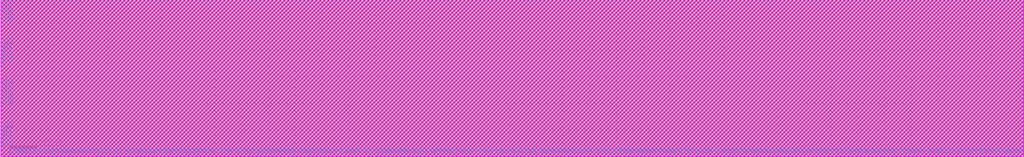
<source format=lef>
# 
#              Synchronous High Speed Single Port SRAM Compiler 
# 
#                    UMC 0.18um GenericII Logic Process
#    __________________________________________________________________________
# 
# 
#      (C) Copyright 2002-2009 Faraday Technology Corp. All Rights Reserved.
#    
#    This source code is an unpublished work belongs to Faraday Technology
#    Corp.  It is considered a trade secret and is not to be divulged or
#    used by parties who have not received written authorization from
#    Faraday Technology Corp.
#    
#    Faraday's home page can be found at:
#    http://www.faraday-tech.com/
#   
#       Module Name      : SRAM_512X128
#       Words            : 512
#       Bits             : 128
#       Byte-Write       : 1
#       Aspect Ratio     : 1
#       Output Loading   : 0.05  (pf)
#       Data Slew        : 0.02  (ns)
#       CK Slew          : 0.02  (ns)
#       Power Ring Width : 2  (um)
# 
# -----------------------------------------------------------------------------
# 
#       Library          : FSA0M_A
#       Memaker          : 200901.2.1
#       Date             : 2023/10/19 00:36:18
# 
# -----------------------------------------------------------------------------


NAMESCASESENSITIVE ON ;
MACRO SRAM_512X128
CLASS BLOCK ;
FOREIGN SRAM_512X128 0.000 0.000 ;
ORIGIN 0.000 0.000 ;
SIZE 1909.600 BY 294.000 ;
SYMMETRY x y r90 ;
SITE core_5040 ;
PIN VCC
  DIRECTION INOUT ;
  USE POWER ;
  SHAPE ABUTMENT ;
 PORT
  LAYER metal4 ;
  RECT 1908.480 282.580 1909.600 285.820 ;
  LAYER metal3 ;
  RECT 1908.480 282.580 1909.600 285.820 ;
  LAYER metal2 ;
  RECT 1908.480 282.580 1909.600 285.820 ;
  LAYER metal1 ;
  RECT 1908.480 282.580 1909.600 285.820 ;
 END
 PORT
  LAYER metal4 ;
  RECT 1908.480 274.740 1909.600 277.980 ;
  LAYER metal3 ;
  RECT 1908.480 274.740 1909.600 277.980 ;
  LAYER metal2 ;
  RECT 1908.480 274.740 1909.600 277.980 ;
  LAYER metal1 ;
  RECT 1908.480 274.740 1909.600 277.980 ;
 END
 PORT
  LAYER metal4 ;
  RECT 1908.480 266.900 1909.600 270.140 ;
  LAYER metal3 ;
  RECT 1908.480 266.900 1909.600 270.140 ;
  LAYER metal2 ;
  RECT 1908.480 266.900 1909.600 270.140 ;
  LAYER metal1 ;
  RECT 1908.480 266.900 1909.600 270.140 ;
 END
 PORT
  LAYER metal4 ;
  RECT 1908.480 259.060 1909.600 262.300 ;
  LAYER metal3 ;
  RECT 1908.480 259.060 1909.600 262.300 ;
  LAYER metal2 ;
  RECT 1908.480 259.060 1909.600 262.300 ;
  LAYER metal1 ;
  RECT 1908.480 259.060 1909.600 262.300 ;
 END
 PORT
  LAYER metal4 ;
  RECT 1908.480 251.220 1909.600 254.460 ;
  LAYER metal3 ;
  RECT 1908.480 251.220 1909.600 254.460 ;
  LAYER metal2 ;
  RECT 1908.480 251.220 1909.600 254.460 ;
  LAYER metal1 ;
  RECT 1908.480 251.220 1909.600 254.460 ;
 END
 PORT
  LAYER metal4 ;
  RECT 1908.480 243.380 1909.600 246.620 ;
  LAYER metal3 ;
  RECT 1908.480 243.380 1909.600 246.620 ;
  LAYER metal2 ;
  RECT 1908.480 243.380 1909.600 246.620 ;
  LAYER metal1 ;
  RECT 1908.480 243.380 1909.600 246.620 ;
 END
 PORT
  LAYER metal4 ;
  RECT 1908.480 204.180 1909.600 207.420 ;
  LAYER metal3 ;
  RECT 1908.480 204.180 1909.600 207.420 ;
  LAYER metal2 ;
  RECT 1908.480 204.180 1909.600 207.420 ;
  LAYER metal1 ;
  RECT 1908.480 204.180 1909.600 207.420 ;
 END
 PORT
  LAYER metal4 ;
  RECT 1908.480 196.340 1909.600 199.580 ;
  LAYER metal3 ;
  RECT 1908.480 196.340 1909.600 199.580 ;
  LAYER metal2 ;
  RECT 1908.480 196.340 1909.600 199.580 ;
  LAYER metal1 ;
  RECT 1908.480 196.340 1909.600 199.580 ;
 END
 PORT
  LAYER metal4 ;
  RECT 1908.480 188.500 1909.600 191.740 ;
  LAYER metal3 ;
  RECT 1908.480 188.500 1909.600 191.740 ;
  LAYER metal2 ;
  RECT 1908.480 188.500 1909.600 191.740 ;
  LAYER metal1 ;
  RECT 1908.480 188.500 1909.600 191.740 ;
 END
 PORT
  LAYER metal4 ;
  RECT 1908.480 180.660 1909.600 183.900 ;
  LAYER metal3 ;
  RECT 1908.480 180.660 1909.600 183.900 ;
  LAYER metal2 ;
  RECT 1908.480 180.660 1909.600 183.900 ;
  LAYER metal1 ;
  RECT 1908.480 180.660 1909.600 183.900 ;
 END
 PORT
  LAYER metal4 ;
  RECT 1908.480 172.820 1909.600 176.060 ;
  LAYER metal3 ;
  RECT 1908.480 172.820 1909.600 176.060 ;
  LAYER metal2 ;
  RECT 1908.480 172.820 1909.600 176.060 ;
  LAYER metal1 ;
  RECT 1908.480 172.820 1909.600 176.060 ;
 END
 PORT
  LAYER metal4 ;
  RECT 1908.480 164.980 1909.600 168.220 ;
  LAYER metal3 ;
  RECT 1908.480 164.980 1909.600 168.220 ;
  LAYER metal2 ;
  RECT 1908.480 164.980 1909.600 168.220 ;
  LAYER metal1 ;
  RECT 1908.480 164.980 1909.600 168.220 ;
 END
 PORT
  LAYER metal4 ;
  RECT 1908.480 125.780 1909.600 129.020 ;
  LAYER metal3 ;
  RECT 1908.480 125.780 1909.600 129.020 ;
  LAYER metal2 ;
  RECT 1908.480 125.780 1909.600 129.020 ;
  LAYER metal1 ;
  RECT 1908.480 125.780 1909.600 129.020 ;
 END
 PORT
  LAYER metal4 ;
  RECT 1908.480 117.940 1909.600 121.180 ;
  LAYER metal3 ;
  RECT 1908.480 117.940 1909.600 121.180 ;
  LAYER metal2 ;
  RECT 1908.480 117.940 1909.600 121.180 ;
  LAYER metal1 ;
  RECT 1908.480 117.940 1909.600 121.180 ;
 END
 PORT
  LAYER metal4 ;
  RECT 1908.480 110.100 1909.600 113.340 ;
  LAYER metal3 ;
  RECT 1908.480 110.100 1909.600 113.340 ;
  LAYER metal2 ;
  RECT 1908.480 110.100 1909.600 113.340 ;
  LAYER metal1 ;
  RECT 1908.480 110.100 1909.600 113.340 ;
 END
 PORT
  LAYER metal4 ;
  RECT 1908.480 102.260 1909.600 105.500 ;
  LAYER metal3 ;
  RECT 1908.480 102.260 1909.600 105.500 ;
  LAYER metal2 ;
  RECT 1908.480 102.260 1909.600 105.500 ;
  LAYER metal1 ;
  RECT 1908.480 102.260 1909.600 105.500 ;
 END
 PORT
  LAYER metal4 ;
  RECT 1908.480 94.420 1909.600 97.660 ;
  LAYER metal3 ;
  RECT 1908.480 94.420 1909.600 97.660 ;
  LAYER metal2 ;
  RECT 1908.480 94.420 1909.600 97.660 ;
  LAYER metal1 ;
  RECT 1908.480 94.420 1909.600 97.660 ;
 END
 PORT
  LAYER metal4 ;
  RECT 1908.480 86.580 1909.600 89.820 ;
  LAYER metal3 ;
  RECT 1908.480 86.580 1909.600 89.820 ;
  LAYER metal2 ;
  RECT 1908.480 86.580 1909.600 89.820 ;
  LAYER metal1 ;
  RECT 1908.480 86.580 1909.600 89.820 ;
 END
 PORT
  LAYER metal4 ;
  RECT 1908.480 47.380 1909.600 50.620 ;
  LAYER metal3 ;
  RECT 1908.480 47.380 1909.600 50.620 ;
  LAYER metal2 ;
  RECT 1908.480 47.380 1909.600 50.620 ;
  LAYER metal1 ;
  RECT 1908.480 47.380 1909.600 50.620 ;
 END
 PORT
  LAYER metal4 ;
  RECT 1908.480 39.540 1909.600 42.780 ;
  LAYER metal3 ;
  RECT 1908.480 39.540 1909.600 42.780 ;
  LAYER metal2 ;
  RECT 1908.480 39.540 1909.600 42.780 ;
  LAYER metal1 ;
  RECT 1908.480 39.540 1909.600 42.780 ;
 END
 PORT
  LAYER metal4 ;
  RECT 1908.480 31.700 1909.600 34.940 ;
  LAYER metal3 ;
  RECT 1908.480 31.700 1909.600 34.940 ;
  LAYER metal2 ;
  RECT 1908.480 31.700 1909.600 34.940 ;
  LAYER metal1 ;
  RECT 1908.480 31.700 1909.600 34.940 ;
 END
 PORT
  LAYER metal4 ;
  RECT 1908.480 23.860 1909.600 27.100 ;
  LAYER metal3 ;
  RECT 1908.480 23.860 1909.600 27.100 ;
  LAYER metal2 ;
  RECT 1908.480 23.860 1909.600 27.100 ;
  LAYER metal1 ;
  RECT 1908.480 23.860 1909.600 27.100 ;
 END
 PORT
  LAYER metal4 ;
  RECT 1908.480 16.020 1909.600 19.260 ;
  LAYER metal3 ;
  RECT 1908.480 16.020 1909.600 19.260 ;
  LAYER metal2 ;
  RECT 1908.480 16.020 1909.600 19.260 ;
  LAYER metal1 ;
  RECT 1908.480 16.020 1909.600 19.260 ;
 END
 PORT
  LAYER metal4 ;
  RECT 1908.480 8.180 1909.600 11.420 ;
  LAYER metal3 ;
  RECT 1908.480 8.180 1909.600 11.420 ;
  LAYER metal2 ;
  RECT 1908.480 8.180 1909.600 11.420 ;
  LAYER metal1 ;
  RECT 1908.480 8.180 1909.600 11.420 ;
 END
 PORT
  LAYER metal4 ;
  RECT 0.000 282.580 1.120 285.820 ;
  LAYER metal3 ;
  RECT 0.000 282.580 1.120 285.820 ;
  LAYER metal2 ;
  RECT 0.000 282.580 1.120 285.820 ;
  LAYER metal1 ;
  RECT 0.000 282.580 1.120 285.820 ;
 END
 PORT
  LAYER metal4 ;
  RECT 0.000 274.740 1.120 277.980 ;
  LAYER metal3 ;
  RECT 0.000 274.740 1.120 277.980 ;
  LAYER metal2 ;
  RECT 0.000 274.740 1.120 277.980 ;
  LAYER metal1 ;
  RECT 0.000 274.740 1.120 277.980 ;
 END
 PORT
  LAYER metal4 ;
  RECT 0.000 266.900 1.120 270.140 ;
  LAYER metal3 ;
  RECT 0.000 266.900 1.120 270.140 ;
  LAYER metal2 ;
  RECT 0.000 266.900 1.120 270.140 ;
  LAYER metal1 ;
  RECT 0.000 266.900 1.120 270.140 ;
 END
 PORT
  LAYER metal4 ;
  RECT 0.000 259.060 1.120 262.300 ;
  LAYER metal3 ;
  RECT 0.000 259.060 1.120 262.300 ;
  LAYER metal2 ;
  RECT 0.000 259.060 1.120 262.300 ;
  LAYER metal1 ;
  RECT 0.000 259.060 1.120 262.300 ;
 END
 PORT
  LAYER metal4 ;
  RECT 0.000 251.220 1.120 254.460 ;
  LAYER metal3 ;
  RECT 0.000 251.220 1.120 254.460 ;
  LAYER metal2 ;
  RECT 0.000 251.220 1.120 254.460 ;
  LAYER metal1 ;
  RECT 0.000 251.220 1.120 254.460 ;
 END
 PORT
  LAYER metal4 ;
  RECT 0.000 243.380 1.120 246.620 ;
  LAYER metal3 ;
  RECT 0.000 243.380 1.120 246.620 ;
  LAYER metal2 ;
  RECT 0.000 243.380 1.120 246.620 ;
  LAYER metal1 ;
  RECT 0.000 243.380 1.120 246.620 ;
 END
 PORT
  LAYER metal4 ;
  RECT 0.000 204.180 1.120 207.420 ;
  LAYER metal3 ;
  RECT 0.000 204.180 1.120 207.420 ;
  LAYER metal2 ;
  RECT 0.000 204.180 1.120 207.420 ;
  LAYER metal1 ;
  RECT 0.000 204.180 1.120 207.420 ;
 END
 PORT
  LAYER metal4 ;
  RECT 0.000 196.340 1.120 199.580 ;
  LAYER metal3 ;
  RECT 0.000 196.340 1.120 199.580 ;
  LAYER metal2 ;
  RECT 0.000 196.340 1.120 199.580 ;
  LAYER metal1 ;
  RECT 0.000 196.340 1.120 199.580 ;
 END
 PORT
  LAYER metal4 ;
  RECT 0.000 188.500 1.120 191.740 ;
  LAYER metal3 ;
  RECT 0.000 188.500 1.120 191.740 ;
  LAYER metal2 ;
  RECT 0.000 188.500 1.120 191.740 ;
  LAYER metal1 ;
  RECT 0.000 188.500 1.120 191.740 ;
 END
 PORT
  LAYER metal4 ;
  RECT 0.000 180.660 1.120 183.900 ;
  LAYER metal3 ;
  RECT 0.000 180.660 1.120 183.900 ;
  LAYER metal2 ;
  RECT 0.000 180.660 1.120 183.900 ;
  LAYER metal1 ;
  RECT 0.000 180.660 1.120 183.900 ;
 END
 PORT
  LAYER metal4 ;
  RECT 0.000 172.820 1.120 176.060 ;
  LAYER metal3 ;
  RECT 0.000 172.820 1.120 176.060 ;
  LAYER metal2 ;
  RECT 0.000 172.820 1.120 176.060 ;
  LAYER metal1 ;
  RECT 0.000 172.820 1.120 176.060 ;
 END
 PORT
  LAYER metal4 ;
  RECT 0.000 164.980 1.120 168.220 ;
  LAYER metal3 ;
  RECT 0.000 164.980 1.120 168.220 ;
  LAYER metal2 ;
  RECT 0.000 164.980 1.120 168.220 ;
  LAYER metal1 ;
  RECT 0.000 164.980 1.120 168.220 ;
 END
 PORT
  LAYER metal4 ;
  RECT 0.000 125.780 1.120 129.020 ;
  LAYER metal3 ;
  RECT 0.000 125.780 1.120 129.020 ;
  LAYER metal2 ;
  RECT 0.000 125.780 1.120 129.020 ;
  LAYER metal1 ;
  RECT 0.000 125.780 1.120 129.020 ;
 END
 PORT
  LAYER metal4 ;
  RECT 0.000 117.940 1.120 121.180 ;
  LAYER metal3 ;
  RECT 0.000 117.940 1.120 121.180 ;
  LAYER metal2 ;
  RECT 0.000 117.940 1.120 121.180 ;
  LAYER metal1 ;
  RECT 0.000 117.940 1.120 121.180 ;
 END
 PORT
  LAYER metal4 ;
  RECT 0.000 110.100 1.120 113.340 ;
  LAYER metal3 ;
  RECT 0.000 110.100 1.120 113.340 ;
  LAYER metal2 ;
  RECT 0.000 110.100 1.120 113.340 ;
  LAYER metal1 ;
  RECT 0.000 110.100 1.120 113.340 ;
 END
 PORT
  LAYER metal4 ;
  RECT 0.000 102.260 1.120 105.500 ;
  LAYER metal3 ;
  RECT 0.000 102.260 1.120 105.500 ;
  LAYER metal2 ;
  RECT 0.000 102.260 1.120 105.500 ;
  LAYER metal1 ;
  RECT 0.000 102.260 1.120 105.500 ;
 END
 PORT
  LAYER metal4 ;
  RECT 0.000 94.420 1.120 97.660 ;
  LAYER metal3 ;
  RECT 0.000 94.420 1.120 97.660 ;
  LAYER metal2 ;
  RECT 0.000 94.420 1.120 97.660 ;
  LAYER metal1 ;
  RECT 0.000 94.420 1.120 97.660 ;
 END
 PORT
  LAYER metal4 ;
  RECT 0.000 86.580 1.120 89.820 ;
  LAYER metal3 ;
  RECT 0.000 86.580 1.120 89.820 ;
  LAYER metal2 ;
  RECT 0.000 86.580 1.120 89.820 ;
  LAYER metal1 ;
  RECT 0.000 86.580 1.120 89.820 ;
 END
 PORT
  LAYER metal4 ;
  RECT 0.000 47.380 1.120 50.620 ;
  LAYER metal3 ;
  RECT 0.000 47.380 1.120 50.620 ;
  LAYER metal2 ;
  RECT 0.000 47.380 1.120 50.620 ;
  LAYER metal1 ;
  RECT 0.000 47.380 1.120 50.620 ;
 END
 PORT
  LAYER metal4 ;
  RECT 0.000 39.540 1.120 42.780 ;
  LAYER metal3 ;
  RECT 0.000 39.540 1.120 42.780 ;
  LAYER metal2 ;
  RECT 0.000 39.540 1.120 42.780 ;
  LAYER metal1 ;
  RECT 0.000 39.540 1.120 42.780 ;
 END
 PORT
  LAYER metal4 ;
  RECT 0.000 31.700 1.120 34.940 ;
  LAYER metal3 ;
  RECT 0.000 31.700 1.120 34.940 ;
  LAYER metal2 ;
  RECT 0.000 31.700 1.120 34.940 ;
  LAYER metal1 ;
  RECT 0.000 31.700 1.120 34.940 ;
 END
 PORT
  LAYER metal4 ;
  RECT 0.000 23.860 1.120 27.100 ;
  LAYER metal3 ;
  RECT 0.000 23.860 1.120 27.100 ;
  LAYER metal2 ;
  RECT 0.000 23.860 1.120 27.100 ;
  LAYER metal1 ;
  RECT 0.000 23.860 1.120 27.100 ;
 END
 PORT
  LAYER metal4 ;
  RECT 0.000 16.020 1.120 19.260 ;
  LAYER metal3 ;
  RECT 0.000 16.020 1.120 19.260 ;
  LAYER metal2 ;
  RECT 0.000 16.020 1.120 19.260 ;
  LAYER metal1 ;
  RECT 0.000 16.020 1.120 19.260 ;
 END
 PORT
  LAYER metal4 ;
  RECT 0.000 8.180 1.120 11.420 ;
  LAYER metal3 ;
  RECT 0.000 8.180 1.120 11.420 ;
  LAYER metal2 ;
  RECT 0.000 8.180 1.120 11.420 ;
  LAYER metal1 ;
  RECT 0.000 8.180 1.120 11.420 ;
 END
 PORT
  LAYER metal4 ;
  RECT 1874.040 292.880 1877.580 294.000 ;
  LAYER metal3 ;
  RECT 1874.040 292.880 1877.580 294.000 ;
  LAYER metal2 ;
  RECT 1874.040 292.880 1877.580 294.000 ;
  LAYER metal1 ;
  RECT 1874.040 292.880 1877.580 294.000 ;
 END
 PORT
  LAYER metal4 ;
  RECT 1865.360 292.880 1868.900 294.000 ;
  LAYER metal3 ;
  RECT 1865.360 292.880 1868.900 294.000 ;
  LAYER metal2 ;
  RECT 1865.360 292.880 1868.900 294.000 ;
  LAYER metal1 ;
  RECT 1865.360 292.880 1868.900 294.000 ;
 END
 PORT
  LAYER metal4 ;
  RECT 1856.680 292.880 1860.220 294.000 ;
  LAYER metal3 ;
  RECT 1856.680 292.880 1860.220 294.000 ;
  LAYER metal2 ;
  RECT 1856.680 292.880 1860.220 294.000 ;
  LAYER metal1 ;
  RECT 1856.680 292.880 1860.220 294.000 ;
 END
 PORT
  LAYER metal4 ;
  RECT 1848.000 292.880 1851.540 294.000 ;
  LAYER metal3 ;
  RECT 1848.000 292.880 1851.540 294.000 ;
  LAYER metal2 ;
  RECT 1848.000 292.880 1851.540 294.000 ;
  LAYER metal1 ;
  RECT 1848.000 292.880 1851.540 294.000 ;
 END
 PORT
  LAYER metal4 ;
  RECT 1839.320 292.880 1842.860 294.000 ;
  LAYER metal3 ;
  RECT 1839.320 292.880 1842.860 294.000 ;
  LAYER metal2 ;
  RECT 1839.320 292.880 1842.860 294.000 ;
  LAYER metal1 ;
  RECT 1839.320 292.880 1842.860 294.000 ;
 END
 PORT
  LAYER metal4 ;
  RECT 1830.640 292.880 1834.180 294.000 ;
  LAYER metal3 ;
  RECT 1830.640 292.880 1834.180 294.000 ;
  LAYER metal2 ;
  RECT 1830.640 292.880 1834.180 294.000 ;
  LAYER metal1 ;
  RECT 1830.640 292.880 1834.180 294.000 ;
 END
 PORT
  LAYER metal4 ;
  RECT 1787.240 292.880 1790.780 294.000 ;
  LAYER metal3 ;
  RECT 1787.240 292.880 1790.780 294.000 ;
  LAYER metal2 ;
  RECT 1787.240 292.880 1790.780 294.000 ;
  LAYER metal1 ;
  RECT 1787.240 292.880 1790.780 294.000 ;
 END
 PORT
  LAYER metal4 ;
  RECT 1778.560 292.880 1782.100 294.000 ;
  LAYER metal3 ;
  RECT 1778.560 292.880 1782.100 294.000 ;
  LAYER metal2 ;
  RECT 1778.560 292.880 1782.100 294.000 ;
  LAYER metal1 ;
  RECT 1778.560 292.880 1782.100 294.000 ;
 END
 PORT
  LAYER metal4 ;
  RECT 1769.880 292.880 1773.420 294.000 ;
  LAYER metal3 ;
  RECT 1769.880 292.880 1773.420 294.000 ;
  LAYER metal2 ;
  RECT 1769.880 292.880 1773.420 294.000 ;
  LAYER metal1 ;
  RECT 1769.880 292.880 1773.420 294.000 ;
 END
 PORT
  LAYER metal4 ;
  RECT 1761.200 292.880 1764.740 294.000 ;
  LAYER metal3 ;
  RECT 1761.200 292.880 1764.740 294.000 ;
  LAYER metal2 ;
  RECT 1761.200 292.880 1764.740 294.000 ;
  LAYER metal1 ;
  RECT 1761.200 292.880 1764.740 294.000 ;
 END
 PORT
  LAYER metal4 ;
  RECT 1752.520 292.880 1756.060 294.000 ;
  LAYER metal3 ;
  RECT 1752.520 292.880 1756.060 294.000 ;
  LAYER metal2 ;
  RECT 1752.520 292.880 1756.060 294.000 ;
  LAYER metal1 ;
  RECT 1752.520 292.880 1756.060 294.000 ;
 END
 PORT
  LAYER metal4 ;
  RECT 1743.840 292.880 1747.380 294.000 ;
  LAYER metal3 ;
  RECT 1743.840 292.880 1747.380 294.000 ;
  LAYER metal2 ;
  RECT 1743.840 292.880 1747.380 294.000 ;
  LAYER metal1 ;
  RECT 1743.840 292.880 1747.380 294.000 ;
 END
 PORT
  LAYER metal4 ;
  RECT 1700.440 292.880 1703.980 294.000 ;
  LAYER metal3 ;
  RECT 1700.440 292.880 1703.980 294.000 ;
  LAYER metal2 ;
  RECT 1700.440 292.880 1703.980 294.000 ;
  LAYER metal1 ;
  RECT 1700.440 292.880 1703.980 294.000 ;
 END
 PORT
  LAYER metal4 ;
  RECT 1691.760 292.880 1695.300 294.000 ;
  LAYER metal3 ;
  RECT 1691.760 292.880 1695.300 294.000 ;
  LAYER metal2 ;
  RECT 1691.760 292.880 1695.300 294.000 ;
  LAYER metal1 ;
  RECT 1691.760 292.880 1695.300 294.000 ;
 END
 PORT
  LAYER metal4 ;
  RECT 1683.080 292.880 1686.620 294.000 ;
  LAYER metal3 ;
  RECT 1683.080 292.880 1686.620 294.000 ;
  LAYER metal2 ;
  RECT 1683.080 292.880 1686.620 294.000 ;
  LAYER metal1 ;
  RECT 1683.080 292.880 1686.620 294.000 ;
 END
 PORT
  LAYER metal4 ;
  RECT 1674.400 292.880 1677.940 294.000 ;
  LAYER metal3 ;
  RECT 1674.400 292.880 1677.940 294.000 ;
  LAYER metal2 ;
  RECT 1674.400 292.880 1677.940 294.000 ;
  LAYER metal1 ;
  RECT 1674.400 292.880 1677.940 294.000 ;
 END
 PORT
  LAYER metal4 ;
  RECT 1665.720 292.880 1669.260 294.000 ;
  LAYER metal3 ;
  RECT 1665.720 292.880 1669.260 294.000 ;
  LAYER metal2 ;
  RECT 1665.720 292.880 1669.260 294.000 ;
  LAYER metal1 ;
  RECT 1665.720 292.880 1669.260 294.000 ;
 END
 PORT
  LAYER metal4 ;
  RECT 1657.040 292.880 1660.580 294.000 ;
  LAYER metal3 ;
  RECT 1657.040 292.880 1660.580 294.000 ;
  LAYER metal2 ;
  RECT 1657.040 292.880 1660.580 294.000 ;
  LAYER metal1 ;
  RECT 1657.040 292.880 1660.580 294.000 ;
 END
 PORT
  LAYER metal4 ;
  RECT 1613.640 292.880 1617.180 294.000 ;
  LAYER metal3 ;
  RECT 1613.640 292.880 1617.180 294.000 ;
  LAYER metal2 ;
  RECT 1613.640 292.880 1617.180 294.000 ;
  LAYER metal1 ;
  RECT 1613.640 292.880 1617.180 294.000 ;
 END
 PORT
  LAYER metal4 ;
  RECT 1604.960 292.880 1608.500 294.000 ;
  LAYER metal3 ;
  RECT 1604.960 292.880 1608.500 294.000 ;
  LAYER metal2 ;
  RECT 1604.960 292.880 1608.500 294.000 ;
  LAYER metal1 ;
  RECT 1604.960 292.880 1608.500 294.000 ;
 END
 PORT
  LAYER metal4 ;
  RECT 1596.280 292.880 1599.820 294.000 ;
  LAYER metal3 ;
  RECT 1596.280 292.880 1599.820 294.000 ;
  LAYER metal2 ;
  RECT 1596.280 292.880 1599.820 294.000 ;
  LAYER metal1 ;
  RECT 1596.280 292.880 1599.820 294.000 ;
 END
 PORT
  LAYER metal4 ;
  RECT 1587.600 292.880 1591.140 294.000 ;
  LAYER metal3 ;
  RECT 1587.600 292.880 1591.140 294.000 ;
  LAYER metal2 ;
  RECT 1587.600 292.880 1591.140 294.000 ;
  LAYER metal1 ;
  RECT 1587.600 292.880 1591.140 294.000 ;
 END
 PORT
  LAYER metal4 ;
  RECT 1578.920 292.880 1582.460 294.000 ;
  LAYER metal3 ;
  RECT 1578.920 292.880 1582.460 294.000 ;
  LAYER metal2 ;
  RECT 1578.920 292.880 1582.460 294.000 ;
  LAYER metal1 ;
  RECT 1578.920 292.880 1582.460 294.000 ;
 END
 PORT
  LAYER metal4 ;
  RECT 1570.240 292.880 1573.780 294.000 ;
  LAYER metal3 ;
  RECT 1570.240 292.880 1573.780 294.000 ;
  LAYER metal2 ;
  RECT 1570.240 292.880 1573.780 294.000 ;
  LAYER metal1 ;
  RECT 1570.240 292.880 1573.780 294.000 ;
 END
 PORT
  LAYER metal4 ;
  RECT 1526.840 292.880 1530.380 294.000 ;
  LAYER metal3 ;
  RECT 1526.840 292.880 1530.380 294.000 ;
  LAYER metal2 ;
  RECT 1526.840 292.880 1530.380 294.000 ;
  LAYER metal1 ;
  RECT 1526.840 292.880 1530.380 294.000 ;
 END
 PORT
  LAYER metal4 ;
  RECT 1518.160 292.880 1521.700 294.000 ;
  LAYER metal3 ;
  RECT 1518.160 292.880 1521.700 294.000 ;
  LAYER metal2 ;
  RECT 1518.160 292.880 1521.700 294.000 ;
  LAYER metal1 ;
  RECT 1518.160 292.880 1521.700 294.000 ;
 END
 PORT
  LAYER metal4 ;
  RECT 1509.480 292.880 1513.020 294.000 ;
  LAYER metal3 ;
  RECT 1509.480 292.880 1513.020 294.000 ;
  LAYER metal2 ;
  RECT 1509.480 292.880 1513.020 294.000 ;
  LAYER metal1 ;
  RECT 1509.480 292.880 1513.020 294.000 ;
 END
 PORT
  LAYER metal4 ;
  RECT 1500.800 292.880 1504.340 294.000 ;
  LAYER metal3 ;
  RECT 1500.800 292.880 1504.340 294.000 ;
  LAYER metal2 ;
  RECT 1500.800 292.880 1504.340 294.000 ;
  LAYER metal1 ;
  RECT 1500.800 292.880 1504.340 294.000 ;
 END
 PORT
  LAYER metal4 ;
  RECT 1492.120 292.880 1495.660 294.000 ;
  LAYER metal3 ;
  RECT 1492.120 292.880 1495.660 294.000 ;
  LAYER metal2 ;
  RECT 1492.120 292.880 1495.660 294.000 ;
  LAYER metal1 ;
  RECT 1492.120 292.880 1495.660 294.000 ;
 END
 PORT
  LAYER metal4 ;
  RECT 1483.440 292.880 1486.980 294.000 ;
  LAYER metal3 ;
  RECT 1483.440 292.880 1486.980 294.000 ;
  LAYER metal2 ;
  RECT 1483.440 292.880 1486.980 294.000 ;
  LAYER metal1 ;
  RECT 1483.440 292.880 1486.980 294.000 ;
 END
 PORT
  LAYER metal4 ;
  RECT 1440.040 292.880 1443.580 294.000 ;
  LAYER metal3 ;
  RECT 1440.040 292.880 1443.580 294.000 ;
  LAYER metal2 ;
  RECT 1440.040 292.880 1443.580 294.000 ;
  LAYER metal1 ;
  RECT 1440.040 292.880 1443.580 294.000 ;
 END
 PORT
  LAYER metal4 ;
  RECT 1431.360 292.880 1434.900 294.000 ;
  LAYER metal3 ;
  RECT 1431.360 292.880 1434.900 294.000 ;
  LAYER metal2 ;
  RECT 1431.360 292.880 1434.900 294.000 ;
  LAYER metal1 ;
  RECT 1431.360 292.880 1434.900 294.000 ;
 END
 PORT
  LAYER metal4 ;
  RECT 1422.680 292.880 1426.220 294.000 ;
  LAYER metal3 ;
  RECT 1422.680 292.880 1426.220 294.000 ;
  LAYER metal2 ;
  RECT 1422.680 292.880 1426.220 294.000 ;
  LAYER metal1 ;
  RECT 1422.680 292.880 1426.220 294.000 ;
 END
 PORT
  LAYER metal4 ;
  RECT 1414.000 292.880 1417.540 294.000 ;
  LAYER metal3 ;
  RECT 1414.000 292.880 1417.540 294.000 ;
  LAYER metal2 ;
  RECT 1414.000 292.880 1417.540 294.000 ;
  LAYER metal1 ;
  RECT 1414.000 292.880 1417.540 294.000 ;
 END
 PORT
  LAYER metal4 ;
  RECT 1405.320 292.880 1408.860 294.000 ;
  LAYER metal3 ;
  RECT 1405.320 292.880 1408.860 294.000 ;
  LAYER metal2 ;
  RECT 1405.320 292.880 1408.860 294.000 ;
  LAYER metal1 ;
  RECT 1405.320 292.880 1408.860 294.000 ;
 END
 PORT
  LAYER metal4 ;
  RECT 1396.640 292.880 1400.180 294.000 ;
  LAYER metal3 ;
  RECT 1396.640 292.880 1400.180 294.000 ;
  LAYER metal2 ;
  RECT 1396.640 292.880 1400.180 294.000 ;
  LAYER metal1 ;
  RECT 1396.640 292.880 1400.180 294.000 ;
 END
 PORT
  LAYER metal4 ;
  RECT 1353.240 292.880 1356.780 294.000 ;
  LAYER metal3 ;
  RECT 1353.240 292.880 1356.780 294.000 ;
  LAYER metal2 ;
  RECT 1353.240 292.880 1356.780 294.000 ;
  LAYER metal1 ;
  RECT 1353.240 292.880 1356.780 294.000 ;
 END
 PORT
  LAYER metal4 ;
  RECT 1344.560 292.880 1348.100 294.000 ;
  LAYER metal3 ;
  RECT 1344.560 292.880 1348.100 294.000 ;
  LAYER metal2 ;
  RECT 1344.560 292.880 1348.100 294.000 ;
  LAYER metal1 ;
  RECT 1344.560 292.880 1348.100 294.000 ;
 END
 PORT
  LAYER metal4 ;
  RECT 1335.880 292.880 1339.420 294.000 ;
  LAYER metal3 ;
  RECT 1335.880 292.880 1339.420 294.000 ;
  LAYER metal2 ;
  RECT 1335.880 292.880 1339.420 294.000 ;
  LAYER metal1 ;
  RECT 1335.880 292.880 1339.420 294.000 ;
 END
 PORT
  LAYER metal4 ;
  RECT 1327.200 292.880 1330.740 294.000 ;
  LAYER metal3 ;
  RECT 1327.200 292.880 1330.740 294.000 ;
  LAYER metal2 ;
  RECT 1327.200 292.880 1330.740 294.000 ;
  LAYER metal1 ;
  RECT 1327.200 292.880 1330.740 294.000 ;
 END
 PORT
  LAYER metal4 ;
  RECT 1318.520 292.880 1322.060 294.000 ;
  LAYER metal3 ;
  RECT 1318.520 292.880 1322.060 294.000 ;
  LAYER metal2 ;
  RECT 1318.520 292.880 1322.060 294.000 ;
  LAYER metal1 ;
  RECT 1318.520 292.880 1322.060 294.000 ;
 END
 PORT
  LAYER metal4 ;
  RECT 1309.840 292.880 1313.380 294.000 ;
  LAYER metal3 ;
  RECT 1309.840 292.880 1313.380 294.000 ;
  LAYER metal2 ;
  RECT 1309.840 292.880 1313.380 294.000 ;
  LAYER metal1 ;
  RECT 1309.840 292.880 1313.380 294.000 ;
 END
 PORT
  LAYER metal4 ;
  RECT 1266.440 292.880 1269.980 294.000 ;
  LAYER metal3 ;
  RECT 1266.440 292.880 1269.980 294.000 ;
  LAYER metal2 ;
  RECT 1266.440 292.880 1269.980 294.000 ;
  LAYER metal1 ;
  RECT 1266.440 292.880 1269.980 294.000 ;
 END
 PORT
  LAYER metal4 ;
  RECT 1257.760 292.880 1261.300 294.000 ;
  LAYER metal3 ;
  RECT 1257.760 292.880 1261.300 294.000 ;
  LAYER metal2 ;
  RECT 1257.760 292.880 1261.300 294.000 ;
  LAYER metal1 ;
  RECT 1257.760 292.880 1261.300 294.000 ;
 END
 PORT
  LAYER metal4 ;
  RECT 1249.080 292.880 1252.620 294.000 ;
  LAYER metal3 ;
  RECT 1249.080 292.880 1252.620 294.000 ;
  LAYER metal2 ;
  RECT 1249.080 292.880 1252.620 294.000 ;
  LAYER metal1 ;
  RECT 1249.080 292.880 1252.620 294.000 ;
 END
 PORT
  LAYER metal4 ;
  RECT 1240.400 292.880 1243.940 294.000 ;
  LAYER metal3 ;
  RECT 1240.400 292.880 1243.940 294.000 ;
  LAYER metal2 ;
  RECT 1240.400 292.880 1243.940 294.000 ;
  LAYER metal1 ;
  RECT 1240.400 292.880 1243.940 294.000 ;
 END
 PORT
  LAYER metal4 ;
  RECT 1231.720 292.880 1235.260 294.000 ;
  LAYER metal3 ;
  RECT 1231.720 292.880 1235.260 294.000 ;
  LAYER metal2 ;
  RECT 1231.720 292.880 1235.260 294.000 ;
  LAYER metal1 ;
  RECT 1231.720 292.880 1235.260 294.000 ;
 END
 PORT
  LAYER metal4 ;
  RECT 1223.040 292.880 1226.580 294.000 ;
  LAYER metal3 ;
  RECT 1223.040 292.880 1226.580 294.000 ;
  LAYER metal2 ;
  RECT 1223.040 292.880 1226.580 294.000 ;
  LAYER metal1 ;
  RECT 1223.040 292.880 1226.580 294.000 ;
 END
 PORT
  LAYER metal4 ;
  RECT 1179.640 292.880 1183.180 294.000 ;
  LAYER metal3 ;
  RECT 1179.640 292.880 1183.180 294.000 ;
  LAYER metal2 ;
  RECT 1179.640 292.880 1183.180 294.000 ;
  LAYER metal1 ;
  RECT 1179.640 292.880 1183.180 294.000 ;
 END
 PORT
  LAYER metal4 ;
  RECT 1170.960 292.880 1174.500 294.000 ;
  LAYER metal3 ;
  RECT 1170.960 292.880 1174.500 294.000 ;
  LAYER metal2 ;
  RECT 1170.960 292.880 1174.500 294.000 ;
  LAYER metal1 ;
  RECT 1170.960 292.880 1174.500 294.000 ;
 END
 PORT
  LAYER metal4 ;
  RECT 1162.280 292.880 1165.820 294.000 ;
  LAYER metal3 ;
  RECT 1162.280 292.880 1165.820 294.000 ;
  LAYER metal2 ;
  RECT 1162.280 292.880 1165.820 294.000 ;
  LAYER metal1 ;
  RECT 1162.280 292.880 1165.820 294.000 ;
 END
 PORT
  LAYER metal4 ;
  RECT 1153.600 292.880 1157.140 294.000 ;
  LAYER metal3 ;
  RECT 1153.600 292.880 1157.140 294.000 ;
  LAYER metal2 ;
  RECT 1153.600 292.880 1157.140 294.000 ;
  LAYER metal1 ;
  RECT 1153.600 292.880 1157.140 294.000 ;
 END
 PORT
  LAYER metal4 ;
  RECT 1144.920 292.880 1148.460 294.000 ;
  LAYER metal3 ;
  RECT 1144.920 292.880 1148.460 294.000 ;
  LAYER metal2 ;
  RECT 1144.920 292.880 1148.460 294.000 ;
  LAYER metal1 ;
  RECT 1144.920 292.880 1148.460 294.000 ;
 END
 PORT
  LAYER metal4 ;
  RECT 1136.240 292.880 1139.780 294.000 ;
  LAYER metal3 ;
  RECT 1136.240 292.880 1139.780 294.000 ;
  LAYER metal2 ;
  RECT 1136.240 292.880 1139.780 294.000 ;
  LAYER metal1 ;
  RECT 1136.240 292.880 1139.780 294.000 ;
 END
 PORT
  LAYER metal4 ;
  RECT 1092.840 292.880 1096.380 294.000 ;
  LAYER metal3 ;
  RECT 1092.840 292.880 1096.380 294.000 ;
  LAYER metal2 ;
  RECT 1092.840 292.880 1096.380 294.000 ;
  LAYER metal1 ;
  RECT 1092.840 292.880 1096.380 294.000 ;
 END
 PORT
  LAYER metal4 ;
  RECT 1084.160 292.880 1087.700 294.000 ;
  LAYER metal3 ;
  RECT 1084.160 292.880 1087.700 294.000 ;
  LAYER metal2 ;
  RECT 1084.160 292.880 1087.700 294.000 ;
  LAYER metal1 ;
  RECT 1084.160 292.880 1087.700 294.000 ;
 END
 PORT
  LAYER metal4 ;
  RECT 1075.480 292.880 1079.020 294.000 ;
  LAYER metal3 ;
  RECT 1075.480 292.880 1079.020 294.000 ;
  LAYER metal2 ;
  RECT 1075.480 292.880 1079.020 294.000 ;
  LAYER metal1 ;
  RECT 1075.480 292.880 1079.020 294.000 ;
 END
 PORT
  LAYER metal4 ;
  RECT 1066.800 292.880 1070.340 294.000 ;
  LAYER metal3 ;
  RECT 1066.800 292.880 1070.340 294.000 ;
  LAYER metal2 ;
  RECT 1066.800 292.880 1070.340 294.000 ;
  LAYER metal1 ;
  RECT 1066.800 292.880 1070.340 294.000 ;
 END
 PORT
  LAYER metal4 ;
  RECT 1058.120 292.880 1061.660 294.000 ;
  LAYER metal3 ;
  RECT 1058.120 292.880 1061.660 294.000 ;
  LAYER metal2 ;
  RECT 1058.120 292.880 1061.660 294.000 ;
  LAYER metal1 ;
  RECT 1058.120 292.880 1061.660 294.000 ;
 END
 PORT
  LAYER metal4 ;
  RECT 1049.440 292.880 1052.980 294.000 ;
  LAYER metal3 ;
  RECT 1049.440 292.880 1052.980 294.000 ;
  LAYER metal2 ;
  RECT 1049.440 292.880 1052.980 294.000 ;
  LAYER metal1 ;
  RECT 1049.440 292.880 1052.980 294.000 ;
 END
 PORT
  LAYER metal4 ;
  RECT 1006.040 292.880 1009.580 294.000 ;
  LAYER metal3 ;
  RECT 1006.040 292.880 1009.580 294.000 ;
  LAYER metal2 ;
  RECT 1006.040 292.880 1009.580 294.000 ;
  LAYER metal1 ;
  RECT 1006.040 292.880 1009.580 294.000 ;
 END
 PORT
  LAYER metal4 ;
  RECT 997.360 292.880 1000.900 294.000 ;
  LAYER metal3 ;
  RECT 997.360 292.880 1000.900 294.000 ;
  LAYER metal2 ;
  RECT 997.360 292.880 1000.900 294.000 ;
  LAYER metal1 ;
  RECT 997.360 292.880 1000.900 294.000 ;
 END
 PORT
  LAYER metal4 ;
  RECT 988.680 292.880 992.220 294.000 ;
  LAYER metal3 ;
  RECT 988.680 292.880 992.220 294.000 ;
  LAYER metal2 ;
  RECT 988.680 292.880 992.220 294.000 ;
  LAYER metal1 ;
  RECT 988.680 292.880 992.220 294.000 ;
 END
 PORT
  LAYER metal4 ;
  RECT 980.000 292.880 983.540 294.000 ;
  LAYER metal3 ;
  RECT 980.000 292.880 983.540 294.000 ;
  LAYER metal2 ;
  RECT 980.000 292.880 983.540 294.000 ;
  LAYER metal1 ;
  RECT 980.000 292.880 983.540 294.000 ;
 END
 PORT
  LAYER metal4 ;
  RECT 971.320 292.880 974.860 294.000 ;
  LAYER metal3 ;
  RECT 971.320 292.880 974.860 294.000 ;
  LAYER metal2 ;
  RECT 971.320 292.880 974.860 294.000 ;
  LAYER metal1 ;
  RECT 971.320 292.880 974.860 294.000 ;
 END
 PORT
  LAYER metal4 ;
  RECT 962.640 292.880 966.180 294.000 ;
  LAYER metal3 ;
  RECT 962.640 292.880 966.180 294.000 ;
  LAYER metal2 ;
  RECT 962.640 292.880 966.180 294.000 ;
  LAYER metal1 ;
  RECT 962.640 292.880 966.180 294.000 ;
 END
 PORT
  LAYER metal4 ;
  RECT 919.240 292.880 922.780 294.000 ;
  LAYER metal3 ;
  RECT 919.240 292.880 922.780 294.000 ;
  LAYER metal2 ;
  RECT 919.240 292.880 922.780 294.000 ;
  LAYER metal1 ;
  RECT 919.240 292.880 922.780 294.000 ;
 END
 PORT
  LAYER metal4 ;
  RECT 910.560 292.880 914.100 294.000 ;
  LAYER metal3 ;
  RECT 910.560 292.880 914.100 294.000 ;
  LAYER metal2 ;
  RECT 910.560 292.880 914.100 294.000 ;
  LAYER metal1 ;
  RECT 910.560 292.880 914.100 294.000 ;
 END
 PORT
  LAYER metal4 ;
  RECT 901.880 292.880 905.420 294.000 ;
  LAYER metal3 ;
  RECT 901.880 292.880 905.420 294.000 ;
  LAYER metal2 ;
  RECT 901.880 292.880 905.420 294.000 ;
  LAYER metal1 ;
  RECT 901.880 292.880 905.420 294.000 ;
 END
 PORT
  LAYER metal4 ;
  RECT 893.200 292.880 896.740 294.000 ;
  LAYER metal3 ;
  RECT 893.200 292.880 896.740 294.000 ;
  LAYER metal2 ;
  RECT 893.200 292.880 896.740 294.000 ;
  LAYER metal1 ;
  RECT 893.200 292.880 896.740 294.000 ;
 END
 PORT
  LAYER metal4 ;
  RECT 884.520 292.880 888.060 294.000 ;
  LAYER metal3 ;
  RECT 884.520 292.880 888.060 294.000 ;
  LAYER metal2 ;
  RECT 884.520 292.880 888.060 294.000 ;
  LAYER metal1 ;
  RECT 884.520 292.880 888.060 294.000 ;
 END
 PORT
  LAYER metal4 ;
  RECT 875.840 292.880 879.380 294.000 ;
  LAYER metal3 ;
  RECT 875.840 292.880 879.380 294.000 ;
  LAYER metal2 ;
  RECT 875.840 292.880 879.380 294.000 ;
  LAYER metal1 ;
  RECT 875.840 292.880 879.380 294.000 ;
 END
 PORT
  LAYER metal4 ;
  RECT 832.440 292.880 835.980 294.000 ;
  LAYER metal3 ;
  RECT 832.440 292.880 835.980 294.000 ;
  LAYER metal2 ;
  RECT 832.440 292.880 835.980 294.000 ;
  LAYER metal1 ;
  RECT 832.440 292.880 835.980 294.000 ;
 END
 PORT
  LAYER metal4 ;
  RECT 823.760 292.880 827.300 294.000 ;
  LAYER metal3 ;
  RECT 823.760 292.880 827.300 294.000 ;
  LAYER metal2 ;
  RECT 823.760 292.880 827.300 294.000 ;
  LAYER metal1 ;
  RECT 823.760 292.880 827.300 294.000 ;
 END
 PORT
  LAYER metal4 ;
  RECT 815.080 292.880 818.620 294.000 ;
  LAYER metal3 ;
  RECT 815.080 292.880 818.620 294.000 ;
  LAYER metal2 ;
  RECT 815.080 292.880 818.620 294.000 ;
  LAYER metal1 ;
  RECT 815.080 292.880 818.620 294.000 ;
 END
 PORT
  LAYER metal4 ;
  RECT 806.400 292.880 809.940 294.000 ;
  LAYER metal3 ;
  RECT 806.400 292.880 809.940 294.000 ;
  LAYER metal2 ;
  RECT 806.400 292.880 809.940 294.000 ;
  LAYER metal1 ;
  RECT 806.400 292.880 809.940 294.000 ;
 END
 PORT
  LAYER metal4 ;
  RECT 797.720 292.880 801.260 294.000 ;
  LAYER metal3 ;
  RECT 797.720 292.880 801.260 294.000 ;
  LAYER metal2 ;
  RECT 797.720 292.880 801.260 294.000 ;
  LAYER metal1 ;
  RECT 797.720 292.880 801.260 294.000 ;
 END
 PORT
  LAYER metal4 ;
  RECT 789.040 292.880 792.580 294.000 ;
  LAYER metal3 ;
  RECT 789.040 292.880 792.580 294.000 ;
  LAYER metal2 ;
  RECT 789.040 292.880 792.580 294.000 ;
  LAYER metal1 ;
  RECT 789.040 292.880 792.580 294.000 ;
 END
 PORT
  LAYER metal4 ;
  RECT 745.640 292.880 749.180 294.000 ;
  LAYER metal3 ;
  RECT 745.640 292.880 749.180 294.000 ;
  LAYER metal2 ;
  RECT 745.640 292.880 749.180 294.000 ;
  LAYER metal1 ;
  RECT 745.640 292.880 749.180 294.000 ;
 END
 PORT
  LAYER metal4 ;
  RECT 736.960 292.880 740.500 294.000 ;
  LAYER metal3 ;
  RECT 736.960 292.880 740.500 294.000 ;
  LAYER metal2 ;
  RECT 736.960 292.880 740.500 294.000 ;
  LAYER metal1 ;
  RECT 736.960 292.880 740.500 294.000 ;
 END
 PORT
  LAYER metal4 ;
  RECT 728.280 292.880 731.820 294.000 ;
  LAYER metal3 ;
  RECT 728.280 292.880 731.820 294.000 ;
  LAYER metal2 ;
  RECT 728.280 292.880 731.820 294.000 ;
  LAYER metal1 ;
  RECT 728.280 292.880 731.820 294.000 ;
 END
 PORT
  LAYER metal4 ;
  RECT 719.600 292.880 723.140 294.000 ;
  LAYER metal3 ;
  RECT 719.600 292.880 723.140 294.000 ;
  LAYER metal2 ;
  RECT 719.600 292.880 723.140 294.000 ;
  LAYER metal1 ;
  RECT 719.600 292.880 723.140 294.000 ;
 END
 PORT
  LAYER metal4 ;
  RECT 710.920 292.880 714.460 294.000 ;
  LAYER metal3 ;
  RECT 710.920 292.880 714.460 294.000 ;
  LAYER metal2 ;
  RECT 710.920 292.880 714.460 294.000 ;
  LAYER metal1 ;
  RECT 710.920 292.880 714.460 294.000 ;
 END
 PORT
  LAYER metal4 ;
  RECT 702.240 292.880 705.780 294.000 ;
  LAYER metal3 ;
  RECT 702.240 292.880 705.780 294.000 ;
  LAYER metal2 ;
  RECT 702.240 292.880 705.780 294.000 ;
  LAYER metal1 ;
  RECT 702.240 292.880 705.780 294.000 ;
 END
 PORT
  LAYER metal4 ;
  RECT 658.840 292.880 662.380 294.000 ;
  LAYER metal3 ;
  RECT 658.840 292.880 662.380 294.000 ;
  LAYER metal2 ;
  RECT 658.840 292.880 662.380 294.000 ;
  LAYER metal1 ;
  RECT 658.840 292.880 662.380 294.000 ;
 END
 PORT
  LAYER metal4 ;
  RECT 650.160 292.880 653.700 294.000 ;
  LAYER metal3 ;
  RECT 650.160 292.880 653.700 294.000 ;
  LAYER metal2 ;
  RECT 650.160 292.880 653.700 294.000 ;
  LAYER metal1 ;
  RECT 650.160 292.880 653.700 294.000 ;
 END
 PORT
  LAYER metal4 ;
  RECT 641.480 292.880 645.020 294.000 ;
  LAYER metal3 ;
  RECT 641.480 292.880 645.020 294.000 ;
  LAYER metal2 ;
  RECT 641.480 292.880 645.020 294.000 ;
  LAYER metal1 ;
  RECT 641.480 292.880 645.020 294.000 ;
 END
 PORT
  LAYER metal4 ;
  RECT 632.800 292.880 636.340 294.000 ;
  LAYER metal3 ;
  RECT 632.800 292.880 636.340 294.000 ;
  LAYER metal2 ;
  RECT 632.800 292.880 636.340 294.000 ;
  LAYER metal1 ;
  RECT 632.800 292.880 636.340 294.000 ;
 END
 PORT
  LAYER metal4 ;
  RECT 624.120 292.880 627.660 294.000 ;
  LAYER metal3 ;
  RECT 624.120 292.880 627.660 294.000 ;
  LAYER metal2 ;
  RECT 624.120 292.880 627.660 294.000 ;
  LAYER metal1 ;
  RECT 624.120 292.880 627.660 294.000 ;
 END
 PORT
  LAYER metal4 ;
  RECT 615.440 292.880 618.980 294.000 ;
  LAYER metal3 ;
  RECT 615.440 292.880 618.980 294.000 ;
  LAYER metal2 ;
  RECT 615.440 292.880 618.980 294.000 ;
  LAYER metal1 ;
  RECT 615.440 292.880 618.980 294.000 ;
 END
 PORT
  LAYER metal4 ;
  RECT 572.040 292.880 575.580 294.000 ;
  LAYER metal3 ;
  RECT 572.040 292.880 575.580 294.000 ;
  LAYER metal2 ;
  RECT 572.040 292.880 575.580 294.000 ;
  LAYER metal1 ;
  RECT 572.040 292.880 575.580 294.000 ;
 END
 PORT
  LAYER metal4 ;
  RECT 563.360 292.880 566.900 294.000 ;
  LAYER metal3 ;
  RECT 563.360 292.880 566.900 294.000 ;
  LAYER metal2 ;
  RECT 563.360 292.880 566.900 294.000 ;
  LAYER metal1 ;
  RECT 563.360 292.880 566.900 294.000 ;
 END
 PORT
  LAYER metal4 ;
  RECT 554.680 292.880 558.220 294.000 ;
  LAYER metal3 ;
  RECT 554.680 292.880 558.220 294.000 ;
  LAYER metal2 ;
  RECT 554.680 292.880 558.220 294.000 ;
  LAYER metal1 ;
  RECT 554.680 292.880 558.220 294.000 ;
 END
 PORT
  LAYER metal4 ;
  RECT 546.000 292.880 549.540 294.000 ;
  LAYER metal3 ;
  RECT 546.000 292.880 549.540 294.000 ;
  LAYER metal2 ;
  RECT 546.000 292.880 549.540 294.000 ;
  LAYER metal1 ;
  RECT 546.000 292.880 549.540 294.000 ;
 END
 PORT
  LAYER metal4 ;
  RECT 537.320 292.880 540.860 294.000 ;
  LAYER metal3 ;
  RECT 537.320 292.880 540.860 294.000 ;
  LAYER metal2 ;
  RECT 537.320 292.880 540.860 294.000 ;
  LAYER metal1 ;
  RECT 537.320 292.880 540.860 294.000 ;
 END
 PORT
  LAYER metal4 ;
  RECT 528.640 292.880 532.180 294.000 ;
  LAYER metal3 ;
  RECT 528.640 292.880 532.180 294.000 ;
  LAYER metal2 ;
  RECT 528.640 292.880 532.180 294.000 ;
  LAYER metal1 ;
  RECT 528.640 292.880 532.180 294.000 ;
 END
 PORT
  LAYER metal4 ;
  RECT 485.240 292.880 488.780 294.000 ;
  LAYER metal3 ;
  RECT 485.240 292.880 488.780 294.000 ;
  LAYER metal2 ;
  RECT 485.240 292.880 488.780 294.000 ;
  LAYER metal1 ;
  RECT 485.240 292.880 488.780 294.000 ;
 END
 PORT
  LAYER metal4 ;
  RECT 476.560 292.880 480.100 294.000 ;
  LAYER metal3 ;
  RECT 476.560 292.880 480.100 294.000 ;
  LAYER metal2 ;
  RECT 476.560 292.880 480.100 294.000 ;
  LAYER metal1 ;
  RECT 476.560 292.880 480.100 294.000 ;
 END
 PORT
  LAYER metal4 ;
  RECT 467.880 292.880 471.420 294.000 ;
  LAYER metal3 ;
  RECT 467.880 292.880 471.420 294.000 ;
  LAYER metal2 ;
  RECT 467.880 292.880 471.420 294.000 ;
  LAYER metal1 ;
  RECT 467.880 292.880 471.420 294.000 ;
 END
 PORT
  LAYER metal4 ;
  RECT 459.200 292.880 462.740 294.000 ;
  LAYER metal3 ;
  RECT 459.200 292.880 462.740 294.000 ;
  LAYER metal2 ;
  RECT 459.200 292.880 462.740 294.000 ;
  LAYER metal1 ;
  RECT 459.200 292.880 462.740 294.000 ;
 END
 PORT
  LAYER metal4 ;
  RECT 450.520 292.880 454.060 294.000 ;
  LAYER metal3 ;
  RECT 450.520 292.880 454.060 294.000 ;
  LAYER metal2 ;
  RECT 450.520 292.880 454.060 294.000 ;
  LAYER metal1 ;
  RECT 450.520 292.880 454.060 294.000 ;
 END
 PORT
  LAYER metal4 ;
  RECT 441.840 292.880 445.380 294.000 ;
  LAYER metal3 ;
  RECT 441.840 292.880 445.380 294.000 ;
  LAYER metal2 ;
  RECT 441.840 292.880 445.380 294.000 ;
  LAYER metal1 ;
  RECT 441.840 292.880 445.380 294.000 ;
 END
 PORT
  LAYER metal4 ;
  RECT 398.440 292.880 401.980 294.000 ;
  LAYER metal3 ;
  RECT 398.440 292.880 401.980 294.000 ;
  LAYER metal2 ;
  RECT 398.440 292.880 401.980 294.000 ;
  LAYER metal1 ;
  RECT 398.440 292.880 401.980 294.000 ;
 END
 PORT
  LAYER metal4 ;
  RECT 389.760 292.880 393.300 294.000 ;
  LAYER metal3 ;
  RECT 389.760 292.880 393.300 294.000 ;
  LAYER metal2 ;
  RECT 389.760 292.880 393.300 294.000 ;
  LAYER metal1 ;
  RECT 389.760 292.880 393.300 294.000 ;
 END
 PORT
  LAYER metal4 ;
  RECT 381.080 292.880 384.620 294.000 ;
  LAYER metal3 ;
  RECT 381.080 292.880 384.620 294.000 ;
  LAYER metal2 ;
  RECT 381.080 292.880 384.620 294.000 ;
  LAYER metal1 ;
  RECT 381.080 292.880 384.620 294.000 ;
 END
 PORT
  LAYER metal4 ;
  RECT 372.400 292.880 375.940 294.000 ;
  LAYER metal3 ;
  RECT 372.400 292.880 375.940 294.000 ;
  LAYER metal2 ;
  RECT 372.400 292.880 375.940 294.000 ;
  LAYER metal1 ;
  RECT 372.400 292.880 375.940 294.000 ;
 END
 PORT
  LAYER metal4 ;
  RECT 363.720 292.880 367.260 294.000 ;
  LAYER metal3 ;
  RECT 363.720 292.880 367.260 294.000 ;
  LAYER metal2 ;
  RECT 363.720 292.880 367.260 294.000 ;
  LAYER metal1 ;
  RECT 363.720 292.880 367.260 294.000 ;
 END
 PORT
  LAYER metal4 ;
  RECT 355.040 292.880 358.580 294.000 ;
  LAYER metal3 ;
  RECT 355.040 292.880 358.580 294.000 ;
  LAYER metal2 ;
  RECT 355.040 292.880 358.580 294.000 ;
  LAYER metal1 ;
  RECT 355.040 292.880 358.580 294.000 ;
 END
 PORT
  LAYER metal4 ;
  RECT 311.640 292.880 315.180 294.000 ;
  LAYER metal3 ;
  RECT 311.640 292.880 315.180 294.000 ;
  LAYER metal2 ;
  RECT 311.640 292.880 315.180 294.000 ;
  LAYER metal1 ;
  RECT 311.640 292.880 315.180 294.000 ;
 END
 PORT
  LAYER metal4 ;
  RECT 302.960 292.880 306.500 294.000 ;
  LAYER metal3 ;
  RECT 302.960 292.880 306.500 294.000 ;
  LAYER metal2 ;
  RECT 302.960 292.880 306.500 294.000 ;
  LAYER metal1 ;
  RECT 302.960 292.880 306.500 294.000 ;
 END
 PORT
  LAYER metal4 ;
  RECT 294.280 292.880 297.820 294.000 ;
  LAYER metal3 ;
  RECT 294.280 292.880 297.820 294.000 ;
  LAYER metal2 ;
  RECT 294.280 292.880 297.820 294.000 ;
  LAYER metal1 ;
  RECT 294.280 292.880 297.820 294.000 ;
 END
 PORT
  LAYER metal4 ;
  RECT 285.600 292.880 289.140 294.000 ;
  LAYER metal3 ;
  RECT 285.600 292.880 289.140 294.000 ;
  LAYER metal2 ;
  RECT 285.600 292.880 289.140 294.000 ;
  LAYER metal1 ;
  RECT 285.600 292.880 289.140 294.000 ;
 END
 PORT
  LAYER metal4 ;
  RECT 276.920 292.880 280.460 294.000 ;
  LAYER metal3 ;
  RECT 276.920 292.880 280.460 294.000 ;
  LAYER metal2 ;
  RECT 276.920 292.880 280.460 294.000 ;
  LAYER metal1 ;
  RECT 276.920 292.880 280.460 294.000 ;
 END
 PORT
  LAYER metal4 ;
  RECT 268.240 292.880 271.780 294.000 ;
  LAYER metal3 ;
  RECT 268.240 292.880 271.780 294.000 ;
  LAYER metal2 ;
  RECT 268.240 292.880 271.780 294.000 ;
  LAYER metal1 ;
  RECT 268.240 292.880 271.780 294.000 ;
 END
 PORT
  LAYER metal4 ;
  RECT 224.840 292.880 228.380 294.000 ;
  LAYER metal3 ;
  RECT 224.840 292.880 228.380 294.000 ;
  LAYER metal2 ;
  RECT 224.840 292.880 228.380 294.000 ;
  LAYER metal1 ;
  RECT 224.840 292.880 228.380 294.000 ;
 END
 PORT
  LAYER metal4 ;
  RECT 216.160 292.880 219.700 294.000 ;
  LAYER metal3 ;
  RECT 216.160 292.880 219.700 294.000 ;
  LAYER metal2 ;
  RECT 216.160 292.880 219.700 294.000 ;
  LAYER metal1 ;
  RECT 216.160 292.880 219.700 294.000 ;
 END
 PORT
  LAYER metal4 ;
  RECT 207.480 292.880 211.020 294.000 ;
  LAYER metal3 ;
  RECT 207.480 292.880 211.020 294.000 ;
  LAYER metal2 ;
  RECT 207.480 292.880 211.020 294.000 ;
  LAYER metal1 ;
  RECT 207.480 292.880 211.020 294.000 ;
 END
 PORT
  LAYER metal4 ;
  RECT 198.800 292.880 202.340 294.000 ;
  LAYER metal3 ;
  RECT 198.800 292.880 202.340 294.000 ;
  LAYER metal2 ;
  RECT 198.800 292.880 202.340 294.000 ;
  LAYER metal1 ;
  RECT 198.800 292.880 202.340 294.000 ;
 END
 PORT
  LAYER metal4 ;
  RECT 190.120 292.880 193.660 294.000 ;
  LAYER metal3 ;
  RECT 190.120 292.880 193.660 294.000 ;
  LAYER metal2 ;
  RECT 190.120 292.880 193.660 294.000 ;
  LAYER metal1 ;
  RECT 190.120 292.880 193.660 294.000 ;
 END
 PORT
  LAYER metal4 ;
  RECT 181.440 292.880 184.980 294.000 ;
  LAYER metal3 ;
  RECT 181.440 292.880 184.980 294.000 ;
  LAYER metal2 ;
  RECT 181.440 292.880 184.980 294.000 ;
  LAYER metal1 ;
  RECT 181.440 292.880 184.980 294.000 ;
 END
 PORT
  LAYER metal4 ;
  RECT 138.040 292.880 141.580 294.000 ;
  LAYER metal3 ;
  RECT 138.040 292.880 141.580 294.000 ;
  LAYER metal2 ;
  RECT 138.040 292.880 141.580 294.000 ;
  LAYER metal1 ;
  RECT 138.040 292.880 141.580 294.000 ;
 END
 PORT
  LAYER metal4 ;
  RECT 129.360 292.880 132.900 294.000 ;
  LAYER metal3 ;
  RECT 129.360 292.880 132.900 294.000 ;
  LAYER metal2 ;
  RECT 129.360 292.880 132.900 294.000 ;
  LAYER metal1 ;
  RECT 129.360 292.880 132.900 294.000 ;
 END
 PORT
  LAYER metal4 ;
  RECT 120.680 292.880 124.220 294.000 ;
  LAYER metal3 ;
  RECT 120.680 292.880 124.220 294.000 ;
  LAYER metal2 ;
  RECT 120.680 292.880 124.220 294.000 ;
  LAYER metal1 ;
  RECT 120.680 292.880 124.220 294.000 ;
 END
 PORT
  LAYER metal4 ;
  RECT 112.000 292.880 115.540 294.000 ;
  LAYER metal3 ;
  RECT 112.000 292.880 115.540 294.000 ;
  LAYER metal2 ;
  RECT 112.000 292.880 115.540 294.000 ;
  LAYER metal1 ;
  RECT 112.000 292.880 115.540 294.000 ;
 END
 PORT
  LAYER metal4 ;
  RECT 103.320 292.880 106.860 294.000 ;
  LAYER metal3 ;
  RECT 103.320 292.880 106.860 294.000 ;
  LAYER metal2 ;
  RECT 103.320 292.880 106.860 294.000 ;
  LAYER metal1 ;
  RECT 103.320 292.880 106.860 294.000 ;
 END
 PORT
  LAYER metal4 ;
  RECT 94.640 292.880 98.180 294.000 ;
  LAYER metal3 ;
  RECT 94.640 292.880 98.180 294.000 ;
  LAYER metal2 ;
  RECT 94.640 292.880 98.180 294.000 ;
  LAYER metal1 ;
  RECT 94.640 292.880 98.180 294.000 ;
 END
 PORT
  LAYER metal4 ;
  RECT 51.240 292.880 54.780 294.000 ;
  LAYER metal3 ;
  RECT 51.240 292.880 54.780 294.000 ;
  LAYER metal2 ;
  RECT 51.240 292.880 54.780 294.000 ;
  LAYER metal1 ;
  RECT 51.240 292.880 54.780 294.000 ;
 END
 PORT
  LAYER metal4 ;
  RECT 42.560 292.880 46.100 294.000 ;
  LAYER metal3 ;
  RECT 42.560 292.880 46.100 294.000 ;
  LAYER metal2 ;
  RECT 42.560 292.880 46.100 294.000 ;
  LAYER metal1 ;
  RECT 42.560 292.880 46.100 294.000 ;
 END
 PORT
  LAYER metal4 ;
  RECT 33.880 292.880 37.420 294.000 ;
  LAYER metal3 ;
  RECT 33.880 292.880 37.420 294.000 ;
  LAYER metal2 ;
  RECT 33.880 292.880 37.420 294.000 ;
  LAYER metal1 ;
  RECT 33.880 292.880 37.420 294.000 ;
 END
 PORT
  LAYER metal4 ;
  RECT 25.200 292.880 28.740 294.000 ;
  LAYER metal3 ;
  RECT 25.200 292.880 28.740 294.000 ;
  LAYER metal2 ;
  RECT 25.200 292.880 28.740 294.000 ;
  LAYER metal1 ;
  RECT 25.200 292.880 28.740 294.000 ;
 END
 PORT
  LAYER metal4 ;
  RECT 16.520 292.880 20.060 294.000 ;
  LAYER metal3 ;
  RECT 16.520 292.880 20.060 294.000 ;
  LAYER metal2 ;
  RECT 16.520 292.880 20.060 294.000 ;
  LAYER metal1 ;
  RECT 16.520 292.880 20.060 294.000 ;
 END
 PORT
  LAYER metal4 ;
  RECT 7.840 292.880 11.380 294.000 ;
  LAYER metal3 ;
  RECT 7.840 292.880 11.380 294.000 ;
  LAYER metal2 ;
  RECT 7.840 292.880 11.380 294.000 ;
  LAYER metal1 ;
  RECT 7.840 292.880 11.380 294.000 ;
 END
 PORT
  LAYER metal4 ;
  RECT 1889.540 0.000 1893.080 1.120 ;
  LAYER metal3 ;
  RECT 1889.540 0.000 1893.080 1.120 ;
  LAYER metal2 ;
  RECT 1889.540 0.000 1893.080 1.120 ;
  LAYER metal1 ;
  RECT 1889.540 0.000 1893.080 1.120 ;
 END
 PORT
  LAYER metal4 ;
  RECT 1867.840 0.000 1871.380 1.120 ;
  LAYER metal3 ;
  RECT 1867.840 0.000 1871.380 1.120 ;
  LAYER metal2 ;
  RECT 1867.840 0.000 1871.380 1.120 ;
  LAYER metal1 ;
  RECT 1867.840 0.000 1871.380 1.120 ;
 END
 PORT
  LAYER metal4 ;
  RECT 1846.140 0.000 1849.680 1.120 ;
  LAYER metal3 ;
  RECT 1846.140 0.000 1849.680 1.120 ;
  LAYER metal2 ;
  RECT 1846.140 0.000 1849.680 1.120 ;
  LAYER metal1 ;
  RECT 1846.140 0.000 1849.680 1.120 ;
 END
 PORT
  LAYER metal4 ;
  RECT 1820.100 0.000 1823.640 1.120 ;
  LAYER metal3 ;
  RECT 1820.100 0.000 1823.640 1.120 ;
  LAYER metal2 ;
  RECT 1820.100 0.000 1823.640 1.120 ;
  LAYER metal1 ;
  RECT 1820.100 0.000 1823.640 1.120 ;
 END
 PORT
  LAYER metal4 ;
  RECT 1803.360 0.000 1806.900 1.120 ;
  LAYER metal3 ;
  RECT 1803.360 0.000 1806.900 1.120 ;
  LAYER metal2 ;
  RECT 1803.360 0.000 1806.900 1.120 ;
  LAYER metal1 ;
  RECT 1803.360 0.000 1806.900 1.120 ;
 END
 PORT
  LAYER metal4 ;
  RECT 1689.900 0.000 1693.440 1.120 ;
  LAYER metal3 ;
  RECT 1689.900 0.000 1693.440 1.120 ;
  LAYER metal2 ;
  RECT 1689.900 0.000 1693.440 1.120 ;
  LAYER metal1 ;
  RECT 1689.900 0.000 1693.440 1.120 ;
 END
 PORT
  LAYER metal4 ;
  RECT 1663.860 0.000 1667.400 1.120 ;
  LAYER metal3 ;
  RECT 1663.860 0.000 1667.400 1.120 ;
  LAYER metal2 ;
  RECT 1663.860 0.000 1667.400 1.120 ;
  LAYER metal1 ;
  RECT 1663.860 0.000 1667.400 1.120 ;
 END
 PORT
  LAYER metal4 ;
  RECT 1642.160 0.000 1645.700 1.120 ;
  LAYER metal3 ;
  RECT 1642.160 0.000 1645.700 1.120 ;
  LAYER metal2 ;
  RECT 1642.160 0.000 1645.700 1.120 ;
  LAYER metal1 ;
  RECT 1642.160 0.000 1645.700 1.120 ;
 END
 PORT
  LAYER metal4 ;
  RECT 1620.460 0.000 1624.000 1.120 ;
  LAYER metal3 ;
  RECT 1620.460 0.000 1624.000 1.120 ;
  LAYER metal2 ;
  RECT 1620.460 0.000 1624.000 1.120 ;
  LAYER metal1 ;
  RECT 1620.460 0.000 1624.000 1.120 ;
 END
 PORT
  LAYER metal4 ;
  RECT 1593.800 0.000 1597.340 1.120 ;
  LAYER metal3 ;
  RECT 1593.800 0.000 1597.340 1.120 ;
  LAYER metal2 ;
  RECT 1593.800 0.000 1597.340 1.120 ;
  LAYER metal1 ;
  RECT 1593.800 0.000 1597.340 1.120 ;
 END
 PORT
  LAYER metal4 ;
  RECT 1577.060 0.000 1580.600 1.120 ;
  LAYER metal3 ;
  RECT 1577.060 0.000 1580.600 1.120 ;
  LAYER metal2 ;
  RECT 1577.060 0.000 1580.600 1.120 ;
  LAYER metal1 ;
  RECT 1577.060 0.000 1580.600 1.120 ;
 END
 PORT
  LAYER metal4 ;
  RECT 1464.220 0.000 1467.760 1.120 ;
  LAYER metal3 ;
  RECT 1464.220 0.000 1467.760 1.120 ;
  LAYER metal2 ;
  RECT 1464.220 0.000 1467.760 1.120 ;
  LAYER metal1 ;
  RECT 1464.220 0.000 1467.760 1.120 ;
 END
 PORT
  LAYER metal4 ;
  RECT 1437.560 0.000 1441.100 1.120 ;
  LAYER metal3 ;
  RECT 1437.560 0.000 1441.100 1.120 ;
  LAYER metal2 ;
  RECT 1437.560 0.000 1441.100 1.120 ;
  LAYER metal1 ;
  RECT 1437.560 0.000 1441.100 1.120 ;
 END
 PORT
  LAYER metal4 ;
  RECT 1415.860 0.000 1419.400 1.120 ;
  LAYER metal3 ;
  RECT 1415.860 0.000 1419.400 1.120 ;
  LAYER metal2 ;
  RECT 1415.860 0.000 1419.400 1.120 ;
  LAYER metal1 ;
  RECT 1415.860 0.000 1419.400 1.120 ;
 END
 PORT
  LAYER metal4 ;
  RECT 1394.160 0.000 1397.700 1.120 ;
  LAYER metal3 ;
  RECT 1394.160 0.000 1397.700 1.120 ;
  LAYER metal2 ;
  RECT 1394.160 0.000 1397.700 1.120 ;
  LAYER metal1 ;
  RECT 1394.160 0.000 1397.700 1.120 ;
 END
 PORT
  LAYER metal4 ;
  RECT 1367.500 0.000 1371.040 1.120 ;
  LAYER metal3 ;
  RECT 1367.500 0.000 1371.040 1.120 ;
  LAYER metal2 ;
  RECT 1367.500 0.000 1371.040 1.120 ;
  LAYER metal1 ;
  RECT 1367.500 0.000 1371.040 1.120 ;
 END
 PORT
  LAYER metal4 ;
  RECT 1350.760 0.000 1354.300 1.120 ;
  LAYER metal3 ;
  RECT 1350.760 0.000 1354.300 1.120 ;
  LAYER metal2 ;
  RECT 1350.760 0.000 1354.300 1.120 ;
  LAYER metal1 ;
  RECT 1350.760 0.000 1354.300 1.120 ;
 END
 PORT
  LAYER metal4 ;
  RECT 1237.920 0.000 1241.460 1.120 ;
  LAYER metal3 ;
  RECT 1237.920 0.000 1241.460 1.120 ;
  LAYER metal2 ;
  RECT 1237.920 0.000 1241.460 1.120 ;
  LAYER metal1 ;
  RECT 1237.920 0.000 1241.460 1.120 ;
 END
 PORT
  LAYER metal4 ;
  RECT 1211.260 0.000 1214.800 1.120 ;
  LAYER metal3 ;
  RECT 1211.260 0.000 1214.800 1.120 ;
  LAYER metal2 ;
  RECT 1211.260 0.000 1214.800 1.120 ;
  LAYER metal1 ;
  RECT 1211.260 0.000 1214.800 1.120 ;
 END
 PORT
  LAYER metal4 ;
  RECT 1190.180 0.000 1193.720 1.120 ;
  LAYER metal3 ;
  RECT 1190.180 0.000 1193.720 1.120 ;
  LAYER metal2 ;
  RECT 1190.180 0.000 1193.720 1.120 ;
  LAYER metal1 ;
  RECT 1190.180 0.000 1193.720 1.120 ;
 END
 PORT
  LAYER metal4 ;
  RECT 1168.480 0.000 1172.020 1.120 ;
  LAYER metal3 ;
  RECT 1168.480 0.000 1172.020 1.120 ;
  LAYER metal2 ;
  RECT 1168.480 0.000 1172.020 1.120 ;
  LAYER metal1 ;
  RECT 1168.480 0.000 1172.020 1.120 ;
 END
 PORT
  LAYER metal4 ;
  RECT 1141.820 0.000 1145.360 1.120 ;
  LAYER metal3 ;
  RECT 1141.820 0.000 1145.360 1.120 ;
  LAYER metal2 ;
  RECT 1141.820 0.000 1145.360 1.120 ;
  LAYER metal1 ;
  RECT 1141.820 0.000 1145.360 1.120 ;
 END
 PORT
  LAYER metal4 ;
  RECT 1125.080 0.000 1128.620 1.120 ;
  LAYER metal3 ;
  RECT 1125.080 0.000 1128.620 1.120 ;
  LAYER metal2 ;
  RECT 1125.080 0.000 1128.620 1.120 ;
  LAYER metal1 ;
  RECT 1125.080 0.000 1128.620 1.120 ;
 END
 PORT
  LAYER metal4 ;
  RECT 1011.620 0.000 1015.160 1.120 ;
  LAYER metal3 ;
  RECT 1011.620 0.000 1015.160 1.120 ;
  LAYER metal2 ;
  RECT 1011.620 0.000 1015.160 1.120 ;
  LAYER metal1 ;
  RECT 1011.620 0.000 1015.160 1.120 ;
 END
 PORT
  LAYER metal4 ;
  RECT 975.660 0.000 979.200 1.120 ;
  LAYER metal3 ;
  RECT 975.660 0.000 979.200 1.120 ;
  LAYER metal2 ;
  RECT 975.660 0.000 979.200 1.120 ;
  LAYER metal1 ;
  RECT 975.660 0.000 979.200 1.120 ;
 END
 PORT
  LAYER metal4 ;
  RECT 966.980 0.000 970.520 1.120 ;
  LAYER metal3 ;
  RECT 966.980 0.000 970.520 1.120 ;
  LAYER metal2 ;
  RECT 966.980 0.000 970.520 1.120 ;
  LAYER metal1 ;
  RECT 966.980 0.000 970.520 1.120 ;
 END
 PORT
  LAYER metal4 ;
  RECT 945.900 0.000 949.440 1.120 ;
  LAYER metal3 ;
  RECT 945.900 0.000 949.440 1.120 ;
  LAYER metal2 ;
  RECT 945.900 0.000 949.440 1.120 ;
  LAYER metal1 ;
  RECT 945.900 0.000 949.440 1.120 ;
 END
 PORT
  LAYER metal4 ;
  RECT 924.200 0.000 927.740 1.120 ;
  LAYER metal3 ;
  RECT 924.200 0.000 927.740 1.120 ;
  LAYER metal2 ;
  RECT 924.200 0.000 927.740 1.120 ;
  LAYER metal1 ;
  RECT 924.200 0.000 927.740 1.120 ;
 END
 PORT
  LAYER metal4 ;
  RECT 913.040 0.000 916.580 1.120 ;
  LAYER metal3 ;
  RECT 913.040 0.000 916.580 1.120 ;
  LAYER metal2 ;
  RECT 913.040 0.000 916.580 1.120 ;
  LAYER metal1 ;
  RECT 913.040 0.000 916.580 1.120 ;
 END
 PORT
  LAYER metal4 ;
  RECT 805.160 0.000 808.700 1.120 ;
  LAYER metal3 ;
  RECT 805.160 0.000 808.700 1.120 ;
  LAYER metal2 ;
  RECT 805.160 0.000 808.700 1.120 ;
  LAYER metal1 ;
  RECT 805.160 0.000 808.700 1.120 ;
 END
 PORT
  LAYER metal4 ;
  RECT 778.500 0.000 782.040 1.120 ;
  LAYER metal3 ;
  RECT 778.500 0.000 782.040 1.120 ;
  LAYER metal2 ;
  RECT 778.500 0.000 782.040 1.120 ;
  LAYER metal1 ;
  RECT 778.500 0.000 782.040 1.120 ;
 END
 PORT
  LAYER metal4 ;
  RECT 761.760 0.000 765.300 1.120 ;
  LAYER metal3 ;
  RECT 761.760 0.000 765.300 1.120 ;
  LAYER metal2 ;
  RECT 761.760 0.000 765.300 1.120 ;
  LAYER metal1 ;
  RECT 761.760 0.000 765.300 1.120 ;
 END
 PORT
  LAYER metal4 ;
  RECT 735.100 0.000 738.640 1.120 ;
  LAYER metal3 ;
  RECT 735.100 0.000 738.640 1.120 ;
  LAYER metal2 ;
  RECT 735.100 0.000 738.640 1.120 ;
  LAYER metal1 ;
  RECT 735.100 0.000 738.640 1.120 ;
 END
 PORT
  LAYER metal4 ;
  RECT 714.020 0.000 717.560 1.120 ;
  LAYER metal3 ;
  RECT 714.020 0.000 717.560 1.120 ;
  LAYER metal2 ;
  RECT 714.020 0.000 717.560 1.120 ;
  LAYER metal1 ;
  RECT 714.020 0.000 717.560 1.120 ;
 END
 PORT
  LAYER metal4 ;
  RECT 692.320 0.000 695.860 1.120 ;
  LAYER metal3 ;
  RECT 692.320 0.000 695.860 1.120 ;
  LAYER metal2 ;
  RECT 692.320 0.000 695.860 1.120 ;
  LAYER metal1 ;
  RECT 692.320 0.000 695.860 1.120 ;
 END
 PORT
  LAYER metal4 ;
  RECT 578.860 0.000 582.400 1.120 ;
  LAYER metal3 ;
  RECT 578.860 0.000 582.400 1.120 ;
  LAYER metal2 ;
  RECT 578.860 0.000 582.400 1.120 ;
  LAYER metal1 ;
  RECT 578.860 0.000 582.400 1.120 ;
 END
 PORT
  LAYER metal4 ;
  RECT 552.820 0.000 556.360 1.120 ;
  LAYER metal3 ;
  RECT 552.820 0.000 556.360 1.120 ;
  LAYER metal2 ;
  RECT 552.820 0.000 556.360 1.120 ;
  LAYER metal1 ;
  RECT 552.820 0.000 556.360 1.120 ;
 END
 PORT
  LAYER metal4 ;
  RECT 536.080 0.000 539.620 1.120 ;
  LAYER metal3 ;
  RECT 536.080 0.000 539.620 1.120 ;
  LAYER metal2 ;
  RECT 536.080 0.000 539.620 1.120 ;
  LAYER metal1 ;
  RECT 536.080 0.000 539.620 1.120 ;
 END
 PORT
  LAYER metal4 ;
  RECT 509.420 0.000 512.960 1.120 ;
  LAYER metal3 ;
  RECT 509.420 0.000 512.960 1.120 ;
  LAYER metal2 ;
  RECT 509.420 0.000 512.960 1.120 ;
  LAYER metal1 ;
  RECT 509.420 0.000 512.960 1.120 ;
 END
 PORT
  LAYER metal4 ;
  RECT 487.720 0.000 491.260 1.120 ;
  LAYER metal3 ;
  RECT 487.720 0.000 491.260 1.120 ;
  LAYER metal2 ;
  RECT 487.720 0.000 491.260 1.120 ;
  LAYER metal1 ;
  RECT 487.720 0.000 491.260 1.120 ;
 END
 PORT
  LAYER metal4 ;
  RECT 466.020 0.000 469.560 1.120 ;
  LAYER metal3 ;
  RECT 466.020 0.000 469.560 1.120 ;
  LAYER metal2 ;
  RECT 466.020 0.000 469.560 1.120 ;
  LAYER metal1 ;
  RECT 466.020 0.000 469.560 1.120 ;
 END
 PORT
  LAYER metal4 ;
  RECT 353.180 0.000 356.720 1.120 ;
  LAYER metal3 ;
  RECT 353.180 0.000 356.720 1.120 ;
  LAYER metal2 ;
  RECT 353.180 0.000 356.720 1.120 ;
  LAYER metal1 ;
  RECT 353.180 0.000 356.720 1.120 ;
 END
 PORT
  LAYER metal4 ;
  RECT 326.520 0.000 330.060 1.120 ;
  LAYER metal3 ;
  RECT 326.520 0.000 330.060 1.120 ;
  LAYER metal2 ;
  RECT 326.520 0.000 330.060 1.120 ;
  LAYER metal1 ;
  RECT 326.520 0.000 330.060 1.120 ;
 END
 PORT
  LAYER metal4 ;
  RECT 309.780 0.000 313.320 1.120 ;
  LAYER metal3 ;
  RECT 309.780 0.000 313.320 1.120 ;
  LAYER metal2 ;
  RECT 309.780 0.000 313.320 1.120 ;
  LAYER metal1 ;
  RECT 309.780 0.000 313.320 1.120 ;
 END
 PORT
  LAYER metal4 ;
  RECT 283.120 0.000 286.660 1.120 ;
  LAYER metal3 ;
  RECT 283.120 0.000 286.660 1.120 ;
  LAYER metal2 ;
  RECT 283.120 0.000 286.660 1.120 ;
  LAYER metal1 ;
  RECT 283.120 0.000 286.660 1.120 ;
 END
 PORT
  LAYER metal4 ;
  RECT 261.420 0.000 264.960 1.120 ;
  LAYER metal3 ;
  RECT 261.420 0.000 264.960 1.120 ;
  LAYER metal2 ;
  RECT 261.420 0.000 264.960 1.120 ;
  LAYER metal1 ;
  RECT 261.420 0.000 264.960 1.120 ;
 END
 PORT
  LAYER metal4 ;
  RECT 239.720 0.000 243.260 1.120 ;
  LAYER metal3 ;
  RECT 239.720 0.000 243.260 1.120 ;
  LAYER metal2 ;
  RECT 239.720 0.000 243.260 1.120 ;
  LAYER metal1 ;
  RECT 239.720 0.000 243.260 1.120 ;
 END
 PORT
  LAYER metal4 ;
  RECT 126.880 0.000 130.420 1.120 ;
  LAYER metal3 ;
  RECT 126.880 0.000 130.420 1.120 ;
  LAYER metal2 ;
  RECT 126.880 0.000 130.420 1.120 ;
  LAYER metal1 ;
  RECT 126.880 0.000 130.420 1.120 ;
 END
 PORT
  LAYER metal4 ;
  RECT 100.220 0.000 103.760 1.120 ;
  LAYER metal3 ;
  RECT 100.220 0.000 103.760 1.120 ;
  LAYER metal2 ;
  RECT 100.220 0.000 103.760 1.120 ;
  LAYER metal1 ;
  RECT 100.220 0.000 103.760 1.120 ;
 END
 PORT
  LAYER metal4 ;
  RECT 83.480 0.000 87.020 1.120 ;
  LAYER metal3 ;
  RECT 83.480 0.000 87.020 1.120 ;
  LAYER metal2 ;
  RECT 83.480 0.000 87.020 1.120 ;
  LAYER metal1 ;
  RECT 83.480 0.000 87.020 1.120 ;
 END
 PORT
  LAYER metal4 ;
  RECT 56.820 0.000 60.360 1.120 ;
  LAYER metal3 ;
  RECT 56.820 0.000 60.360 1.120 ;
  LAYER metal2 ;
  RECT 56.820 0.000 60.360 1.120 ;
  LAYER metal1 ;
  RECT 56.820 0.000 60.360 1.120 ;
 END
 PORT
  LAYER metal4 ;
  RECT 35.740 0.000 39.280 1.120 ;
  LAYER metal3 ;
  RECT 35.740 0.000 39.280 1.120 ;
  LAYER metal2 ;
  RECT 35.740 0.000 39.280 1.120 ;
  LAYER metal1 ;
  RECT 35.740 0.000 39.280 1.120 ;
 END
 PORT
  LAYER metal4 ;
  RECT 14.040 0.000 17.580 1.120 ;
  LAYER metal3 ;
  RECT 14.040 0.000 17.580 1.120 ;
  LAYER metal2 ;
  RECT 14.040 0.000 17.580 1.120 ;
  LAYER metal1 ;
  RECT 14.040 0.000 17.580 1.120 ;
 END
END VCC
PIN GND
  DIRECTION INOUT ;
  USE GROUND ;
  SHAPE ABUTMENT ;
 PORT
  LAYER metal4 ;
  RECT 1908.480 278.660 1909.600 281.900 ;
  LAYER metal3 ;
  RECT 1908.480 278.660 1909.600 281.900 ;
  LAYER metal2 ;
  RECT 1908.480 278.660 1909.600 281.900 ;
  LAYER metal1 ;
  RECT 1908.480 278.660 1909.600 281.900 ;
 END
 PORT
  LAYER metal4 ;
  RECT 1908.480 270.820 1909.600 274.060 ;
  LAYER metal3 ;
  RECT 1908.480 270.820 1909.600 274.060 ;
  LAYER metal2 ;
  RECT 1908.480 270.820 1909.600 274.060 ;
  LAYER metal1 ;
  RECT 1908.480 270.820 1909.600 274.060 ;
 END
 PORT
  LAYER metal4 ;
  RECT 1908.480 262.980 1909.600 266.220 ;
  LAYER metal3 ;
  RECT 1908.480 262.980 1909.600 266.220 ;
  LAYER metal2 ;
  RECT 1908.480 262.980 1909.600 266.220 ;
  LAYER metal1 ;
  RECT 1908.480 262.980 1909.600 266.220 ;
 END
 PORT
  LAYER metal4 ;
  RECT 1908.480 255.140 1909.600 258.380 ;
  LAYER metal3 ;
  RECT 1908.480 255.140 1909.600 258.380 ;
  LAYER metal2 ;
  RECT 1908.480 255.140 1909.600 258.380 ;
  LAYER metal1 ;
  RECT 1908.480 255.140 1909.600 258.380 ;
 END
 PORT
  LAYER metal4 ;
  RECT 1908.480 247.300 1909.600 250.540 ;
  LAYER metal3 ;
  RECT 1908.480 247.300 1909.600 250.540 ;
  LAYER metal2 ;
  RECT 1908.480 247.300 1909.600 250.540 ;
  LAYER metal1 ;
  RECT 1908.480 247.300 1909.600 250.540 ;
 END
 PORT
  LAYER metal4 ;
  RECT 1908.480 208.100 1909.600 211.340 ;
  LAYER metal3 ;
  RECT 1908.480 208.100 1909.600 211.340 ;
  LAYER metal2 ;
  RECT 1908.480 208.100 1909.600 211.340 ;
  LAYER metal1 ;
  RECT 1908.480 208.100 1909.600 211.340 ;
 END
 PORT
  LAYER metal4 ;
  RECT 1908.480 200.260 1909.600 203.500 ;
  LAYER metal3 ;
  RECT 1908.480 200.260 1909.600 203.500 ;
  LAYER metal2 ;
  RECT 1908.480 200.260 1909.600 203.500 ;
  LAYER metal1 ;
  RECT 1908.480 200.260 1909.600 203.500 ;
 END
 PORT
  LAYER metal4 ;
  RECT 1908.480 192.420 1909.600 195.660 ;
  LAYER metal3 ;
  RECT 1908.480 192.420 1909.600 195.660 ;
  LAYER metal2 ;
  RECT 1908.480 192.420 1909.600 195.660 ;
  LAYER metal1 ;
  RECT 1908.480 192.420 1909.600 195.660 ;
 END
 PORT
  LAYER metal4 ;
  RECT 1908.480 184.580 1909.600 187.820 ;
  LAYER metal3 ;
  RECT 1908.480 184.580 1909.600 187.820 ;
  LAYER metal2 ;
  RECT 1908.480 184.580 1909.600 187.820 ;
  LAYER metal1 ;
  RECT 1908.480 184.580 1909.600 187.820 ;
 END
 PORT
  LAYER metal4 ;
  RECT 1908.480 176.740 1909.600 179.980 ;
  LAYER metal3 ;
  RECT 1908.480 176.740 1909.600 179.980 ;
  LAYER metal2 ;
  RECT 1908.480 176.740 1909.600 179.980 ;
  LAYER metal1 ;
  RECT 1908.480 176.740 1909.600 179.980 ;
 END
 PORT
  LAYER metal4 ;
  RECT 1908.480 168.900 1909.600 172.140 ;
  LAYER metal3 ;
  RECT 1908.480 168.900 1909.600 172.140 ;
  LAYER metal2 ;
  RECT 1908.480 168.900 1909.600 172.140 ;
  LAYER metal1 ;
  RECT 1908.480 168.900 1909.600 172.140 ;
 END
 PORT
  LAYER metal4 ;
  RECT 1908.480 129.700 1909.600 132.940 ;
  LAYER metal3 ;
  RECT 1908.480 129.700 1909.600 132.940 ;
  LAYER metal2 ;
  RECT 1908.480 129.700 1909.600 132.940 ;
  LAYER metal1 ;
  RECT 1908.480 129.700 1909.600 132.940 ;
 END
 PORT
  LAYER metal4 ;
  RECT 1908.480 121.860 1909.600 125.100 ;
  LAYER metal3 ;
  RECT 1908.480 121.860 1909.600 125.100 ;
  LAYER metal2 ;
  RECT 1908.480 121.860 1909.600 125.100 ;
  LAYER metal1 ;
  RECT 1908.480 121.860 1909.600 125.100 ;
 END
 PORT
  LAYER metal4 ;
  RECT 1908.480 114.020 1909.600 117.260 ;
  LAYER metal3 ;
  RECT 1908.480 114.020 1909.600 117.260 ;
  LAYER metal2 ;
  RECT 1908.480 114.020 1909.600 117.260 ;
  LAYER metal1 ;
  RECT 1908.480 114.020 1909.600 117.260 ;
 END
 PORT
  LAYER metal4 ;
  RECT 1908.480 106.180 1909.600 109.420 ;
  LAYER metal3 ;
  RECT 1908.480 106.180 1909.600 109.420 ;
  LAYER metal2 ;
  RECT 1908.480 106.180 1909.600 109.420 ;
  LAYER metal1 ;
  RECT 1908.480 106.180 1909.600 109.420 ;
 END
 PORT
  LAYER metal4 ;
  RECT 1908.480 98.340 1909.600 101.580 ;
  LAYER metal3 ;
  RECT 1908.480 98.340 1909.600 101.580 ;
  LAYER metal2 ;
  RECT 1908.480 98.340 1909.600 101.580 ;
  LAYER metal1 ;
  RECT 1908.480 98.340 1909.600 101.580 ;
 END
 PORT
  LAYER metal4 ;
  RECT 1908.480 90.500 1909.600 93.740 ;
  LAYER metal3 ;
  RECT 1908.480 90.500 1909.600 93.740 ;
  LAYER metal2 ;
  RECT 1908.480 90.500 1909.600 93.740 ;
  LAYER metal1 ;
  RECT 1908.480 90.500 1909.600 93.740 ;
 END
 PORT
  LAYER metal4 ;
  RECT 1908.480 51.300 1909.600 54.540 ;
  LAYER metal3 ;
  RECT 1908.480 51.300 1909.600 54.540 ;
  LAYER metal2 ;
  RECT 1908.480 51.300 1909.600 54.540 ;
  LAYER metal1 ;
  RECT 1908.480 51.300 1909.600 54.540 ;
 END
 PORT
  LAYER metal4 ;
  RECT 1908.480 43.460 1909.600 46.700 ;
  LAYER metal3 ;
  RECT 1908.480 43.460 1909.600 46.700 ;
  LAYER metal2 ;
  RECT 1908.480 43.460 1909.600 46.700 ;
  LAYER metal1 ;
  RECT 1908.480 43.460 1909.600 46.700 ;
 END
 PORT
  LAYER metal4 ;
  RECT 1908.480 35.620 1909.600 38.860 ;
  LAYER metal3 ;
  RECT 1908.480 35.620 1909.600 38.860 ;
  LAYER metal2 ;
  RECT 1908.480 35.620 1909.600 38.860 ;
  LAYER metal1 ;
  RECT 1908.480 35.620 1909.600 38.860 ;
 END
 PORT
  LAYER metal4 ;
  RECT 1908.480 27.780 1909.600 31.020 ;
  LAYER metal3 ;
  RECT 1908.480 27.780 1909.600 31.020 ;
  LAYER metal2 ;
  RECT 1908.480 27.780 1909.600 31.020 ;
  LAYER metal1 ;
  RECT 1908.480 27.780 1909.600 31.020 ;
 END
 PORT
  LAYER metal4 ;
  RECT 1908.480 19.940 1909.600 23.180 ;
  LAYER metal3 ;
  RECT 1908.480 19.940 1909.600 23.180 ;
  LAYER metal2 ;
  RECT 1908.480 19.940 1909.600 23.180 ;
  LAYER metal1 ;
  RECT 1908.480 19.940 1909.600 23.180 ;
 END
 PORT
  LAYER metal4 ;
  RECT 1908.480 12.100 1909.600 15.340 ;
  LAYER metal3 ;
  RECT 1908.480 12.100 1909.600 15.340 ;
  LAYER metal2 ;
  RECT 1908.480 12.100 1909.600 15.340 ;
  LAYER metal1 ;
  RECT 1908.480 12.100 1909.600 15.340 ;
 END
 PORT
  LAYER metal4 ;
  RECT 0.000 278.660 1.120 281.900 ;
  LAYER metal3 ;
  RECT 0.000 278.660 1.120 281.900 ;
  LAYER metal2 ;
  RECT 0.000 278.660 1.120 281.900 ;
  LAYER metal1 ;
  RECT 0.000 278.660 1.120 281.900 ;
 END
 PORT
  LAYER metal4 ;
  RECT 0.000 270.820 1.120 274.060 ;
  LAYER metal3 ;
  RECT 0.000 270.820 1.120 274.060 ;
  LAYER metal2 ;
  RECT 0.000 270.820 1.120 274.060 ;
  LAYER metal1 ;
  RECT 0.000 270.820 1.120 274.060 ;
 END
 PORT
  LAYER metal4 ;
  RECT 0.000 262.980 1.120 266.220 ;
  LAYER metal3 ;
  RECT 0.000 262.980 1.120 266.220 ;
  LAYER metal2 ;
  RECT 0.000 262.980 1.120 266.220 ;
  LAYER metal1 ;
  RECT 0.000 262.980 1.120 266.220 ;
 END
 PORT
  LAYER metal4 ;
  RECT 0.000 255.140 1.120 258.380 ;
  LAYER metal3 ;
  RECT 0.000 255.140 1.120 258.380 ;
  LAYER metal2 ;
  RECT 0.000 255.140 1.120 258.380 ;
  LAYER metal1 ;
  RECT 0.000 255.140 1.120 258.380 ;
 END
 PORT
  LAYER metal4 ;
  RECT 0.000 247.300 1.120 250.540 ;
  LAYER metal3 ;
  RECT 0.000 247.300 1.120 250.540 ;
  LAYER metal2 ;
  RECT 0.000 247.300 1.120 250.540 ;
  LAYER metal1 ;
  RECT 0.000 247.300 1.120 250.540 ;
 END
 PORT
  LAYER metal4 ;
  RECT 0.000 208.100 1.120 211.340 ;
  LAYER metal3 ;
  RECT 0.000 208.100 1.120 211.340 ;
  LAYER metal2 ;
  RECT 0.000 208.100 1.120 211.340 ;
  LAYER metal1 ;
  RECT 0.000 208.100 1.120 211.340 ;
 END
 PORT
  LAYER metal4 ;
  RECT 0.000 200.260 1.120 203.500 ;
  LAYER metal3 ;
  RECT 0.000 200.260 1.120 203.500 ;
  LAYER metal2 ;
  RECT 0.000 200.260 1.120 203.500 ;
  LAYER metal1 ;
  RECT 0.000 200.260 1.120 203.500 ;
 END
 PORT
  LAYER metal4 ;
  RECT 0.000 192.420 1.120 195.660 ;
  LAYER metal3 ;
  RECT 0.000 192.420 1.120 195.660 ;
  LAYER metal2 ;
  RECT 0.000 192.420 1.120 195.660 ;
  LAYER metal1 ;
  RECT 0.000 192.420 1.120 195.660 ;
 END
 PORT
  LAYER metal4 ;
  RECT 0.000 184.580 1.120 187.820 ;
  LAYER metal3 ;
  RECT 0.000 184.580 1.120 187.820 ;
  LAYER metal2 ;
  RECT 0.000 184.580 1.120 187.820 ;
  LAYER metal1 ;
  RECT 0.000 184.580 1.120 187.820 ;
 END
 PORT
  LAYER metal4 ;
  RECT 0.000 176.740 1.120 179.980 ;
  LAYER metal3 ;
  RECT 0.000 176.740 1.120 179.980 ;
  LAYER metal2 ;
  RECT 0.000 176.740 1.120 179.980 ;
  LAYER metal1 ;
  RECT 0.000 176.740 1.120 179.980 ;
 END
 PORT
  LAYER metal4 ;
  RECT 0.000 168.900 1.120 172.140 ;
  LAYER metal3 ;
  RECT 0.000 168.900 1.120 172.140 ;
  LAYER metal2 ;
  RECT 0.000 168.900 1.120 172.140 ;
  LAYER metal1 ;
  RECT 0.000 168.900 1.120 172.140 ;
 END
 PORT
  LAYER metal4 ;
  RECT 0.000 129.700 1.120 132.940 ;
  LAYER metal3 ;
  RECT 0.000 129.700 1.120 132.940 ;
  LAYER metal2 ;
  RECT 0.000 129.700 1.120 132.940 ;
  LAYER metal1 ;
  RECT 0.000 129.700 1.120 132.940 ;
 END
 PORT
  LAYER metal4 ;
  RECT 0.000 121.860 1.120 125.100 ;
  LAYER metal3 ;
  RECT 0.000 121.860 1.120 125.100 ;
  LAYER metal2 ;
  RECT 0.000 121.860 1.120 125.100 ;
  LAYER metal1 ;
  RECT 0.000 121.860 1.120 125.100 ;
 END
 PORT
  LAYER metal4 ;
  RECT 0.000 114.020 1.120 117.260 ;
  LAYER metal3 ;
  RECT 0.000 114.020 1.120 117.260 ;
  LAYER metal2 ;
  RECT 0.000 114.020 1.120 117.260 ;
  LAYER metal1 ;
  RECT 0.000 114.020 1.120 117.260 ;
 END
 PORT
  LAYER metal4 ;
  RECT 0.000 106.180 1.120 109.420 ;
  LAYER metal3 ;
  RECT 0.000 106.180 1.120 109.420 ;
  LAYER metal2 ;
  RECT 0.000 106.180 1.120 109.420 ;
  LAYER metal1 ;
  RECT 0.000 106.180 1.120 109.420 ;
 END
 PORT
  LAYER metal4 ;
  RECT 0.000 98.340 1.120 101.580 ;
  LAYER metal3 ;
  RECT 0.000 98.340 1.120 101.580 ;
  LAYER metal2 ;
  RECT 0.000 98.340 1.120 101.580 ;
  LAYER metal1 ;
  RECT 0.000 98.340 1.120 101.580 ;
 END
 PORT
  LAYER metal4 ;
  RECT 0.000 90.500 1.120 93.740 ;
  LAYER metal3 ;
  RECT 0.000 90.500 1.120 93.740 ;
  LAYER metal2 ;
  RECT 0.000 90.500 1.120 93.740 ;
  LAYER metal1 ;
  RECT 0.000 90.500 1.120 93.740 ;
 END
 PORT
  LAYER metal4 ;
  RECT 0.000 51.300 1.120 54.540 ;
  LAYER metal3 ;
  RECT 0.000 51.300 1.120 54.540 ;
  LAYER metal2 ;
  RECT 0.000 51.300 1.120 54.540 ;
  LAYER metal1 ;
  RECT 0.000 51.300 1.120 54.540 ;
 END
 PORT
  LAYER metal4 ;
  RECT 0.000 43.460 1.120 46.700 ;
  LAYER metal3 ;
  RECT 0.000 43.460 1.120 46.700 ;
  LAYER metal2 ;
  RECT 0.000 43.460 1.120 46.700 ;
  LAYER metal1 ;
  RECT 0.000 43.460 1.120 46.700 ;
 END
 PORT
  LAYER metal4 ;
  RECT 0.000 35.620 1.120 38.860 ;
  LAYER metal3 ;
  RECT 0.000 35.620 1.120 38.860 ;
  LAYER metal2 ;
  RECT 0.000 35.620 1.120 38.860 ;
  LAYER metal1 ;
  RECT 0.000 35.620 1.120 38.860 ;
 END
 PORT
  LAYER metal4 ;
  RECT 0.000 27.780 1.120 31.020 ;
  LAYER metal3 ;
  RECT 0.000 27.780 1.120 31.020 ;
  LAYER metal2 ;
  RECT 0.000 27.780 1.120 31.020 ;
  LAYER metal1 ;
  RECT 0.000 27.780 1.120 31.020 ;
 END
 PORT
  LAYER metal4 ;
  RECT 0.000 19.940 1.120 23.180 ;
  LAYER metal3 ;
  RECT 0.000 19.940 1.120 23.180 ;
  LAYER metal2 ;
  RECT 0.000 19.940 1.120 23.180 ;
  LAYER metal1 ;
  RECT 0.000 19.940 1.120 23.180 ;
 END
 PORT
  LAYER metal4 ;
  RECT 0.000 12.100 1.120 15.340 ;
  LAYER metal3 ;
  RECT 0.000 12.100 1.120 15.340 ;
  LAYER metal2 ;
  RECT 0.000 12.100 1.120 15.340 ;
  LAYER metal1 ;
  RECT 0.000 12.100 1.120 15.340 ;
 END
 PORT
  LAYER metal4 ;
  RECT 1878.380 292.880 1881.920 294.000 ;
  LAYER metal3 ;
  RECT 1878.380 292.880 1881.920 294.000 ;
  LAYER metal2 ;
  RECT 1878.380 292.880 1881.920 294.000 ;
  LAYER metal1 ;
  RECT 1878.380 292.880 1881.920 294.000 ;
 END
 PORT
  LAYER metal4 ;
  RECT 1869.700 292.880 1873.240 294.000 ;
  LAYER metal3 ;
  RECT 1869.700 292.880 1873.240 294.000 ;
  LAYER metal2 ;
  RECT 1869.700 292.880 1873.240 294.000 ;
  LAYER metal1 ;
  RECT 1869.700 292.880 1873.240 294.000 ;
 END
 PORT
  LAYER metal4 ;
  RECT 1861.020 292.880 1864.560 294.000 ;
  LAYER metal3 ;
  RECT 1861.020 292.880 1864.560 294.000 ;
  LAYER metal2 ;
  RECT 1861.020 292.880 1864.560 294.000 ;
  LAYER metal1 ;
  RECT 1861.020 292.880 1864.560 294.000 ;
 END
 PORT
  LAYER metal4 ;
  RECT 1852.340 292.880 1855.880 294.000 ;
  LAYER metal3 ;
  RECT 1852.340 292.880 1855.880 294.000 ;
  LAYER metal2 ;
  RECT 1852.340 292.880 1855.880 294.000 ;
  LAYER metal1 ;
  RECT 1852.340 292.880 1855.880 294.000 ;
 END
 PORT
  LAYER metal4 ;
  RECT 1843.660 292.880 1847.200 294.000 ;
  LAYER metal3 ;
  RECT 1843.660 292.880 1847.200 294.000 ;
  LAYER metal2 ;
  RECT 1843.660 292.880 1847.200 294.000 ;
  LAYER metal1 ;
  RECT 1843.660 292.880 1847.200 294.000 ;
 END
 PORT
  LAYER metal4 ;
  RECT 1834.980 292.880 1838.520 294.000 ;
  LAYER metal3 ;
  RECT 1834.980 292.880 1838.520 294.000 ;
  LAYER metal2 ;
  RECT 1834.980 292.880 1838.520 294.000 ;
  LAYER metal1 ;
  RECT 1834.980 292.880 1838.520 294.000 ;
 END
 PORT
  LAYER metal4 ;
  RECT 1791.580 292.880 1795.120 294.000 ;
  LAYER metal3 ;
  RECT 1791.580 292.880 1795.120 294.000 ;
  LAYER metal2 ;
  RECT 1791.580 292.880 1795.120 294.000 ;
  LAYER metal1 ;
  RECT 1791.580 292.880 1795.120 294.000 ;
 END
 PORT
  LAYER metal4 ;
  RECT 1782.900 292.880 1786.440 294.000 ;
  LAYER metal3 ;
  RECT 1782.900 292.880 1786.440 294.000 ;
  LAYER metal2 ;
  RECT 1782.900 292.880 1786.440 294.000 ;
  LAYER metal1 ;
  RECT 1782.900 292.880 1786.440 294.000 ;
 END
 PORT
  LAYER metal4 ;
  RECT 1774.220 292.880 1777.760 294.000 ;
  LAYER metal3 ;
  RECT 1774.220 292.880 1777.760 294.000 ;
  LAYER metal2 ;
  RECT 1774.220 292.880 1777.760 294.000 ;
  LAYER metal1 ;
  RECT 1774.220 292.880 1777.760 294.000 ;
 END
 PORT
  LAYER metal4 ;
  RECT 1765.540 292.880 1769.080 294.000 ;
  LAYER metal3 ;
  RECT 1765.540 292.880 1769.080 294.000 ;
  LAYER metal2 ;
  RECT 1765.540 292.880 1769.080 294.000 ;
  LAYER metal1 ;
  RECT 1765.540 292.880 1769.080 294.000 ;
 END
 PORT
  LAYER metal4 ;
  RECT 1756.860 292.880 1760.400 294.000 ;
  LAYER metal3 ;
  RECT 1756.860 292.880 1760.400 294.000 ;
  LAYER metal2 ;
  RECT 1756.860 292.880 1760.400 294.000 ;
  LAYER metal1 ;
  RECT 1756.860 292.880 1760.400 294.000 ;
 END
 PORT
  LAYER metal4 ;
  RECT 1748.180 292.880 1751.720 294.000 ;
  LAYER metal3 ;
  RECT 1748.180 292.880 1751.720 294.000 ;
  LAYER metal2 ;
  RECT 1748.180 292.880 1751.720 294.000 ;
  LAYER metal1 ;
  RECT 1748.180 292.880 1751.720 294.000 ;
 END
 PORT
  LAYER metal4 ;
  RECT 1704.780 292.880 1708.320 294.000 ;
  LAYER metal3 ;
  RECT 1704.780 292.880 1708.320 294.000 ;
  LAYER metal2 ;
  RECT 1704.780 292.880 1708.320 294.000 ;
  LAYER metal1 ;
  RECT 1704.780 292.880 1708.320 294.000 ;
 END
 PORT
  LAYER metal4 ;
  RECT 1696.100 292.880 1699.640 294.000 ;
  LAYER metal3 ;
  RECT 1696.100 292.880 1699.640 294.000 ;
  LAYER metal2 ;
  RECT 1696.100 292.880 1699.640 294.000 ;
  LAYER metal1 ;
  RECT 1696.100 292.880 1699.640 294.000 ;
 END
 PORT
  LAYER metal4 ;
  RECT 1687.420 292.880 1690.960 294.000 ;
  LAYER metal3 ;
  RECT 1687.420 292.880 1690.960 294.000 ;
  LAYER metal2 ;
  RECT 1687.420 292.880 1690.960 294.000 ;
  LAYER metal1 ;
  RECT 1687.420 292.880 1690.960 294.000 ;
 END
 PORT
  LAYER metal4 ;
  RECT 1678.740 292.880 1682.280 294.000 ;
  LAYER metal3 ;
  RECT 1678.740 292.880 1682.280 294.000 ;
  LAYER metal2 ;
  RECT 1678.740 292.880 1682.280 294.000 ;
  LAYER metal1 ;
  RECT 1678.740 292.880 1682.280 294.000 ;
 END
 PORT
  LAYER metal4 ;
  RECT 1670.060 292.880 1673.600 294.000 ;
  LAYER metal3 ;
  RECT 1670.060 292.880 1673.600 294.000 ;
  LAYER metal2 ;
  RECT 1670.060 292.880 1673.600 294.000 ;
  LAYER metal1 ;
  RECT 1670.060 292.880 1673.600 294.000 ;
 END
 PORT
  LAYER metal4 ;
  RECT 1661.380 292.880 1664.920 294.000 ;
  LAYER metal3 ;
  RECT 1661.380 292.880 1664.920 294.000 ;
  LAYER metal2 ;
  RECT 1661.380 292.880 1664.920 294.000 ;
  LAYER metal1 ;
  RECT 1661.380 292.880 1664.920 294.000 ;
 END
 PORT
  LAYER metal4 ;
  RECT 1617.980 292.880 1621.520 294.000 ;
  LAYER metal3 ;
  RECT 1617.980 292.880 1621.520 294.000 ;
  LAYER metal2 ;
  RECT 1617.980 292.880 1621.520 294.000 ;
  LAYER metal1 ;
  RECT 1617.980 292.880 1621.520 294.000 ;
 END
 PORT
  LAYER metal4 ;
  RECT 1609.300 292.880 1612.840 294.000 ;
  LAYER metal3 ;
  RECT 1609.300 292.880 1612.840 294.000 ;
  LAYER metal2 ;
  RECT 1609.300 292.880 1612.840 294.000 ;
  LAYER metal1 ;
  RECT 1609.300 292.880 1612.840 294.000 ;
 END
 PORT
  LAYER metal4 ;
  RECT 1600.620 292.880 1604.160 294.000 ;
  LAYER metal3 ;
  RECT 1600.620 292.880 1604.160 294.000 ;
  LAYER metal2 ;
  RECT 1600.620 292.880 1604.160 294.000 ;
  LAYER metal1 ;
  RECT 1600.620 292.880 1604.160 294.000 ;
 END
 PORT
  LAYER metal4 ;
  RECT 1591.940 292.880 1595.480 294.000 ;
  LAYER metal3 ;
  RECT 1591.940 292.880 1595.480 294.000 ;
  LAYER metal2 ;
  RECT 1591.940 292.880 1595.480 294.000 ;
  LAYER metal1 ;
  RECT 1591.940 292.880 1595.480 294.000 ;
 END
 PORT
  LAYER metal4 ;
  RECT 1583.260 292.880 1586.800 294.000 ;
  LAYER metal3 ;
  RECT 1583.260 292.880 1586.800 294.000 ;
  LAYER metal2 ;
  RECT 1583.260 292.880 1586.800 294.000 ;
  LAYER metal1 ;
  RECT 1583.260 292.880 1586.800 294.000 ;
 END
 PORT
  LAYER metal4 ;
  RECT 1574.580 292.880 1578.120 294.000 ;
  LAYER metal3 ;
  RECT 1574.580 292.880 1578.120 294.000 ;
  LAYER metal2 ;
  RECT 1574.580 292.880 1578.120 294.000 ;
  LAYER metal1 ;
  RECT 1574.580 292.880 1578.120 294.000 ;
 END
 PORT
  LAYER metal4 ;
  RECT 1531.180 292.880 1534.720 294.000 ;
  LAYER metal3 ;
  RECT 1531.180 292.880 1534.720 294.000 ;
  LAYER metal2 ;
  RECT 1531.180 292.880 1534.720 294.000 ;
  LAYER metal1 ;
  RECT 1531.180 292.880 1534.720 294.000 ;
 END
 PORT
  LAYER metal4 ;
  RECT 1522.500 292.880 1526.040 294.000 ;
  LAYER metal3 ;
  RECT 1522.500 292.880 1526.040 294.000 ;
  LAYER metal2 ;
  RECT 1522.500 292.880 1526.040 294.000 ;
  LAYER metal1 ;
  RECT 1522.500 292.880 1526.040 294.000 ;
 END
 PORT
  LAYER metal4 ;
  RECT 1513.820 292.880 1517.360 294.000 ;
  LAYER metal3 ;
  RECT 1513.820 292.880 1517.360 294.000 ;
  LAYER metal2 ;
  RECT 1513.820 292.880 1517.360 294.000 ;
  LAYER metal1 ;
  RECT 1513.820 292.880 1517.360 294.000 ;
 END
 PORT
  LAYER metal4 ;
  RECT 1505.140 292.880 1508.680 294.000 ;
  LAYER metal3 ;
  RECT 1505.140 292.880 1508.680 294.000 ;
  LAYER metal2 ;
  RECT 1505.140 292.880 1508.680 294.000 ;
  LAYER metal1 ;
  RECT 1505.140 292.880 1508.680 294.000 ;
 END
 PORT
  LAYER metal4 ;
  RECT 1496.460 292.880 1500.000 294.000 ;
  LAYER metal3 ;
  RECT 1496.460 292.880 1500.000 294.000 ;
  LAYER metal2 ;
  RECT 1496.460 292.880 1500.000 294.000 ;
  LAYER metal1 ;
  RECT 1496.460 292.880 1500.000 294.000 ;
 END
 PORT
  LAYER metal4 ;
  RECT 1487.780 292.880 1491.320 294.000 ;
  LAYER metal3 ;
  RECT 1487.780 292.880 1491.320 294.000 ;
  LAYER metal2 ;
  RECT 1487.780 292.880 1491.320 294.000 ;
  LAYER metal1 ;
  RECT 1487.780 292.880 1491.320 294.000 ;
 END
 PORT
  LAYER metal4 ;
  RECT 1444.380 292.880 1447.920 294.000 ;
  LAYER metal3 ;
  RECT 1444.380 292.880 1447.920 294.000 ;
  LAYER metal2 ;
  RECT 1444.380 292.880 1447.920 294.000 ;
  LAYER metal1 ;
  RECT 1444.380 292.880 1447.920 294.000 ;
 END
 PORT
  LAYER metal4 ;
  RECT 1435.700 292.880 1439.240 294.000 ;
  LAYER metal3 ;
  RECT 1435.700 292.880 1439.240 294.000 ;
  LAYER metal2 ;
  RECT 1435.700 292.880 1439.240 294.000 ;
  LAYER metal1 ;
  RECT 1435.700 292.880 1439.240 294.000 ;
 END
 PORT
  LAYER metal4 ;
  RECT 1427.020 292.880 1430.560 294.000 ;
  LAYER metal3 ;
  RECT 1427.020 292.880 1430.560 294.000 ;
  LAYER metal2 ;
  RECT 1427.020 292.880 1430.560 294.000 ;
  LAYER metal1 ;
  RECT 1427.020 292.880 1430.560 294.000 ;
 END
 PORT
  LAYER metal4 ;
  RECT 1418.340 292.880 1421.880 294.000 ;
  LAYER metal3 ;
  RECT 1418.340 292.880 1421.880 294.000 ;
  LAYER metal2 ;
  RECT 1418.340 292.880 1421.880 294.000 ;
  LAYER metal1 ;
  RECT 1418.340 292.880 1421.880 294.000 ;
 END
 PORT
  LAYER metal4 ;
  RECT 1409.660 292.880 1413.200 294.000 ;
  LAYER metal3 ;
  RECT 1409.660 292.880 1413.200 294.000 ;
  LAYER metal2 ;
  RECT 1409.660 292.880 1413.200 294.000 ;
  LAYER metal1 ;
  RECT 1409.660 292.880 1413.200 294.000 ;
 END
 PORT
  LAYER metal4 ;
  RECT 1400.980 292.880 1404.520 294.000 ;
  LAYER metal3 ;
  RECT 1400.980 292.880 1404.520 294.000 ;
  LAYER metal2 ;
  RECT 1400.980 292.880 1404.520 294.000 ;
  LAYER metal1 ;
  RECT 1400.980 292.880 1404.520 294.000 ;
 END
 PORT
  LAYER metal4 ;
  RECT 1357.580 292.880 1361.120 294.000 ;
  LAYER metal3 ;
  RECT 1357.580 292.880 1361.120 294.000 ;
  LAYER metal2 ;
  RECT 1357.580 292.880 1361.120 294.000 ;
  LAYER metal1 ;
  RECT 1357.580 292.880 1361.120 294.000 ;
 END
 PORT
  LAYER metal4 ;
  RECT 1348.900 292.880 1352.440 294.000 ;
  LAYER metal3 ;
  RECT 1348.900 292.880 1352.440 294.000 ;
  LAYER metal2 ;
  RECT 1348.900 292.880 1352.440 294.000 ;
  LAYER metal1 ;
  RECT 1348.900 292.880 1352.440 294.000 ;
 END
 PORT
  LAYER metal4 ;
  RECT 1340.220 292.880 1343.760 294.000 ;
  LAYER metal3 ;
  RECT 1340.220 292.880 1343.760 294.000 ;
  LAYER metal2 ;
  RECT 1340.220 292.880 1343.760 294.000 ;
  LAYER metal1 ;
  RECT 1340.220 292.880 1343.760 294.000 ;
 END
 PORT
  LAYER metal4 ;
  RECT 1331.540 292.880 1335.080 294.000 ;
  LAYER metal3 ;
  RECT 1331.540 292.880 1335.080 294.000 ;
  LAYER metal2 ;
  RECT 1331.540 292.880 1335.080 294.000 ;
  LAYER metal1 ;
  RECT 1331.540 292.880 1335.080 294.000 ;
 END
 PORT
  LAYER metal4 ;
  RECT 1322.860 292.880 1326.400 294.000 ;
  LAYER metal3 ;
  RECT 1322.860 292.880 1326.400 294.000 ;
  LAYER metal2 ;
  RECT 1322.860 292.880 1326.400 294.000 ;
  LAYER metal1 ;
  RECT 1322.860 292.880 1326.400 294.000 ;
 END
 PORT
  LAYER metal4 ;
  RECT 1314.180 292.880 1317.720 294.000 ;
  LAYER metal3 ;
  RECT 1314.180 292.880 1317.720 294.000 ;
  LAYER metal2 ;
  RECT 1314.180 292.880 1317.720 294.000 ;
  LAYER metal1 ;
  RECT 1314.180 292.880 1317.720 294.000 ;
 END
 PORT
  LAYER metal4 ;
  RECT 1270.780 292.880 1274.320 294.000 ;
  LAYER metal3 ;
  RECT 1270.780 292.880 1274.320 294.000 ;
  LAYER metal2 ;
  RECT 1270.780 292.880 1274.320 294.000 ;
  LAYER metal1 ;
  RECT 1270.780 292.880 1274.320 294.000 ;
 END
 PORT
  LAYER metal4 ;
  RECT 1262.100 292.880 1265.640 294.000 ;
  LAYER metal3 ;
  RECT 1262.100 292.880 1265.640 294.000 ;
  LAYER metal2 ;
  RECT 1262.100 292.880 1265.640 294.000 ;
  LAYER metal1 ;
  RECT 1262.100 292.880 1265.640 294.000 ;
 END
 PORT
  LAYER metal4 ;
  RECT 1253.420 292.880 1256.960 294.000 ;
  LAYER metal3 ;
  RECT 1253.420 292.880 1256.960 294.000 ;
  LAYER metal2 ;
  RECT 1253.420 292.880 1256.960 294.000 ;
  LAYER metal1 ;
  RECT 1253.420 292.880 1256.960 294.000 ;
 END
 PORT
  LAYER metal4 ;
  RECT 1244.740 292.880 1248.280 294.000 ;
  LAYER metal3 ;
  RECT 1244.740 292.880 1248.280 294.000 ;
  LAYER metal2 ;
  RECT 1244.740 292.880 1248.280 294.000 ;
  LAYER metal1 ;
  RECT 1244.740 292.880 1248.280 294.000 ;
 END
 PORT
  LAYER metal4 ;
  RECT 1236.060 292.880 1239.600 294.000 ;
  LAYER metal3 ;
  RECT 1236.060 292.880 1239.600 294.000 ;
  LAYER metal2 ;
  RECT 1236.060 292.880 1239.600 294.000 ;
  LAYER metal1 ;
  RECT 1236.060 292.880 1239.600 294.000 ;
 END
 PORT
  LAYER metal4 ;
  RECT 1227.380 292.880 1230.920 294.000 ;
  LAYER metal3 ;
  RECT 1227.380 292.880 1230.920 294.000 ;
  LAYER metal2 ;
  RECT 1227.380 292.880 1230.920 294.000 ;
  LAYER metal1 ;
  RECT 1227.380 292.880 1230.920 294.000 ;
 END
 PORT
  LAYER metal4 ;
  RECT 1183.980 292.880 1187.520 294.000 ;
  LAYER metal3 ;
  RECT 1183.980 292.880 1187.520 294.000 ;
  LAYER metal2 ;
  RECT 1183.980 292.880 1187.520 294.000 ;
  LAYER metal1 ;
  RECT 1183.980 292.880 1187.520 294.000 ;
 END
 PORT
  LAYER metal4 ;
  RECT 1175.300 292.880 1178.840 294.000 ;
  LAYER metal3 ;
  RECT 1175.300 292.880 1178.840 294.000 ;
  LAYER metal2 ;
  RECT 1175.300 292.880 1178.840 294.000 ;
  LAYER metal1 ;
  RECT 1175.300 292.880 1178.840 294.000 ;
 END
 PORT
  LAYER metal4 ;
  RECT 1166.620 292.880 1170.160 294.000 ;
  LAYER metal3 ;
  RECT 1166.620 292.880 1170.160 294.000 ;
  LAYER metal2 ;
  RECT 1166.620 292.880 1170.160 294.000 ;
  LAYER metal1 ;
  RECT 1166.620 292.880 1170.160 294.000 ;
 END
 PORT
  LAYER metal4 ;
  RECT 1157.940 292.880 1161.480 294.000 ;
  LAYER metal3 ;
  RECT 1157.940 292.880 1161.480 294.000 ;
  LAYER metal2 ;
  RECT 1157.940 292.880 1161.480 294.000 ;
  LAYER metal1 ;
  RECT 1157.940 292.880 1161.480 294.000 ;
 END
 PORT
  LAYER metal4 ;
  RECT 1149.260 292.880 1152.800 294.000 ;
  LAYER metal3 ;
  RECT 1149.260 292.880 1152.800 294.000 ;
  LAYER metal2 ;
  RECT 1149.260 292.880 1152.800 294.000 ;
  LAYER metal1 ;
  RECT 1149.260 292.880 1152.800 294.000 ;
 END
 PORT
  LAYER metal4 ;
  RECT 1140.580 292.880 1144.120 294.000 ;
  LAYER metal3 ;
  RECT 1140.580 292.880 1144.120 294.000 ;
  LAYER metal2 ;
  RECT 1140.580 292.880 1144.120 294.000 ;
  LAYER metal1 ;
  RECT 1140.580 292.880 1144.120 294.000 ;
 END
 PORT
  LAYER metal4 ;
  RECT 1097.180 292.880 1100.720 294.000 ;
  LAYER metal3 ;
  RECT 1097.180 292.880 1100.720 294.000 ;
  LAYER metal2 ;
  RECT 1097.180 292.880 1100.720 294.000 ;
  LAYER metal1 ;
  RECT 1097.180 292.880 1100.720 294.000 ;
 END
 PORT
  LAYER metal4 ;
  RECT 1088.500 292.880 1092.040 294.000 ;
  LAYER metal3 ;
  RECT 1088.500 292.880 1092.040 294.000 ;
  LAYER metal2 ;
  RECT 1088.500 292.880 1092.040 294.000 ;
  LAYER metal1 ;
  RECT 1088.500 292.880 1092.040 294.000 ;
 END
 PORT
  LAYER metal4 ;
  RECT 1079.820 292.880 1083.360 294.000 ;
  LAYER metal3 ;
  RECT 1079.820 292.880 1083.360 294.000 ;
  LAYER metal2 ;
  RECT 1079.820 292.880 1083.360 294.000 ;
  LAYER metal1 ;
  RECT 1079.820 292.880 1083.360 294.000 ;
 END
 PORT
  LAYER metal4 ;
  RECT 1071.140 292.880 1074.680 294.000 ;
  LAYER metal3 ;
  RECT 1071.140 292.880 1074.680 294.000 ;
  LAYER metal2 ;
  RECT 1071.140 292.880 1074.680 294.000 ;
  LAYER metal1 ;
  RECT 1071.140 292.880 1074.680 294.000 ;
 END
 PORT
  LAYER metal4 ;
  RECT 1062.460 292.880 1066.000 294.000 ;
  LAYER metal3 ;
  RECT 1062.460 292.880 1066.000 294.000 ;
  LAYER metal2 ;
  RECT 1062.460 292.880 1066.000 294.000 ;
  LAYER metal1 ;
  RECT 1062.460 292.880 1066.000 294.000 ;
 END
 PORT
  LAYER metal4 ;
  RECT 1053.780 292.880 1057.320 294.000 ;
  LAYER metal3 ;
  RECT 1053.780 292.880 1057.320 294.000 ;
  LAYER metal2 ;
  RECT 1053.780 292.880 1057.320 294.000 ;
  LAYER metal1 ;
  RECT 1053.780 292.880 1057.320 294.000 ;
 END
 PORT
  LAYER metal4 ;
  RECT 1010.380 292.880 1013.920 294.000 ;
  LAYER metal3 ;
  RECT 1010.380 292.880 1013.920 294.000 ;
  LAYER metal2 ;
  RECT 1010.380 292.880 1013.920 294.000 ;
  LAYER metal1 ;
  RECT 1010.380 292.880 1013.920 294.000 ;
 END
 PORT
  LAYER metal4 ;
  RECT 1001.700 292.880 1005.240 294.000 ;
  LAYER metal3 ;
  RECT 1001.700 292.880 1005.240 294.000 ;
  LAYER metal2 ;
  RECT 1001.700 292.880 1005.240 294.000 ;
  LAYER metal1 ;
  RECT 1001.700 292.880 1005.240 294.000 ;
 END
 PORT
  LAYER metal4 ;
  RECT 993.020 292.880 996.560 294.000 ;
  LAYER metal3 ;
  RECT 993.020 292.880 996.560 294.000 ;
  LAYER metal2 ;
  RECT 993.020 292.880 996.560 294.000 ;
  LAYER metal1 ;
  RECT 993.020 292.880 996.560 294.000 ;
 END
 PORT
  LAYER metal4 ;
  RECT 984.340 292.880 987.880 294.000 ;
  LAYER metal3 ;
  RECT 984.340 292.880 987.880 294.000 ;
  LAYER metal2 ;
  RECT 984.340 292.880 987.880 294.000 ;
  LAYER metal1 ;
  RECT 984.340 292.880 987.880 294.000 ;
 END
 PORT
  LAYER metal4 ;
  RECT 975.660 292.880 979.200 294.000 ;
  LAYER metal3 ;
  RECT 975.660 292.880 979.200 294.000 ;
  LAYER metal2 ;
  RECT 975.660 292.880 979.200 294.000 ;
  LAYER metal1 ;
  RECT 975.660 292.880 979.200 294.000 ;
 END
 PORT
  LAYER metal4 ;
  RECT 966.980 292.880 970.520 294.000 ;
  LAYER metal3 ;
  RECT 966.980 292.880 970.520 294.000 ;
  LAYER metal2 ;
  RECT 966.980 292.880 970.520 294.000 ;
  LAYER metal1 ;
  RECT 966.980 292.880 970.520 294.000 ;
 END
 PORT
  LAYER metal4 ;
  RECT 923.580 292.880 927.120 294.000 ;
  LAYER metal3 ;
  RECT 923.580 292.880 927.120 294.000 ;
  LAYER metal2 ;
  RECT 923.580 292.880 927.120 294.000 ;
  LAYER metal1 ;
  RECT 923.580 292.880 927.120 294.000 ;
 END
 PORT
  LAYER metal4 ;
  RECT 914.900 292.880 918.440 294.000 ;
  LAYER metal3 ;
  RECT 914.900 292.880 918.440 294.000 ;
  LAYER metal2 ;
  RECT 914.900 292.880 918.440 294.000 ;
  LAYER metal1 ;
  RECT 914.900 292.880 918.440 294.000 ;
 END
 PORT
  LAYER metal4 ;
  RECT 906.220 292.880 909.760 294.000 ;
  LAYER metal3 ;
  RECT 906.220 292.880 909.760 294.000 ;
  LAYER metal2 ;
  RECT 906.220 292.880 909.760 294.000 ;
  LAYER metal1 ;
  RECT 906.220 292.880 909.760 294.000 ;
 END
 PORT
  LAYER metal4 ;
  RECT 897.540 292.880 901.080 294.000 ;
  LAYER metal3 ;
  RECT 897.540 292.880 901.080 294.000 ;
  LAYER metal2 ;
  RECT 897.540 292.880 901.080 294.000 ;
  LAYER metal1 ;
  RECT 897.540 292.880 901.080 294.000 ;
 END
 PORT
  LAYER metal4 ;
  RECT 888.860 292.880 892.400 294.000 ;
  LAYER metal3 ;
  RECT 888.860 292.880 892.400 294.000 ;
  LAYER metal2 ;
  RECT 888.860 292.880 892.400 294.000 ;
  LAYER metal1 ;
  RECT 888.860 292.880 892.400 294.000 ;
 END
 PORT
  LAYER metal4 ;
  RECT 880.180 292.880 883.720 294.000 ;
  LAYER metal3 ;
  RECT 880.180 292.880 883.720 294.000 ;
  LAYER metal2 ;
  RECT 880.180 292.880 883.720 294.000 ;
  LAYER metal1 ;
  RECT 880.180 292.880 883.720 294.000 ;
 END
 PORT
  LAYER metal4 ;
  RECT 836.780 292.880 840.320 294.000 ;
  LAYER metal3 ;
  RECT 836.780 292.880 840.320 294.000 ;
  LAYER metal2 ;
  RECT 836.780 292.880 840.320 294.000 ;
  LAYER metal1 ;
  RECT 836.780 292.880 840.320 294.000 ;
 END
 PORT
  LAYER metal4 ;
  RECT 828.100 292.880 831.640 294.000 ;
  LAYER metal3 ;
  RECT 828.100 292.880 831.640 294.000 ;
  LAYER metal2 ;
  RECT 828.100 292.880 831.640 294.000 ;
  LAYER metal1 ;
  RECT 828.100 292.880 831.640 294.000 ;
 END
 PORT
  LAYER metal4 ;
  RECT 819.420 292.880 822.960 294.000 ;
  LAYER metal3 ;
  RECT 819.420 292.880 822.960 294.000 ;
  LAYER metal2 ;
  RECT 819.420 292.880 822.960 294.000 ;
  LAYER metal1 ;
  RECT 819.420 292.880 822.960 294.000 ;
 END
 PORT
  LAYER metal4 ;
  RECT 810.740 292.880 814.280 294.000 ;
  LAYER metal3 ;
  RECT 810.740 292.880 814.280 294.000 ;
  LAYER metal2 ;
  RECT 810.740 292.880 814.280 294.000 ;
  LAYER metal1 ;
  RECT 810.740 292.880 814.280 294.000 ;
 END
 PORT
  LAYER metal4 ;
  RECT 802.060 292.880 805.600 294.000 ;
  LAYER metal3 ;
  RECT 802.060 292.880 805.600 294.000 ;
  LAYER metal2 ;
  RECT 802.060 292.880 805.600 294.000 ;
  LAYER metal1 ;
  RECT 802.060 292.880 805.600 294.000 ;
 END
 PORT
  LAYER metal4 ;
  RECT 793.380 292.880 796.920 294.000 ;
  LAYER metal3 ;
  RECT 793.380 292.880 796.920 294.000 ;
  LAYER metal2 ;
  RECT 793.380 292.880 796.920 294.000 ;
  LAYER metal1 ;
  RECT 793.380 292.880 796.920 294.000 ;
 END
 PORT
  LAYER metal4 ;
  RECT 749.980 292.880 753.520 294.000 ;
  LAYER metal3 ;
  RECT 749.980 292.880 753.520 294.000 ;
  LAYER metal2 ;
  RECT 749.980 292.880 753.520 294.000 ;
  LAYER metal1 ;
  RECT 749.980 292.880 753.520 294.000 ;
 END
 PORT
  LAYER metal4 ;
  RECT 741.300 292.880 744.840 294.000 ;
  LAYER metal3 ;
  RECT 741.300 292.880 744.840 294.000 ;
  LAYER metal2 ;
  RECT 741.300 292.880 744.840 294.000 ;
  LAYER metal1 ;
  RECT 741.300 292.880 744.840 294.000 ;
 END
 PORT
  LAYER metal4 ;
  RECT 732.620 292.880 736.160 294.000 ;
  LAYER metal3 ;
  RECT 732.620 292.880 736.160 294.000 ;
  LAYER metal2 ;
  RECT 732.620 292.880 736.160 294.000 ;
  LAYER metal1 ;
  RECT 732.620 292.880 736.160 294.000 ;
 END
 PORT
  LAYER metal4 ;
  RECT 723.940 292.880 727.480 294.000 ;
  LAYER metal3 ;
  RECT 723.940 292.880 727.480 294.000 ;
  LAYER metal2 ;
  RECT 723.940 292.880 727.480 294.000 ;
  LAYER metal1 ;
  RECT 723.940 292.880 727.480 294.000 ;
 END
 PORT
  LAYER metal4 ;
  RECT 715.260 292.880 718.800 294.000 ;
  LAYER metal3 ;
  RECT 715.260 292.880 718.800 294.000 ;
  LAYER metal2 ;
  RECT 715.260 292.880 718.800 294.000 ;
  LAYER metal1 ;
  RECT 715.260 292.880 718.800 294.000 ;
 END
 PORT
  LAYER metal4 ;
  RECT 706.580 292.880 710.120 294.000 ;
  LAYER metal3 ;
  RECT 706.580 292.880 710.120 294.000 ;
  LAYER metal2 ;
  RECT 706.580 292.880 710.120 294.000 ;
  LAYER metal1 ;
  RECT 706.580 292.880 710.120 294.000 ;
 END
 PORT
  LAYER metal4 ;
  RECT 663.180 292.880 666.720 294.000 ;
  LAYER metal3 ;
  RECT 663.180 292.880 666.720 294.000 ;
  LAYER metal2 ;
  RECT 663.180 292.880 666.720 294.000 ;
  LAYER metal1 ;
  RECT 663.180 292.880 666.720 294.000 ;
 END
 PORT
  LAYER metal4 ;
  RECT 654.500 292.880 658.040 294.000 ;
  LAYER metal3 ;
  RECT 654.500 292.880 658.040 294.000 ;
  LAYER metal2 ;
  RECT 654.500 292.880 658.040 294.000 ;
  LAYER metal1 ;
  RECT 654.500 292.880 658.040 294.000 ;
 END
 PORT
  LAYER metal4 ;
  RECT 645.820 292.880 649.360 294.000 ;
  LAYER metal3 ;
  RECT 645.820 292.880 649.360 294.000 ;
  LAYER metal2 ;
  RECT 645.820 292.880 649.360 294.000 ;
  LAYER metal1 ;
  RECT 645.820 292.880 649.360 294.000 ;
 END
 PORT
  LAYER metal4 ;
  RECT 637.140 292.880 640.680 294.000 ;
  LAYER metal3 ;
  RECT 637.140 292.880 640.680 294.000 ;
  LAYER metal2 ;
  RECT 637.140 292.880 640.680 294.000 ;
  LAYER metal1 ;
  RECT 637.140 292.880 640.680 294.000 ;
 END
 PORT
  LAYER metal4 ;
  RECT 628.460 292.880 632.000 294.000 ;
  LAYER metal3 ;
  RECT 628.460 292.880 632.000 294.000 ;
  LAYER metal2 ;
  RECT 628.460 292.880 632.000 294.000 ;
  LAYER metal1 ;
  RECT 628.460 292.880 632.000 294.000 ;
 END
 PORT
  LAYER metal4 ;
  RECT 619.780 292.880 623.320 294.000 ;
  LAYER metal3 ;
  RECT 619.780 292.880 623.320 294.000 ;
  LAYER metal2 ;
  RECT 619.780 292.880 623.320 294.000 ;
  LAYER metal1 ;
  RECT 619.780 292.880 623.320 294.000 ;
 END
 PORT
  LAYER metal4 ;
  RECT 576.380 292.880 579.920 294.000 ;
  LAYER metal3 ;
  RECT 576.380 292.880 579.920 294.000 ;
  LAYER metal2 ;
  RECT 576.380 292.880 579.920 294.000 ;
  LAYER metal1 ;
  RECT 576.380 292.880 579.920 294.000 ;
 END
 PORT
  LAYER metal4 ;
  RECT 567.700 292.880 571.240 294.000 ;
  LAYER metal3 ;
  RECT 567.700 292.880 571.240 294.000 ;
  LAYER metal2 ;
  RECT 567.700 292.880 571.240 294.000 ;
  LAYER metal1 ;
  RECT 567.700 292.880 571.240 294.000 ;
 END
 PORT
  LAYER metal4 ;
  RECT 559.020 292.880 562.560 294.000 ;
  LAYER metal3 ;
  RECT 559.020 292.880 562.560 294.000 ;
  LAYER metal2 ;
  RECT 559.020 292.880 562.560 294.000 ;
  LAYER metal1 ;
  RECT 559.020 292.880 562.560 294.000 ;
 END
 PORT
  LAYER metal4 ;
  RECT 550.340 292.880 553.880 294.000 ;
  LAYER metal3 ;
  RECT 550.340 292.880 553.880 294.000 ;
  LAYER metal2 ;
  RECT 550.340 292.880 553.880 294.000 ;
  LAYER metal1 ;
  RECT 550.340 292.880 553.880 294.000 ;
 END
 PORT
  LAYER metal4 ;
  RECT 541.660 292.880 545.200 294.000 ;
  LAYER metal3 ;
  RECT 541.660 292.880 545.200 294.000 ;
  LAYER metal2 ;
  RECT 541.660 292.880 545.200 294.000 ;
  LAYER metal1 ;
  RECT 541.660 292.880 545.200 294.000 ;
 END
 PORT
  LAYER metal4 ;
  RECT 532.980 292.880 536.520 294.000 ;
  LAYER metal3 ;
  RECT 532.980 292.880 536.520 294.000 ;
  LAYER metal2 ;
  RECT 532.980 292.880 536.520 294.000 ;
  LAYER metal1 ;
  RECT 532.980 292.880 536.520 294.000 ;
 END
 PORT
  LAYER metal4 ;
  RECT 489.580 292.880 493.120 294.000 ;
  LAYER metal3 ;
  RECT 489.580 292.880 493.120 294.000 ;
  LAYER metal2 ;
  RECT 489.580 292.880 493.120 294.000 ;
  LAYER metal1 ;
  RECT 489.580 292.880 493.120 294.000 ;
 END
 PORT
  LAYER metal4 ;
  RECT 480.900 292.880 484.440 294.000 ;
  LAYER metal3 ;
  RECT 480.900 292.880 484.440 294.000 ;
  LAYER metal2 ;
  RECT 480.900 292.880 484.440 294.000 ;
  LAYER metal1 ;
  RECT 480.900 292.880 484.440 294.000 ;
 END
 PORT
  LAYER metal4 ;
  RECT 472.220 292.880 475.760 294.000 ;
  LAYER metal3 ;
  RECT 472.220 292.880 475.760 294.000 ;
  LAYER metal2 ;
  RECT 472.220 292.880 475.760 294.000 ;
  LAYER metal1 ;
  RECT 472.220 292.880 475.760 294.000 ;
 END
 PORT
  LAYER metal4 ;
  RECT 463.540 292.880 467.080 294.000 ;
  LAYER metal3 ;
  RECT 463.540 292.880 467.080 294.000 ;
  LAYER metal2 ;
  RECT 463.540 292.880 467.080 294.000 ;
  LAYER metal1 ;
  RECT 463.540 292.880 467.080 294.000 ;
 END
 PORT
  LAYER metal4 ;
  RECT 454.860 292.880 458.400 294.000 ;
  LAYER metal3 ;
  RECT 454.860 292.880 458.400 294.000 ;
  LAYER metal2 ;
  RECT 454.860 292.880 458.400 294.000 ;
  LAYER metal1 ;
  RECT 454.860 292.880 458.400 294.000 ;
 END
 PORT
  LAYER metal4 ;
  RECT 446.180 292.880 449.720 294.000 ;
  LAYER metal3 ;
  RECT 446.180 292.880 449.720 294.000 ;
  LAYER metal2 ;
  RECT 446.180 292.880 449.720 294.000 ;
  LAYER metal1 ;
  RECT 446.180 292.880 449.720 294.000 ;
 END
 PORT
  LAYER metal4 ;
  RECT 402.780 292.880 406.320 294.000 ;
  LAYER metal3 ;
  RECT 402.780 292.880 406.320 294.000 ;
  LAYER metal2 ;
  RECT 402.780 292.880 406.320 294.000 ;
  LAYER metal1 ;
  RECT 402.780 292.880 406.320 294.000 ;
 END
 PORT
  LAYER metal4 ;
  RECT 394.100 292.880 397.640 294.000 ;
  LAYER metal3 ;
  RECT 394.100 292.880 397.640 294.000 ;
  LAYER metal2 ;
  RECT 394.100 292.880 397.640 294.000 ;
  LAYER metal1 ;
  RECT 394.100 292.880 397.640 294.000 ;
 END
 PORT
  LAYER metal4 ;
  RECT 385.420 292.880 388.960 294.000 ;
  LAYER metal3 ;
  RECT 385.420 292.880 388.960 294.000 ;
  LAYER metal2 ;
  RECT 385.420 292.880 388.960 294.000 ;
  LAYER metal1 ;
  RECT 385.420 292.880 388.960 294.000 ;
 END
 PORT
  LAYER metal4 ;
  RECT 376.740 292.880 380.280 294.000 ;
  LAYER metal3 ;
  RECT 376.740 292.880 380.280 294.000 ;
  LAYER metal2 ;
  RECT 376.740 292.880 380.280 294.000 ;
  LAYER metal1 ;
  RECT 376.740 292.880 380.280 294.000 ;
 END
 PORT
  LAYER metal4 ;
  RECT 368.060 292.880 371.600 294.000 ;
  LAYER metal3 ;
  RECT 368.060 292.880 371.600 294.000 ;
  LAYER metal2 ;
  RECT 368.060 292.880 371.600 294.000 ;
  LAYER metal1 ;
  RECT 368.060 292.880 371.600 294.000 ;
 END
 PORT
  LAYER metal4 ;
  RECT 359.380 292.880 362.920 294.000 ;
  LAYER metal3 ;
  RECT 359.380 292.880 362.920 294.000 ;
  LAYER metal2 ;
  RECT 359.380 292.880 362.920 294.000 ;
  LAYER metal1 ;
  RECT 359.380 292.880 362.920 294.000 ;
 END
 PORT
  LAYER metal4 ;
  RECT 315.980 292.880 319.520 294.000 ;
  LAYER metal3 ;
  RECT 315.980 292.880 319.520 294.000 ;
  LAYER metal2 ;
  RECT 315.980 292.880 319.520 294.000 ;
  LAYER metal1 ;
  RECT 315.980 292.880 319.520 294.000 ;
 END
 PORT
  LAYER metal4 ;
  RECT 307.300 292.880 310.840 294.000 ;
  LAYER metal3 ;
  RECT 307.300 292.880 310.840 294.000 ;
  LAYER metal2 ;
  RECT 307.300 292.880 310.840 294.000 ;
  LAYER metal1 ;
  RECT 307.300 292.880 310.840 294.000 ;
 END
 PORT
  LAYER metal4 ;
  RECT 298.620 292.880 302.160 294.000 ;
  LAYER metal3 ;
  RECT 298.620 292.880 302.160 294.000 ;
  LAYER metal2 ;
  RECT 298.620 292.880 302.160 294.000 ;
  LAYER metal1 ;
  RECT 298.620 292.880 302.160 294.000 ;
 END
 PORT
  LAYER metal4 ;
  RECT 289.940 292.880 293.480 294.000 ;
  LAYER metal3 ;
  RECT 289.940 292.880 293.480 294.000 ;
  LAYER metal2 ;
  RECT 289.940 292.880 293.480 294.000 ;
  LAYER metal1 ;
  RECT 289.940 292.880 293.480 294.000 ;
 END
 PORT
  LAYER metal4 ;
  RECT 281.260 292.880 284.800 294.000 ;
  LAYER metal3 ;
  RECT 281.260 292.880 284.800 294.000 ;
  LAYER metal2 ;
  RECT 281.260 292.880 284.800 294.000 ;
  LAYER metal1 ;
  RECT 281.260 292.880 284.800 294.000 ;
 END
 PORT
  LAYER metal4 ;
  RECT 272.580 292.880 276.120 294.000 ;
  LAYER metal3 ;
  RECT 272.580 292.880 276.120 294.000 ;
  LAYER metal2 ;
  RECT 272.580 292.880 276.120 294.000 ;
  LAYER metal1 ;
  RECT 272.580 292.880 276.120 294.000 ;
 END
 PORT
  LAYER metal4 ;
  RECT 229.180 292.880 232.720 294.000 ;
  LAYER metal3 ;
  RECT 229.180 292.880 232.720 294.000 ;
  LAYER metal2 ;
  RECT 229.180 292.880 232.720 294.000 ;
  LAYER metal1 ;
  RECT 229.180 292.880 232.720 294.000 ;
 END
 PORT
  LAYER metal4 ;
  RECT 220.500 292.880 224.040 294.000 ;
  LAYER metal3 ;
  RECT 220.500 292.880 224.040 294.000 ;
  LAYER metal2 ;
  RECT 220.500 292.880 224.040 294.000 ;
  LAYER metal1 ;
  RECT 220.500 292.880 224.040 294.000 ;
 END
 PORT
  LAYER metal4 ;
  RECT 211.820 292.880 215.360 294.000 ;
  LAYER metal3 ;
  RECT 211.820 292.880 215.360 294.000 ;
  LAYER metal2 ;
  RECT 211.820 292.880 215.360 294.000 ;
  LAYER metal1 ;
  RECT 211.820 292.880 215.360 294.000 ;
 END
 PORT
  LAYER metal4 ;
  RECT 203.140 292.880 206.680 294.000 ;
  LAYER metal3 ;
  RECT 203.140 292.880 206.680 294.000 ;
  LAYER metal2 ;
  RECT 203.140 292.880 206.680 294.000 ;
  LAYER metal1 ;
  RECT 203.140 292.880 206.680 294.000 ;
 END
 PORT
  LAYER metal4 ;
  RECT 194.460 292.880 198.000 294.000 ;
  LAYER metal3 ;
  RECT 194.460 292.880 198.000 294.000 ;
  LAYER metal2 ;
  RECT 194.460 292.880 198.000 294.000 ;
  LAYER metal1 ;
  RECT 194.460 292.880 198.000 294.000 ;
 END
 PORT
  LAYER metal4 ;
  RECT 185.780 292.880 189.320 294.000 ;
  LAYER metal3 ;
  RECT 185.780 292.880 189.320 294.000 ;
  LAYER metal2 ;
  RECT 185.780 292.880 189.320 294.000 ;
  LAYER metal1 ;
  RECT 185.780 292.880 189.320 294.000 ;
 END
 PORT
  LAYER metal4 ;
  RECT 142.380 292.880 145.920 294.000 ;
  LAYER metal3 ;
  RECT 142.380 292.880 145.920 294.000 ;
  LAYER metal2 ;
  RECT 142.380 292.880 145.920 294.000 ;
  LAYER metal1 ;
  RECT 142.380 292.880 145.920 294.000 ;
 END
 PORT
  LAYER metal4 ;
  RECT 133.700 292.880 137.240 294.000 ;
  LAYER metal3 ;
  RECT 133.700 292.880 137.240 294.000 ;
  LAYER metal2 ;
  RECT 133.700 292.880 137.240 294.000 ;
  LAYER metal1 ;
  RECT 133.700 292.880 137.240 294.000 ;
 END
 PORT
  LAYER metal4 ;
  RECT 125.020 292.880 128.560 294.000 ;
  LAYER metal3 ;
  RECT 125.020 292.880 128.560 294.000 ;
  LAYER metal2 ;
  RECT 125.020 292.880 128.560 294.000 ;
  LAYER metal1 ;
  RECT 125.020 292.880 128.560 294.000 ;
 END
 PORT
  LAYER metal4 ;
  RECT 116.340 292.880 119.880 294.000 ;
  LAYER metal3 ;
  RECT 116.340 292.880 119.880 294.000 ;
  LAYER metal2 ;
  RECT 116.340 292.880 119.880 294.000 ;
  LAYER metal1 ;
  RECT 116.340 292.880 119.880 294.000 ;
 END
 PORT
  LAYER metal4 ;
  RECT 107.660 292.880 111.200 294.000 ;
  LAYER metal3 ;
  RECT 107.660 292.880 111.200 294.000 ;
  LAYER metal2 ;
  RECT 107.660 292.880 111.200 294.000 ;
  LAYER metal1 ;
  RECT 107.660 292.880 111.200 294.000 ;
 END
 PORT
  LAYER metal4 ;
  RECT 98.980 292.880 102.520 294.000 ;
  LAYER metal3 ;
  RECT 98.980 292.880 102.520 294.000 ;
  LAYER metal2 ;
  RECT 98.980 292.880 102.520 294.000 ;
  LAYER metal1 ;
  RECT 98.980 292.880 102.520 294.000 ;
 END
 PORT
  LAYER metal4 ;
  RECT 55.580 292.880 59.120 294.000 ;
  LAYER metal3 ;
  RECT 55.580 292.880 59.120 294.000 ;
  LAYER metal2 ;
  RECT 55.580 292.880 59.120 294.000 ;
  LAYER metal1 ;
  RECT 55.580 292.880 59.120 294.000 ;
 END
 PORT
  LAYER metal4 ;
  RECT 46.900 292.880 50.440 294.000 ;
  LAYER metal3 ;
  RECT 46.900 292.880 50.440 294.000 ;
  LAYER metal2 ;
  RECT 46.900 292.880 50.440 294.000 ;
  LAYER metal1 ;
  RECT 46.900 292.880 50.440 294.000 ;
 END
 PORT
  LAYER metal4 ;
  RECT 38.220 292.880 41.760 294.000 ;
  LAYER metal3 ;
  RECT 38.220 292.880 41.760 294.000 ;
  LAYER metal2 ;
  RECT 38.220 292.880 41.760 294.000 ;
  LAYER metal1 ;
  RECT 38.220 292.880 41.760 294.000 ;
 END
 PORT
  LAYER metal4 ;
  RECT 29.540 292.880 33.080 294.000 ;
  LAYER metal3 ;
  RECT 29.540 292.880 33.080 294.000 ;
  LAYER metal2 ;
  RECT 29.540 292.880 33.080 294.000 ;
  LAYER metal1 ;
  RECT 29.540 292.880 33.080 294.000 ;
 END
 PORT
  LAYER metal4 ;
  RECT 20.860 292.880 24.400 294.000 ;
  LAYER metal3 ;
  RECT 20.860 292.880 24.400 294.000 ;
  LAYER metal2 ;
  RECT 20.860 292.880 24.400 294.000 ;
  LAYER metal1 ;
  RECT 20.860 292.880 24.400 294.000 ;
 END
 PORT
  LAYER metal4 ;
  RECT 12.180 292.880 15.720 294.000 ;
  LAYER metal3 ;
  RECT 12.180 292.880 15.720 294.000 ;
  LAYER metal2 ;
  RECT 12.180 292.880 15.720 294.000 ;
  LAYER metal1 ;
  RECT 12.180 292.880 15.720 294.000 ;
 END
 PORT
  LAYER metal4 ;
  RECT 1898.220 0.000 1901.760 1.120 ;
  LAYER metal3 ;
  RECT 1898.220 0.000 1901.760 1.120 ;
  LAYER metal2 ;
  RECT 1898.220 0.000 1901.760 1.120 ;
  LAYER metal1 ;
  RECT 1898.220 0.000 1901.760 1.120 ;
 END
 PORT
  LAYER metal4 ;
  RECT 1876.520 0.000 1880.060 1.120 ;
  LAYER metal3 ;
  RECT 1876.520 0.000 1880.060 1.120 ;
  LAYER metal2 ;
  RECT 1876.520 0.000 1880.060 1.120 ;
  LAYER metal1 ;
  RECT 1876.520 0.000 1880.060 1.120 ;
 END
 PORT
  LAYER metal4 ;
  RECT 1859.780 0.000 1863.320 1.120 ;
  LAYER metal3 ;
  RECT 1859.780 0.000 1863.320 1.120 ;
  LAYER metal2 ;
  RECT 1859.780 0.000 1863.320 1.120 ;
  LAYER metal1 ;
  RECT 1859.780 0.000 1863.320 1.120 ;
 END
 PORT
  LAYER metal4 ;
  RECT 1833.120 0.000 1836.660 1.120 ;
  LAYER metal3 ;
  RECT 1833.120 0.000 1836.660 1.120 ;
  LAYER metal2 ;
  RECT 1833.120 0.000 1836.660 1.120 ;
  LAYER metal1 ;
  RECT 1833.120 0.000 1836.660 1.120 ;
 END
 PORT
  LAYER metal4 ;
  RECT 1811.420 0.000 1814.960 1.120 ;
  LAYER metal3 ;
  RECT 1811.420 0.000 1814.960 1.120 ;
  LAYER metal2 ;
  RECT 1811.420 0.000 1814.960 1.120 ;
  LAYER metal1 ;
  RECT 1811.420 0.000 1814.960 1.120 ;
 END
 PORT
  LAYER metal4 ;
  RECT 1698.580 0.000 1702.120 1.120 ;
  LAYER metal3 ;
  RECT 1698.580 0.000 1702.120 1.120 ;
  LAYER metal2 ;
  RECT 1698.580 0.000 1702.120 1.120 ;
  LAYER metal1 ;
  RECT 1698.580 0.000 1702.120 1.120 ;
 END
 PORT
  LAYER metal4 ;
  RECT 1676.880 0.000 1680.420 1.120 ;
  LAYER metal3 ;
  RECT 1676.880 0.000 1680.420 1.120 ;
  LAYER metal2 ;
  RECT 1676.880 0.000 1680.420 1.120 ;
  LAYER metal1 ;
  RECT 1676.880 0.000 1680.420 1.120 ;
 END
 PORT
  LAYER metal4 ;
  RECT 1650.220 0.000 1653.760 1.120 ;
  LAYER metal3 ;
  RECT 1650.220 0.000 1653.760 1.120 ;
  LAYER metal2 ;
  RECT 1650.220 0.000 1653.760 1.120 ;
  LAYER metal1 ;
  RECT 1650.220 0.000 1653.760 1.120 ;
 END
 PORT
  LAYER metal4 ;
  RECT 1633.480 0.000 1637.020 1.120 ;
  LAYER metal3 ;
  RECT 1633.480 0.000 1637.020 1.120 ;
  LAYER metal2 ;
  RECT 1633.480 0.000 1637.020 1.120 ;
  LAYER metal1 ;
  RECT 1633.480 0.000 1637.020 1.120 ;
 END
 PORT
  LAYER metal4 ;
  RECT 1606.820 0.000 1610.360 1.120 ;
  LAYER metal3 ;
  RECT 1606.820 0.000 1610.360 1.120 ;
  LAYER metal2 ;
  RECT 1606.820 0.000 1610.360 1.120 ;
  LAYER metal1 ;
  RECT 1606.820 0.000 1610.360 1.120 ;
 END
 PORT
  LAYER metal4 ;
  RECT 1585.740 0.000 1589.280 1.120 ;
  LAYER metal3 ;
  RECT 1585.740 0.000 1589.280 1.120 ;
  LAYER metal2 ;
  RECT 1585.740 0.000 1589.280 1.120 ;
  LAYER metal1 ;
  RECT 1585.740 0.000 1589.280 1.120 ;
 END
 PORT
  LAYER metal4 ;
  RECT 1472.280 0.000 1475.820 1.120 ;
  LAYER metal3 ;
  RECT 1472.280 0.000 1475.820 1.120 ;
  LAYER metal2 ;
  RECT 1472.280 0.000 1475.820 1.120 ;
  LAYER metal1 ;
  RECT 1472.280 0.000 1475.820 1.120 ;
 END
 PORT
  LAYER metal4 ;
  RECT 1450.580 0.000 1454.120 1.120 ;
  LAYER metal3 ;
  RECT 1450.580 0.000 1454.120 1.120 ;
  LAYER metal2 ;
  RECT 1450.580 0.000 1454.120 1.120 ;
  LAYER metal1 ;
  RECT 1450.580 0.000 1454.120 1.120 ;
 END
 PORT
  LAYER metal4 ;
  RECT 1424.540 0.000 1428.080 1.120 ;
  LAYER metal3 ;
  RECT 1424.540 0.000 1428.080 1.120 ;
  LAYER metal2 ;
  RECT 1424.540 0.000 1428.080 1.120 ;
  LAYER metal1 ;
  RECT 1424.540 0.000 1428.080 1.120 ;
 END
 PORT
  LAYER metal4 ;
  RECT 1407.800 0.000 1411.340 1.120 ;
  LAYER metal3 ;
  RECT 1407.800 0.000 1411.340 1.120 ;
  LAYER metal2 ;
  RECT 1407.800 0.000 1411.340 1.120 ;
  LAYER metal1 ;
  RECT 1407.800 0.000 1411.340 1.120 ;
 END
 PORT
  LAYER metal4 ;
  RECT 1381.140 0.000 1384.680 1.120 ;
  LAYER metal3 ;
  RECT 1381.140 0.000 1384.680 1.120 ;
  LAYER metal2 ;
  RECT 1381.140 0.000 1384.680 1.120 ;
  LAYER metal1 ;
  RECT 1381.140 0.000 1384.680 1.120 ;
 END
 PORT
  LAYER metal4 ;
  RECT 1359.440 0.000 1362.980 1.120 ;
  LAYER metal3 ;
  RECT 1359.440 0.000 1362.980 1.120 ;
  LAYER metal2 ;
  RECT 1359.440 0.000 1362.980 1.120 ;
  LAYER metal1 ;
  RECT 1359.440 0.000 1362.980 1.120 ;
 END
 PORT
  LAYER metal4 ;
  RECT 1246.600 0.000 1250.140 1.120 ;
  LAYER metal3 ;
  RECT 1246.600 0.000 1250.140 1.120 ;
  LAYER metal2 ;
  RECT 1246.600 0.000 1250.140 1.120 ;
  LAYER metal1 ;
  RECT 1246.600 0.000 1250.140 1.120 ;
 END
 PORT
  LAYER metal4 ;
  RECT 1224.900 0.000 1228.440 1.120 ;
  LAYER metal3 ;
  RECT 1224.900 0.000 1228.440 1.120 ;
  LAYER metal2 ;
  RECT 1224.900 0.000 1228.440 1.120 ;
  LAYER metal1 ;
  RECT 1224.900 0.000 1228.440 1.120 ;
 END
 PORT
  LAYER metal4 ;
  RECT 1198.240 0.000 1201.780 1.120 ;
  LAYER metal3 ;
  RECT 1198.240 0.000 1201.780 1.120 ;
  LAYER metal2 ;
  RECT 1198.240 0.000 1201.780 1.120 ;
  LAYER metal1 ;
  RECT 1198.240 0.000 1201.780 1.120 ;
 END
 PORT
  LAYER metal4 ;
  RECT 1181.500 0.000 1185.040 1.120 ;
  LAYER metal3 ;
  RECT 1181.500 0.000 1185.040 1.120 ;
  LAYER metal2 ;
  RECT 1181.500 0.000 1185.040 1.120 ;
  LAYER metal1 ;
  RECT 1181.500 0.000 1185.040 1.120 ;
 END
 PORT
  LAYER metal4 ;
  RECT 1154.840 0.000 1158.380 1.120 ;
  LAYER metal3 ;
  RECT 1154.840 0.000 1158.380 1.120 ;
  LAYER metal2 ;
  RECT 1154.840 0.000 1158.380 1.120 ;
  LAYER metal1 ;
  RECT 1154.840 0.000 1158.380 1.120 ;
 END
 PORT
  LAYER metal4 ;
  RECT 1133.140 0.000 1136.680 1.120 ;
  LAYER metal3 ;
  RECT 1133.140 0.000 1136.680 1.120 ;
  LAYER metal2 ;
  RECT 1133.140 0.000 1136.680 1.120 ;
  LAYER metal1 ;
  RECT 1133.140 0.000 1136.680 1.120 ;
 END
 PORT
  LAYER metal4 ;
  RECT 1020.300 0.000 1023.840 1.120 ;
  LAYER metal3 ;
  RECT 1020.300 0.000 1023.840 1.120 ;
  LAYER metal2 ;
  RECT 1020.300 0.000 1023.840 1.120 ;
  LAYER metal1 ;
  RECT 1020.300 0.000 1023.840 1.120 ;
 END
 PORT
  LAYER metal4 ;
  RECT 998.600 0.000 1002.140 1.120 ;
  LAYER metal3 ;
  RECT 998.600 0.000 1002.140 1.120 ;
  LAYER metal2 ;
  RECT 998.600 0.000 1002.140 1.120 ;
  LAYER metal1 ;
  RECT 998.600 0.000 1002.140 1.120 ;
 END
 PORT
  LAYER metal4 ;
  RECT 971.320 0.000 974.860 1.120 ;
  LAYER metal3 ;
  RECT 971.320 0.000 974.860 1.120 ;
  LAYER metal2 ;
  RECT 971.320 0.000 974.860 1.120 ;
  LAYER metal1 ;
  RECT 971.320 0.000 974.860 1.120 ;
 END
 PORT
  LAYER metal4 ;
  RECT 962.640 0.000 966.180 1.120 ;
  LAYER metal3 ;
  RECT 962.640 0.000 966.180 1.120 ;
  LAYER metal2 ;
  RECT 962.640 0.000 966.180 1.120 ;
  LAYER metal1 ;
  RECT 962.640 0.000 966.180 1.120 ;
 END
 PORT
  LAYER metal4 ;
  RECT 935.360 0.000 938.900 1.120 ;
  LAYER metal3 ;
  RECT 935.360 0.000 938.900 1.120 ;
  LAYER metal2 ;
  RECT 935.360 0.000 938.900 1.120 ;
  LAYER metal1 ;
  RECT 935.360 0.000 938.900 1.120 ;
 END
 PORT
  LAYER metal4 ;
  RECT 917.380 0.000 920.920 1.120 ;
  LAYER metal3 ;
  RECT 917.380 0.000 920.920 1.120 ;
  LAYER metal2 ;
  RECT 917.380 0.000 920.920 1.120 ;
  LAYER metal1 ;
  RECT 917.380 0.000 920.920 1.120 ;
 END
 PORT
  LAYER metal4 ;
  RECT 818.180 0.000 821.720 1.120 ;
  LAYER metal3 ;
  RECT 818.180 0.000 821.720 1.120 ;
  LAYER metal2 ;
  RECT 818.180 0.000 821.720 1.120 ;
  LAYER metal1 ;
  RECT 818.180 0.000 821.720 1.120 ;
 END
 PORT
  LAYER metal4 ;
  RECT 792.140 0.000 795.680 1.120 ;
  LAYER metal3 ;
  RECT 792.140 0.000 795.680 1.120 ;
  LAYER metal2 ;
  RECT 792.140 0.000 795.680 1.120 ;
  LAYER metal1 ;
  RECT 792.140 0.000 795.680 1.120 ;
 END
 PORT
  LAYER metal4 ;
  RECT 770.440 0.000 773.980 1.120 ;
  LAYER metal3 ;
  RECT 770.440 0.000 773.980 1.120 ;
  LAYER metal2 ;
  RECT 770.440 0.000 773.980 1.120 ;
  LAYER metal1 ;
  RECT 770.440 0.000 773.980 1.120 ;
 END
 PORT
  LAYER metal4 ;
  RECT 748.740 0.000 752.280 1.120 ;
  LAYER metal3 ;
  RECT 748.740 0.000 752.280 1.120 ;
  LAYER metal2 ;
  RECT 748.740 0.000 752.280 1.120 ;
  LAYER metal1 ;
  RECT 748.740 0.000 752.280 1.120 ;
 END
 PORT
  LAYER metal4 ;
  RECT 722.080 0.000 725.620 1.120 ;
  LAYER metal3 ;
  RECT 722.080 0.000 725.620 1.120 ;
  LAYER metal2 ;
  RECT 722.080 0.000 725.620 1.120 ;
  LAYER metal1 ;
  RECT 722.080 0.000 725.620 1.120 ;
 END
 PORT
  LAYER metal4 ;
  RECT 705.340 0.000 708.880 1.120 ;
  LAYER metal3 ;
  RECT 705.340 0.000 708.880 1.120 ;
  LAYER metal2 ;
  RECT 705.340 0.000 708.880 1.120 ;
  LAYER metal1 ;
  RECT 705.340 0.000 708.880 1.120 ;
 END
 PORT
  LAYER metal4 ;
  RECT 592.500 0.000 596.040 1.120 ;
  LAYER metal3 ;
  RECT 592.500 0.000 596.040 1.120 ;
  LAYER metal2 ;
  RECT 592.500 0.000 596.040 1.120 ;
  LAYER metal1 ;
  RECT 592.500 0.000 596.040 1.120 ;
 END
 PORT
  LAYER metal4 ;
  RECT 565.840 0.000 569.380 1.120 ;
  LAYER metal3 ;
  RECT 565.840 0.000 569.380 1.120 ;
  LAYER metal2 ;
  RECT 565.840 0.000 569.380 1.120 ;
  LAYER metal1 ;
  RECT 565.840 0.000 569.380 1.120 ;
 END
 PORT
  LAYER metal4 ;
  RECT 544.140 0.000 547.680 1.120 ;
  LAYER metal3 ;
  RECT 544.140 0.000 547.680 1.120 ;
  LAYER metal2 ;
  RECT 544.140 0.000 547.680 1.120 ;
  LAYER metal1 ;
  RECT 544.140 0.000 547.680 1.120 ;
 END
 PORT
  LAYER metal4 ;
  RECT 522.440 0.000 525.980 1.120 ;
  LAYER metal3 ;
  RECT 522.440 0.000 525.980 1.120 ;
  LAYER metal2 ;
  RECT 522.440 0.000 525.980 1.120 ;
  LAYER metal1 ;
  RECT 522.440 0.000 525.980 1.120 ;
 END
 PORT
  LAYER metal4 ;
  RECT 495.780 0.000 499.320 1.120 ;
  LAYER metal3 ;
  RECT 495.780 0.000 499.320 1.120 ;
  LAYER metal2 ;
  RECT 495.780 0.000 499.320 1.120 ;
  LAYER metal1 ;
  RECT 495.780 0.000 499.320 1.120 ;
 END
 PORT
  LAYER metal4 ;
  RECT 479.040 0.000 482.580 1.120 ;
  LAYER metal3 ;
  RECT 479.040 0.000 482.580 1.120 ;
  LAYER metal2 ;
  RECT 479.040 0.000 482.580 1.120 ;
  LAYER metal1 ;
  RECT 479.040 0.000 482.580 1.120 ;
 END
 PORT
  LAYER metal4 ;
  RECT 366.200 0.000 369.740 1.120 ;
  LAYER metal3 ;
  RECT 366.200 0.000 369.740 1.120 ;
  LAYER metal2 ;
  RECT 366.200 0.000 369.740 1.120 ;
  LAYER metal1 ;
  RECT 366.200 0.000 369.740 1.120 ;
 END
 PORT
  LAYER metal4 ;
  RECT 339.540 0.000 343.080 1.120 ;
  LAYER metal3 ;
  RECT 339.540 0.000 343.080 1.120 ;
  LAYER metal2 ;
  RECT 339.540 0.000 343.080 1.120 ;
  LAYER metal1 ;
  RECT 339.540 0.000 343.080 1.120 ;
 END
 PORT
  LAYER metal4 ;
  RECT 318.460 0.000 322.000 1.120 ;
  LAYER metal3 ;
  RECT 318.460 0.000 322.000 1.120 ;
  LAYER metal2 ;
  RECT 318.460 0.000 322.000 1.120 ;
  LAYER metal1 ;
  RECT 318.460 0.000 322.000 1.120 ;
 END
 PORT
  LAYER metal4 ;
  RECT 296.760 0.000 300.300 1.120 ;
  LAYER metal3 ;
  RECT 296.760 0.000 300.300 1.120 ;
  LAYER metal2 ;
  RECT 296.760 0.000 300.300 1.120 ;
  LAYER metal1 ;
  RECT 296.760 0.000 300.300 1.120 ;
 END
 PORT
  LAYER metal4 ;
  RECT 270.100 0.000 273.640 1.120 ;
  LAYER metal3 ;
  RECT 270.100 0.000 273.640 1.120 ;
  LAYER metal2 ;
  RECT 270.100 0.000 273.640 1.120 ;
  LAYER metal1 ;
  RECT 270.100 0.000 273.640 1.120 ;
 END
 PORT
  LAYER metal4 ;
  RECT 253.360 0.000 256.900 1.120 ;
  LAYER metal3 ;
  RECT 253.360 0.000 256.900 1.120 ;
  LAYER metal2 ;
  RECT 253.360 0.000 256.900 1.120 ;
  LAYER metal1 ;
  RECT 253.360 0.000 256.900 1.120 ;
 END
 PORT
  LAYER metal4 ;
  RECT 139.900 0.000 143.440 1.120 ;
  LAYER metal3 ;
  RECT 139.900 0.000 143.440 1.120 ;
  LAYER metal2 ;
  RECT 139.900 0.000 143.440 1.120 ;
  LAYER metal1 ;
  RECT 139.900 0.000 143.440 1.120 ;
 END
 PORT
  LAYER metal4 ;
  RECT 113.860 0.000 117.400 1.120 ;
  LAYER metal3 ;
  RECT 113.860 0.000 117.400 1.120 ;
  LAYER metal2 ;
  RECT 113.860 0.000 117.400 1.120 ;
  LAYER metal1 ;
  RECT 113.860 0.000 117.400 1.120 ;
 END
 PORT
  LAYER metal4 ;
  RECT 92.160 0.000 95.700 1.120 ;
  LAYER metal3 ;
  RECT 92.160 0.000 95.700 1.120 ;
  LAYER metal2 ;
  RECT 92.160 0.000 95.700 1.120 ;
  LAYER metal1 ;
  RECT 92.160 0.000 95.700 1.120 ;
 END
 PORT
  LAYER metal4 ;
  RECT 70.460 0.000 74.000 1.120 ;
  LAYER metal3 ;
  RECT 70.460 0.000 74.000 1.120 ;
  LAYER metal2 ;
  RECT 70.460 0.000 74.000 1.120 ;
  LAYER metal1 ;
  RECT 70.460 0.000 74.000 1.120 ;
 END
 PORT
  LAYER metal4 ;
  RECT 43.800 0.000 47.340 1.120 ;
  LAYER metal3 ;
  RECT 43.800 0.000 47.340 1.120 ;
  LAYER metal2 ;
  RECT 43.800 0.000 47.340 1.120 ;
  LAYER metal1 ;
  RECT 43.800 0.000 47.340 1.120 ;
 END
 PORT
  LAYER metal4 ;
  RECT 27.060 0.000 30.600 1.120 ;
  LAYER metal3 ;
  RECT 27.060 0.000 30.600 1.120 ;
  LAYER metal2 ;
  RECT 27.060 0.000 30.600 1.120 ;
  LAYER metal1 ;
  RECT 27.060 0.000 30.600 1.120 ;
 END
END GND
PIN DO127
  DIRECTION OUTPUT ;
  CAPACITANCE 0.031 ;
 PORT
  LAYER metal4 ;
  RECT 1896.020 0.000 1897.140 1.120 ;
  LAYER metal3 ;
  RECT 1896.020 0.000 1897.140 1.120 ;
  LAYER metal2 ;
  RECT 1896.020 0.000 1897.140 1.120 ;
  LAYER metal1 ;
  RECT 1896.020 0.000 1897.140 1.120 ;
 END
END DO127
PIN DI127
  DIRECTION INPUT ;
  CAPACITANCE 0.012 ;
 PORT
  LAYER metal4 ;
  RECT 1887.340 0.000 1888.460 1.120 ;
  LAYER metal3 ;
  RECT 1887.340 0.000 1888.460 1.120 ;
  LAYER metal2 ;
  RECT 1887.340 0.000 1888.460 1.120 ;
  LAYER metal1 ;
  RECT 1887.340 0.000 1888.460 1.120 ;
 END
END DI127
PIN DO126
  DIRECTION OUTPUT ;
  CAPACITANCE 0.031 ;
 PORT
  LAYER metal4 ;
  RECT 1882.380 0.000 1883.500 1.120 ;
  LAYER metal3 ;
  RECT 1882.380 0.000 1883.500 1.120 ;
  LAYER metal2 ;
  RECT 1882.380 0.000 1883.500 1.120 ;
  LAYER metal1 ;
  RECT 1882.380 0.000 1883.500 1.120 ;
 END
END DO126
PIN DI126
  DIRECTION INPUT ;
  CAPACITANCE 0.012 ;
 PORT
  LAYER metal4 ;
  RECT 1874.320 0.000 1875.440 1.120 ;
  LAYER metal3 ;
  RECT 1874.320 0.000 1875.440 1.120 ;
  LAYER metal2 ;
  RECT 1874.320 0.000 1875.440 1.120 ;
  LAYER metal1 ;
  RECT 1874.320 0.000 1875.440 1.120 ;
 END
END DI126
PIN DO125
  DIRECTION OUTPUT ;
  CAPACITANCE 0.031 ;
 PORT
  LAYER metal4 ;
  RECT 1865.640 0.000 1866.760 1.120 ;
  LAYER metal3 ;
  RECT 1865.640 0.000 1866.760 1.120 ;
  LAYER metal2 ;
  RECT 1865.640 0.000 1866.760 1.120 ;
  LAYER metal1 ;
  RECT 1865.640 0.000 1866.760 1.120 ;
 END
END DO125
PIN DI125
  DIRECTION INPUT ;
  CAPACITANCE 0.012 ;
 PORT
  LAYER metal4 ;
  RECT 1857.580 0.000 1858.700 1.120 ;
  LAYER metal3 ;
  RECT 1857.580 0.000 1858.700 1.120 ;
  LAYER metal2 ;
  RECT 1857.580 0.000 1858.700 1.120 ;
  LAYER metal1 ;
  RECT 1857.580 0.000 1858.700 1.120 ;
 END
END DI125
PIN DO124
  DIRECTION OUTPUT ;
  CAPACITANCE 0.031 ;
 PORT
  LAYER metal4 ;
  RECT 1852.620 0.000 1853.740 1.120 ;
  LAYER metal3 ;
  RECT 1852.620 0.000 1853.740 1.120 ;
  LAYER metal2 ;
  RECT 1852.620 0.000 1853.740 1.120 ;
  LAYER metal1 ;
  RECT 1852.620 0.000 1853.740 1.120 ;
 END
END DO124
PIN DI124
  DIRECTION INPUT ;
  CAPACITANCE 0.012 ;
 PORT
  LAYER metal4 ;
  RECT 1843.940 0.000 1845.060 1.120 ;
  LAYER metal3 ;
  RECT 1843.940 0.000 1845.060 1.120 ;
  LAYER metal2 ;
  RECT 1843.940 0.000 1845.060 1.120 ;
  LAYER metal1 ;
  RECT 1843.940 0.000 1845.060 1.120 ;
 END
END DI124
PIN DO123
  DIRECTION OUTPUT ;
  CAPACITANCE 0.031 ;
 PORT
  LAYER metal4 ;
  RECT 1839.600 0.000 1840.720 1.120 ;
  LAYER metal3 ;
  RECT 1839.600 0.000 1840.720 1.120 ;
  LAYER metal2 ;
  RECT 1839.600 0.000 1840.720 1.120 ;
  LAYER metal1 ;
  RECT 1839.600 0.000 1840.720 1.120 ;
 END
END DO123
PIN DI123
  DIRECTION INPUT ;
  CAPACITANCE 0.012 ;
 PORT
  LAYER metal4 ;
  RECT 1830.920 0.000 1832.040 1.120 ;
  LAYER metal3 ;
  RECT 1830.920 0.000 1832.040 1.120 ;
  LAYER metal2 ;
  RECT 1830.920 0.000 1832.040 1.120 ;
  LAYER metal1 ;
  RECT 1830.920 0.000 1832.040 1.120 ;
 END
END DI123
PIN DO122
  DIRECTION OUTPUT ;
  CAPACITANCE 0.031 ;
 PORT
  LAYER metal4 ;
  RECT 1825.960 0.000 1827.080 1.120 ;
  LAYER metal3 ;
  RECT 1825.960 0.000 1827.080 1.120 ;
  LAYER metal2 ;
  RECT 1825.960 0.000 1827.080 1.120 ;
  LAYER metal1 ;
  RECT 1825.960 0.000 1827.080 1.120 ;
 END
END DO122
PIN DI122
  DIRECTION INPUT ;
  CAPACITANCE 0.012 ;
 PORT
  LAYER metal4 ;
  RECT 1817.900 0.000 1819.020 1.120 ;
  LAYER metal3 ;
  RECT 1817.900 0.000 1819.020 1.120 ;
  LAYER metal2 ;
  RECT 1817.900 0.000 1819.020 1.120 ;
  LAYER metal1 ;
  RECT 1817.900 0.000 1819.020 1.120 ;
 END
END DI122
PIN DO121
  DIRECTION OUTPUT ;
  CAPACITANCE 0.031 ;
 PORT
  LAYER metal4 ;
  RECT 1809.220 0.000 1810.340 1.120 ;
  LAYER metal3 ;
  RECT 1809.220 0.000 1810.340 1.120 ;
  LAYER metal2 ;
  RECT 1809.220 0.000 1810.340 1.120 ;
  LAYER metal1 ;
  RECT 1809.220 0.000 1810.340 1.120 ;
 END
END DO121
PIN DI121
  DIRECTION INPUT ;
  CAPACITANCE 0.012 ;
 PORT
  LAYER metal4 ;
  RECT 1801.160 0.000 1802.280 1.120 ;
  LAYER metal3 ;
  RECT 1801.160 0.000 1802.280 1.120 ;
  LAYER metal2 ;
  RECT 1801.160 0.000 1802.280 1.120 ;
  LAYER metal1 ;
  RECT 1801.160 0.000 1802.280 1.120 ;
 END
END DI121
PIN DO120
  DIRECTION OUTPUT ;
  CAPACITANCE 0.031 ;
 PORT
  LAYER metal4 ;
  RECT 1796.200 0.000 1797.320 1.120 ;
  LAYER metal3 ;
  RECT 1796.200 0.000 1797.320 1.120 ;
  LAYER metal2 ;
  RECT 1796.200 0.000 1797.320 1.120 ;
  LAYER metal1 ;
  RECT 1796.200 0.000 1797.320 1.120 ;
 END
END DO120
PIN DI120
  DIRECTION INPUT ;
  CAPACITANCE 0.012 ;
 PORT
  LAYER metal4 ;
  RECT 1787.520 0.000 1788.640 1.120 ;
  LAYER metal3 ;
  RECT 1787.520 0.000 1788.640 1.120 ;
  LAYER metal2 ;
  RECT 1787.520 0.000 1788.640 1.120 ;
  LAYER metal1 ;
  RECT 1787.520 0.000 1788.640 1.120 ;
 END
END DI120
PIN DO119
  DIRECTION OUTPUT ;
  CAPACITANCE 0.031 ;
 PORT
  LAYER metal4 ;
  RECT 1782.560 0.000 1783.680 1.120 ;
  LAYER metal3 ;
  RECT 1782.560 0.000 1783.680 1.120 ;
  LAYER metal2 ;
  RECT 1782.560 0.000 1783.680 1.120 ;
  LAYER metal1 ;
  RECT 1782.560 0.000 1783.680 1.120 ;
 END
END DO119
PIN DI119
  DIRECTION INPUT ;
  CAPACITANCE 0.012 ;
 PORT
  LAYER metal4 ;
  RECT 1774.500 0.000 1775.620 1.120 ;
  LAYER metal3 ;
  RECT 1774.500 0.000 1775.620 1.120 ;
  LAYER metal2 ;
  RECT 1774.500 0.000 1775.620 1.120 ;
  LAYER metal1 ;
  RECT 1774.500 0.000 1775.620 1.120 ;
 END
END DI119
PIN DO118
  DIRECTION OUTPUT ;
  CAPACITANCE 0.031 ;
 PORT
  LAYER metal4 ;
  RECT 1769.540 0.000 1770.660 1.120 ;
  LAYER metal3 ;
  RECT 1769.540 0.000 1770.660 1.120 ;
  LAYER metal2 ;
  RECT 1769.540 0.000 1770.660 1.120 ;
  LAYER metal1 ;
  RECT 1769.540 0.000 1770.660 1.120 ;
 END
END DO118
PIN DI118
  DIRECTION INPUT ;
  CAPACITANCE 0.012 ;
 PORT
  LAYER metal4 ;
  RECT 1760.860 0.000 1761.980 1.120 ;
  LAYER metal3 ;
  RECT 1760.860 0.000 1761.980 1.120 ;
  LAYER metal2 ;
  RECT 1760.860 0.000 1761.980 1.120 ;
  LAYER metal1 ;
  RECT 1760.860 0.000 1761.980 1.120 ;
 END
END DI118
PIN DO117
  DIRECTION OUTPUT ;
  CAPACITANCE 0.031 ;
 PORT
  LAYER metal4 ;
  RECT 1752.800 0.000 1753.920 1.120 ;
  LAYER metal3 ;
  RECT 1752.800 0.000 1753.920 1.120 ;
  LAYER metal2 ;
  RECT 1752.800 0.000 1753.920 1.120 ;
  LAYER metal1 ;
  RECT 1752.800 0.000 1753.920 1.120 ;
 END
END DO117
PIN DI117
  DIRECTION INPUT ;
  CAPACITANCE 0.012 ;
 PORT
  LAYER metal4 ;
  RECT 1744.740 0.000 1745.860 1.120 ;
  LAYER metal3 ;
  RECT 1744.740 0.000 1745.860 1.120 ;
  LAYER metal2 ;
  RECT 1744.740 0.000 1745.860 1.120 ;
  LAYER metal1 ;
  RECT 1744.740 0.000 1745.860 1.120 ;
 END
END DI117
PIN DO116
  DIRECTION OUTPUT ;
  CAPACITANCE 0.031 ;
 PORT
  LAYER metal4 ;
  RECT 1739.780 0.000 1740.900 1.120 ;
  LAYER metal3 ;
  RECT 1739.780 0.000 1740.900 1.120 ;
  LAYER metal2 ;
  RECT 1739.780 0.000 1740.900 1.120 ;
  LAYER metal1 ;
  RECT 1739.780 0.000 1740.900 1.120 ;
 END
END DO116
PIN DI116
  DIRECTION INPUT ;
  CAPACITANCE 0.012 ;
 PORT
  LAYER metal4 ;
  RECT 1731.100 0.000 1732.220 1.120 ;
  LAYER metal3 ;
  RECT 1731.100 0.000 1732.220 1.120 ;
  LAYER metal2 ;
  RECT 1731.100 0.000 1732.220 1.120 ;
  LAYER metal1 ;
  RECT 1731.100 0.000 1732.220 1.120 ;
 END
END DI116
PIN DO115
  DIRECTION OUTPUT ;
  CAPACITANCE 0.031 ;
 PORT
  LAYER metal4 ;
  RECT 1726.140 0.000 1727.260 1.120 ;
  LAYER metal3 ;
  RECT 1726.140 0.000 1727.260 1.120 ;
  LAYER metal2 ;
  RECT 1726.140 0.000 1727.260 1.120 ;
  LAYER metal1 ;
  RECT 1726.140 0.000 1727.260 1.120 ;
 END
END DO115
PIN DI115
  DIRECTION INPUT ;
  CAPACITANCE 0.012 ;
 PORT
  LAYER metal4 ;
  RECT 1718.080 0.000 1719.200 1.120 ;
  LAYER metal3 ;
  RECT 1718.080 0.000 1719.200 1.120 ;
  LAYER metal2 ;
  RECT 1718.080 0.000 1719.200 1.120 ;
  LAYER metal1 ;
  RECT 1718.080 0.000 1719.200 1.120 ;
 END
END DI115
PIN DO114
  DIRECTION OUTPUT ;
  CAPACITANCE 0.031 ;
 PORT
  LAYER metal4 ;
  RECT 1713.120 0.000 1714.240 1.120 ;
  LAYER metal3 ;
  RECT 1713.120 0.000 1714.240 1.120 ;
  LAYER metal2 ;
  RECT 1713.120 0.000 1714.240 1.120 ;
  LAYER metal1 ;
  RECT 1713.120 0.000 1714.240 1.120 ;
 END
END DO114
PIN DI114
  DIRECTION INPUT ;
  CAPACITANCE 0.012 ;
 PORT
  LAYER metal4 ;
  RECT 1704.440 0.000 1705.560 1.120 ;
  LAYER metal3 ;
  RECT 1704.440 0.000 1705.560 1.120 ;
  LAYER metal2 ;
  RECT 1704.440 0.000 1705.560 1.120 ;
  LAYER metal1 ;
  RECT 1704.440 0.000 1705.560 1.120 ;
 END
END DI114
PIN DO113
  DIRECTION OUTPUT ;
  CAPACITANCE 0.031 ;
 PORT
  LAYER metal4 ;
  RECT 1696.380 0.000 1697.500 1.120 ;
  LAYER metal3 ;
  RECT 1696.380 0.000 1697.500 1.120 ;
  LAYER metal2 ;
  RECT 1696.380 0.000 1697.500 1.120 ;
  LAYER metal1 ;
  RECT 1696.380 0.000 1697.500 1.120 ;
 END
END DO113
PIN DI113
  DIRECTION INPUT ;
  CAPACITANCE 0.012 ;
 PORT
  LAYER metal4 ;
  RECT 1687.700 0.000 1688.820 1.120 ;
  LAYER metal3 ;
  RECT 1687.700 0.000 1688.820 1.120 ;
  LAYER metal2 ;
  RECT 1687.700 0.000 1688.820 1.120 ;
  LAYER metal1 ;
  RECT 1687.700 0.000 1688.820 1.120 ;
 END
END DI113
PIN DO112
  DIRECTION OUTPUT ;
  CAPACITANCE 0.031 ;
 PORT
  LAYER metal4 ;
  RECT 1683.360 0.000 1684.480 1.120 ;
  LAYER metal3 ;
  RECT 1683.360 0.000 1684.480 1.120 ;
  LAYER metal2 ;
  RECT 1683.360 0.000 1684.480 1.120 ;
  LAYER metal1 ;
  RECT 1683.360 0.000 1684.480 1.120 ;
 END
END DO112
PIN DI112
  DIRECTION INPUT ;
  CAPACITANCE 0.012 ;
 PORT
  LAYER metal4 ;
  RECT 1674.680 0.000 1675.800 1.120 ;
  LAYER metal3 ;
  RECT 1674.680 0.000 1675.800 1.120 ;
  LAYER metal2 ;
  RECT 1674.680 0.000 1675.800 1.120 ;
  LAYER metal1 ;
  RECT 1674.680 0.000 1675.800 1.120 ;
 END
END DI112
PIN DO111
  DIRECTION OUTPUT ;
  CAPACITANCE 0.031 ;
 PORT
  LAYER metal4 ;
  RECT 1669.720 0.000 1670.840 1.120 ;
  LAYER metal3 ;
  RECT 1669.720 0.000 1670.840 1.120 ;
  LAYER metal2 ;
  RECT 1669.720 0.000 1670.840 1.120 ;
  LAYER metal1 ;
  RECT 1669.720 0.000 1670.840 1.120 ;
 END
END DO111
PIN DI111
  DIRECTION INPUT ;
  CAPACITANCE 0.012 ;
 PORT
  LAYER metal4 ;
  RECT 1661.660 0.000 1662.780 1.120 ;
  LAYER metal3 ;
  RECT 1661.660 0.000 1662.780 1.120 ;
  LAYER metal2 ;
  RECT 1661.660 0.000 1662.780 1.120 ;
  LAYER metal1 ;
  RECT 1661.660 0.000 1662.780 1.120 ;
 END
END DI111
PIN DO110
  DIRECTION OUTPUT ;
  CAPACITANCE 0.031 ;
 PORT
  LAYER metal4 ;
  RECT 1656.700 0.000 1657.820 1.120 ;
  LAYER metal3 ;
  RECT 1656.700 0.000 1657.820 1.120 ;
  LAYER metal2 ;
  RECT 1656.700 0.000 1657.820 1.120 ;
  LAYER metal1 ;
  RECT 1656.700 0.000 1657.820 1.120 ;
 END
END DO110
PIN DI110
  DIRECTION INPUT ;
  CAPACITANCE 0.012 ;
 PORT
  LAYER metal4 ;
  RECT 1648.020 0.000 1649.140 1.120 ;
  LAYER metal3 ;
  RECT 1648.020 0.000 1649.140 1.120 ;
  LAYER metal2 ;
  RECT 1648.020 0.000 1649.140 1.120 ;
  LAYER metal1 ;
  RECT 1648.020 0.000 1649.140 1.120 ;
 END
END DI110
PIN DO109
  DIRECTION OUTPUT ;
  CAPACITANCE 0.031 ;
 PORT
  LAYER metal4 ;
  RECT 1639.960 0.000 1641.080 1.120 ;
  LAYER metal3 ;
  RECT 1639.960 0.000 1641.080 1.120 ;
  LAYER metal2 ;
  RECT 1639.960 0.000 1641.080 1.120 ;
  LAYER metal1 ;
  RECT 1639.960 0.000 1641.080 1.120 ;
 END
END DO109
PIN DI109
  DIRECTION INPUT ;
  CAPACITANCE 0.012 ;
 PORT
  LAYER metal4 ;
  RECT 1631.280 0.000 1632.400 1.120 ;
  LAYER metal3 ;
  RECT 1631.280 0.000 1632.400 1.120 ;
  LAYER metal2 ;
  RECT 1631.280 0.000 1632.400 1.120 ;
  LAYER metal1 ;
  RECT 1631.280 0.000 1632.400 1.120 ;
 END
END DI109
PIN DO108
  DIRECTION OUTPUT ;
  CAPACITANCE 0.031 ;
 PORT
  LAYER metal4 ;
  RECT 1626.320 0.000 1627.440 1.120 ;
  LAYER metal3 ;
  RECT 1626.320 0.000 1627.440 1.120 ;
  LAYER metal2 ;
  RECT 1626.320 0.000 1627.440 1.120 ;
  LAYER metal1 ;
  RECT 1626.320 0.000 1627.440 1.120 ;
 END
END DO108
PIN DI108
  DIRECTION INPUT ;
  CAPACITANCE 0.012 ;
 PORT
  LAYER metal4 ;
  RECT 1618.260 0.000 1619.380 1.120 ;
  LAYER metal3 ;
  RECT 1618.260 0.000 1619.380 1.120 ;
  LAYER metal2 ;
  RECT 1618.260 0.000 1619.380 1.120 ;
  LAYER metal1 ;
  RECT 1618.260 0.000 1619.380 1.120 ;
 END
END DI108
PIN DO107
  DIRECTION OUTPUT ;
  CAPACITANCE 0.031 ;
 PORT
  LAYER metal4 ;
  RECT 1613.300 0.000 1614.420 1.120 ;
  LAYER metal3 ;
  RECT 1613.300 0.000 1614.420 1.120 ;
  LAYER metal2 ;
  RECT 1613.300 0.000 1614.420 1.120 ;
  LAYER metal1 ;
  RECT 1613.300 0.000 1614.420 1.120 ;
 END
END DO107
PIN DI107
  DIRECTION INPUT ;
  CAPACITANCE 0.012 ;
 PORT
  LAYER metal4 ;
  RECT 1604.620 0.000 1605.740 1.120 ;
  LAYER metal3 ;
  RECT 1604.620 0.000 1605.740 1.120 ;
  LAYER metal2 ;
  RECT 1604.620 0.000 1605.740 1.120 ;
  LAYER metal1 ;
  RECT 1604.620 0.000 1605.740 1.120 ;
 END
END DI107
PIN DO106
  DIRECTION OUTPUT ;
  CAPACITANCE 0.031 ;
 PORT
  LAYER metal4 ;
  RECT 1600.280 0.000 1601.400 1.120 ;
  LAYER metal3 ;
  RECT 1600.280 0.000 1601.400 1.120 ;
  LAYER metal2 ;
  RECT 1600.280 0.000 1601.400 1.120 ;
  LAYER metal1 ;
  RECT 1600.280 0.000 1601.400 1.120 ;
 END
END DO106
PIN DI106
  DIRECTION INPUT ;
  CAPACITANCE 0.012 ;
 PORT
  LAYER metal4 ;
  RECT 1591.600 0.000 1592.720 1.120 ;
  LAYER metal3 ;
  RECT 1591.600 0.000 1592.720 1.120 ;
  LAYER metal2 ;
  RECT 1591.600 0.000 1592.720 1.120 ;
  LAYER metal1 ;
  RECT 1591.600 0.000 1592.720 1.120 ;
 END
END DI106
PIN DO105
  DIRECTION OUTPUT ;
  CAPACITANCE 0.031 ;
 PORT
  LAYER metal4 ;
  RECT 1583.540 0.000 1584.660 1.120 ;
  LAYER metal3 ;
  RECT 1583.540 0.000 1584.660 1.120 ;
  LAYER metal2 ;
  RECT 1583.540 0.000 1584.660 1.120 ;
  LAYER metal1 ;
  RECT 1583.540 0.000 1584.660 1.120 ;
 END
END DO105
PIN DI105
  DIRECTION INPUT ;
  CAPACITANCE 0.012 ;
 PORT
  LAYER metal4 ;
  RECT 1574.860 0.000 1575.980 1.120 ;
  LAYER metal3 ;
  RECT 1574.860 0.000 1575.980 1.120 ;
  LAYER metal2 ;
  RECT 1574.860 0.000 1575.980 1.120 ;
  LAYER metal1 ;
  RECT 1574.860 0.000 1575.980 1.120 ;
 END
END DI105
PIN DO104
  DIRECTION OUTPUT ;
  CAPACITANCE 0.031 ;
 PORT
  LAYER metal4 ;
  RECT 1569.900 0.000 1571.020 1.120 ;
  LAYER metal3 ;
  RECT 1569.900 0.000 1571.020 1.120 ;
  LAYER metal2 ;
  RECT 1569.900 0.000 1571.020 1.120 ;
  LAYER metal1 ;
  RECT 1569.900 0.000 1571.020 1.120 ;
 END
END DO104
PIN DI104
  DIRECTION INPUT ;
  CAPACITANCE 0.012 ;
 PORT
  LAYER metal4 ;
  RECT 1561.840 0.000 1562.960 1.120 ;
  LAYER metal3 ;
  RECT 1561.840 0.000 1562.960 1.120 ;
  LAYER metal2 ;
  RECT 1561.840 0.000 1562.960 1.120 ;
  LAYER metal1 ;
  RECT 1561.840 0.000 1562.960 1.120 ;
 END
END DI104
PIN DO103
  DIRECTION OUTPUT ;
  CAPACITANCE 0.031 ;
 PORT
  LAYER metal4 ;
  RECT 1556.880 0.000 1558.000 1.120 ;
  LAYER metal3 ;
  RECT 1556.880 0.000 1558.000 1.120 ;
  LAYER metal2 ;
  RECT 1556.880 0.000 1558.000 1.120 ;
  LAYER metal1 ;
  RECT 1556.880 0.000 1558.000 1.120 ;
 END
END DO103
PIN DI103
  DIRECTION INPUT ;
  CAPACITANCE 0.012 ;
 PORT
  LAYER metal4 ;
  RECT 1548.200 0.000 1549.320 1.120 ;
  LAYER metal3 ;
  RECT 1548.200 0.000 1549.320 1.120 ;
  LAYER metal2 ;
  RECT 1548.200 0.000 1549.320 1.120 ;
  LAYER metal1 ;
  RECT 1548.200 0.000 1549.320 1.120 ;
 END
END DI103
PIN DO102
  DIRECTION OUTPUT ;
  CAPACITANCE 0.031 ;
 PORT
  LAYER metal4 ;
  RECT 1543.240 0.000 1544.360 1.120 ;
  LAYER metal3 ;
  RECT 1543.240 0.000 1544.360 1.120 ;
  LAYER metal2 ;
  RECT 1543.240 0.000 1544.360 1.120 ;
  LAYER metal1 ;
  RECT 1543.240 0.000 1544.360 1.120 ;
 END
END DO102
PIN DI102
  DIRECTION INPUT ;
  CAPACITANCE 0.012 ;
 PORT
  LAYER metal4 ;
  RECT 1535.180 0.000 1536.300 1.120 ;
  LAYER metal3 ;
  RECT 1535.180 0.000 1536.300 1.120 ;
  LAYER metal2 ;
  RECT 1535.180 0.000 1536.300 1.120 ;
  LAYER metal1 ;
  RECT 1535.180 0.000 1536.300 1.120 ;
 END
END DI102
PIN DO101
  DIRECTION OUTPUT ;
  CAPACITANCE 0.031 ;
 PORT
  LAYER metal4 ;
  RECT 1526.500 0.000 1527.620 1.120 ;
  LAYER metal3 ;
  RECT 1526.500 0.000 1527.620 1.120 ;
  LAYER metal2 ;
  RECT 1526.500 0.000 1527.620 1.120 ;
  LAYER metal1 ;
  RECT 1526.500 0.000 1527.620 1.120 ;
 END
END DO101
PIN DI101
  DIRECTION INPUT ;
  CAPACITANCE 0.012 ;
 PORT
  LAYER metal4 ;
  RECT 1518.440 0.000 1519.560 1.120 ;
  LAYER metal3 ;
  RECT 1518.440 0.000 1519.560 1.120 ;
  LAYER metal2 ;
  RECT 1518.440 0.000 1519.560 1.120 ;
  LAYER metal1 ;
  RECT 1518.440 0.000 1519.560 1.120 ;
 END
END DI101
PIN DO100
  DIRECTION OUTPUT ;
  CAPACITANCE 0.031 ;
 PORT
  LAYER metal4 ;
  RECT 1513.480 0.000 1514.600 1.120 ;
  LAYER metal3 ;
  RECT 1513.480 0.000 1514.600 1.120 ;
  LAYER metal2 ;
  RECT 1513.480 0.000 1514.600 1.120 ;
  LAYER metal1 ;
  RECT 1513.480 0.000 1514.600 1.120 ;
 END
END DO100
PIN DI100
  DIRECTION INPUT ;
  CAPACITANCE 0.012 ;
 PORT
  LAYER metal4 ;
  RECT 1505.420 0.000 1506.540 1.120 ;
  LAYER metal3 ;
  RECT 1505.420 0.000 1506.540 1.120 ;
  LAYER metal2 ;
  RECT 1505.420 0.000 1506.540 1.120 ;
  LAYER metal1 ;
  RECT 1505.420 0.000 1506.540 1.120 ;
 END
END DI100
PIN DO99
  DIRECTION OUTPUT ;
  CAPACITANCE 0.031 ;
 PORT
  LAYER metal4 ;
  RECT 1500.460 0.000 1501.580 1.120 ;
  LAYER metal3 ;
  RECT 1500.460 0.000 1501.580 1.120 ;
  LAYER metal2 ;
  RECT 1500.460 0.000 1501.580 1.120 ;
  LAYER metal1 ;
  RECT 1500.460 0.000 1501.580 1.120 ;
 END
END DO99
PIN DI99
  DIRECTION INPUT ;
  CAPACITANCE 0.012 ;
 PORT
  LAYER metal4 ;
  RECT 1491.780 0.000 1492.900 1.120 ;
  LAYER metal3 ;
  RECT 1491.780 0.000 1492.900 1.120 ;
  LAYER metal2 ;
  RECT 1491.780 0.000 1492.900 1.120 ;
  LAYER metal1 ;
  RECT 1491.780 0.000 1492.900 1.120 ;
 END
END DI99
PIN DO98
  DIRECTION OUTPUT ;
  CAPACITANCE 0.031 ;
 PORT
  LAYER metal4 ;
  RECT 1486.820 0.000 1487.940 1.120 ;
  LAYER metal3 ;
  RECT 1486.820 0.000 1487.940 1.120 ;
  LAYER metal2 ;
  RECT 1486.820 0.000 1487.940 1.120 ;
  LAYER metal1 ;
  RECT 1486.820 0.000 1487.940 1.120 ;
 END
END DO98
PIN DI98
  DIRECTION INPUT ;
  CAPACITANCE 0.012 ;
 PORT
  LAYER metal4 ;
  RECT 1478.760 0.000 1479.880 1.120 ;
  LAYER metal3 ;
  RECT 1478.760 0.000 1479.880 1.120 ;
  LAYER metal2 ;
  RECT 1478.760 0.000 1479.880 1.120 ;
  LAYER metal1 ;
  RECT 1478.760 0.000 1479.880 1.120 ;
 END
END DI98
PIN DO97
  DIRECTION OUTPUT ;
  CAPACITANCE 0.031 ;
 PORT
  LAYER metal4 ;
  RECT 1470.080 0.000 1471.200 1.120 ;
  LAYER metal3 ;
  RECT 1470.080 0.000 1471.200 1.120 ;
  LAYER metal2 ;
  RECT 1470.080 0.000 1471.200 1.120 ;
  LAYER metal1 ;
  RECT 1470.080 0.000 1471.200 1.120 ;
 END
END DO97
PIN DI97
  DIRECTION INPUT ;
  CAPACITANCE 0.012 ;
 PORT
  LAYER metal4 ;
  RECT 1462.020 0.000 1463.140 1.120 ;
  LAYER metal3 ;
  RECT 1462.020 0.000 1463.140 1.120 ;
  LAYER metal2 ;
  RECT 1462.020 0.000 1463.140 1.120 ;
  LAYER metal1 ;
  RECT 1462.020 0.000 1463.140 1.120 ;
 END
END DI97
PIN DO96
  DIRECTION OUTPUT ;
  CAPACITANCE 0.031 ;
 PORT
  LAYER metal4 ;
  RECT 1457.060 0.000 1458.180 1.120 ;
  LAYER metal3 ;
  RECT 1457.060 0.000 1458.180 1.120 ;
  LAYER metal2 ;
  RECT 1457.060 0.000 1458.180 1.120 ;
  LAYER metal1 ;
  RECT 1457.060 0.000 1458.180 1.120 ;
 END
END DO96
PIN DI96
  DIRECTION INPUT ;
  CAPACITANCE 0.012 ;
 PORT
  LAYER metal4 ;
  RECT 1448.380 0.000 1449.500 1.120 ;
  LAYER metal3 ;
  RECT 1448.380 0.000 1449.500 1.120 ;
  LAYER metal2 ;
  RECT 1448.380 0.000 1449.500 1.120 ;
  LAYER metal1 ;
  RECT 1448.380 0.000 1449.500 1.120 ;
 END
END DI96
PIN DO95
  DIRECTION OUTPUT ;
  CAPACITANCE 0.031 ;
 PORT
  LAYER metal4 ;
  RECT 1443.420 0.000 1444.540 1.120 ;
  LAYER metal3 ;
  RECT 1443.420 0.000 1444.540 1.120 ;
  LAYER metal2 ;
  RECT 1443.420 0.000 1444.540 1.120 ;
  LAYER metal1 ;
  RECT 1443.420 0.000 1444.540 1.120 ;
 END
END DO95
PIN DI95
  DIRECTION INPUT ;
  CAPACITANCE 0.012 ;
 PORT
  LAYER metal4 ;
  RECT 1435.360 0.000 1436.480 1.120 ;
  LAYER metal3 ;
  RECT 1435.360 0.000 1436.480 1.120 ;
  LAYER metal2 ;
  RECT 1435.360 0.000 1436.480 1.120 ;
  LAYER metal1 ;
  RECT 1435.360 0.000 1436.480 1.120 ;
 END
END DI95
PIN DO94
  DIRECTION OUTPUT ;
  CAPACITANCE 0.031 ;
 PORT
  LAYER metal4 ;
  RECT 1430.400 0.000 1431.520 1.120 ;
  LAYER metal3 ;
  RECT 1430.400 0.000 1431.520 1.120 ;
  LAYER metal2 ;
  RECT 1430.400 0.000 1431.520 1.120 ;
  LAYER metal1 ;
  RECT 1430.400 0.000 1431.520 1.120 ;
 END
END DO94
PIN DI94
  DIRECTION INPUT ;
  CAPACITANCE 0.012 ;
 PORT
  LAYER metal4 ;
  RECT 1422.340 0.000 1423.460 1.120 ;
  LAYER metal3 ;
  RECT 1422.340 0.000 1423.460 1.120 ;
  LAYER metal2 ;
  RECT 1422.340 0.000 1423.460 1.120 ;
  LAYER metal1 ;
  RECT 1422.340 0.000 1423.460 1.120 ;
 END
END DI94
PIN DO93
  DIRECTION OUTPUT ;
  CAPACITANCE 0.031 ;
 PORT
  LAYER metal4 ;
  RECT 1413.660 0.000 1414.780 1.120 ;
  LAYER metal3 ;
  RECT 1413.660 0.000 1414.780 1.120 ;
  LAYER metal2 ;
  RECT 1413.660 0.000 1414.780 1.120 ;
  LAYER metal1 ;
  RECT 1413.660 0.000 1414.780 1.120 ;
 END
END DO93
PIN DI93
  DIRECTION INPUT ;
  CAPACITANCE 0.012 ;
 PORT
  LAYER metal4 ;
  RECT 1405.600 0.000 1406.720 1.120 ;
  LAYER metal3 ;
  RECT 1405.600 0.000 1406.720 1.120 ;
  LAYER metal2 ;
  RECT 1405.600 0.000 1406.720 1.120 ;
  LAYER metal1 ;
  RECT 1405.600 0.000 1406.720 1.120 ;
 END
END DI93
PIN DO92
  DIRECTION OUTPUT ;
  CAPACITANCE 0.031 ;
 PORT
  LAYER metal4 ;
  RECT 1400.640 0.000 1401.760 1.120 ;
  LAYER metal3 ;
  RECT 1400.640 0.000 1401.760 1.120 ;
  LAYER metal2 ;
  RECT 1400.640 0.000 1401.760 1.120 ;
  LAYER metal1 ;
  RECT 1400.640 0.000 1401.760 1.120 ;
 END
END DO92
PIN DI92
  DIRECTION INPUT ;
  CAPACITANCE 0.012 ;
 PORT
  LAYER metal4 ;
  RECT 1391.960 0.000 1393.080 1.120 ;
  LAYER metal3 ;
  RECT 1391.960 0.000 1393.080 1.120 ;
  LAYER metal2 ;
  RECT 1391.960 0.000 1393.080 1.120 ;
  LAYER metal1 ;
  RECT 1391.960 0.000 1393.080 1.120 ;
 END
END DI92
PIN DO91
  DIRECTION OUTPUT ;
  CAPACITANCE 0.031 ;
 PORT
  LAYER metal4 ;
  RECT 1387.000 0.000 1388.120 1.120 ;
  LAYER metal3 ;
  RECT 1387.000 0.000 1388.120 1.120 ;
  LAYER metal2 ;
  RECT 1387.000 0.000 1388.120 1.120 ;
  LAYER metal1 ;
  RECT 1387.000 0.000 1388.120 1.120 ;
 END
END DO91
PIN DI91
  DIRECTION INPUT ;
  CAPACITANCE 0.012 ;
 PORT
  LAYER metal4 ;
  RECT 1378.940 0.000 1380.060 1.120 ;
  LAYER metal3 ;
  RECT 1378.940 0.000 1380.060 1.120 ;
  LAYER metal2 ;
  RECT 1378.940 0.000 1380.060 1.120 ;
  LAYER metal1 ;
  RECT 1378.940 0.000 1380.060 1.120 ;
 END
END DI91
PIN DO90
  DIRECTION OUTPUT ;
  CAPACITANCE 0.031 ;
 PORT
  LAYER metal4 ;
  RECT 1373.980 0.000 1375.100 1.120 ;
  LAYER metal3 ;
  RECT 1373.980 0.000 1375.100 1.120 ;
  LAYER metal2 ;
  RECT 1373.980 0.000 1375.100 1.120 ;
  LAYER metal1 ;
  RECT 1373.980 0.000 1375.100 1.120 ;
 END
END DO90
PIN DI90
  DIRECTION INPUT ;
  CAPACITANCE 0.012 ;
 PORT
  LAYER metal4 ;
  RECT 1365.300 0.000 1366.420 1.120 ;
  LAYER metal3 ;
  RECT 1365.300 0.000 1366.420 1.120 ;
  LAYER metal2 ;
  RECT 1365.300 0.000 1366.420 1.120 ;
  LAYER metal1 ;
  RECT 1365.300 0.000 1366.420 1.120 ;
 END
END DI90
PIN DO89
  DIRECTION OUTPUT ;
  CAPACITANCE 0.031 ;
 PORT
  LAYER metal4 ;
  RECT 1357.240 0.000 1358.360 1.120 ;
  LAYER metal3 ;
  RECT 1357.240 0.000 1358.360 1.120 ;
  LAYER metal2 ;
  RECT 1357.240 0.000 1358.360 1.120 ;
  LAYER metal1 ;
  RECT 1357.240 0.000 1358.360 1.120 ;
 END
END DO89
PIN DI89
  DIRECTION INPUT ;
  CAPACITANCE 0.012 ;
 PORT
  LAYER metal4 ;
  RECT 1348.560 0.000 1349.680 1.120 ;
  LAYER metal3 ;
  RECT 1348.560 0.000 1349.680 1.120 ;
  LAYER metal2 ;
  RECT 1348.560 0.000 1349.680 1.120 ;
  LAYER metal1 ;
  RECT 1348.560 0.000 1349.680 1.120 ;
 END
END DI89
PIN DO88
  DIRECTION OUTPUT ;
  CAPACITANCE 0.031 ;
 PORT
  LAYER metal4 ;
  RECT 1344.220 0.000 1345.340 1.120 ;
  LAYER metal3 ;
  RECT 1344.220 0.000 1345.340 1.120 ;
  LAYER metal2 ;
  RECT 1344.220 0.000 1345.340 1.120 ;
  LAYER metal1 ;
  RECT 1344.220 0.000 1345.340 1.120 ;
 END
END DO88
PIN DI88
  DIRECTION INPUT ;
  CAPACITANCE 0.012 ;
 PORT
  LAYER metal4 ;
  RECT 1335.540 0.000 1336.660 1.120 ;
  LAYER metal3 ;
  RECT 1335.540 0.000 1336.660 1.120 ;
  LAYER metal2 ;
  RECT 1335.540 0.000 1336.660 1.120 ;
  LAYER metal1 ;
  RECT 1335.540 0.000 1336.660 1.120 ;
 END
END DI88
PIN DO87
  DIRECTION OUTPUT ;
  CAPACITANCE 0.031 ;
 PORT
  LAYER metal4 ;
  RECT 1330.580 0.000 1331.700 1.120 ;
  LAYER metal3 ;
  RECT 1330.580 0.000 1331.700 1.120 ;
  LAYER metal2 ;
  RECT 1330.580 0.000 1331.700 1.120 ;
  LAYER metal1 ;
  RECT 1330.580 0.000 1331.700 1.120 ;
 END
END DO87
PIN DI87
  DIRECTION INPUT ;
  CAPACITANCE 0.012 ;
 PORT
  LAYER metal4 ;
  RECT 1322.520 0.000 1323.640 1.120 ;
  LAYER metal3 ;
  RECT 1322.520 0.000 1323.640 1.120 ;
  LAYER metal2 ;
  RECT 1322.520 0.000 1323.640 1.120 ;
  LAYER metal1 ;
  RECT 1322.520 0.000 1323.640 1.120 ;
 END
END DI87
PIN DO86
  DIRECTION OUTPUT ;
  CAPACITANCE 0.031 ;
 PORT
  LAYER metal4 ;
  RECT 1317.560 0.000 1318.680 1.120 ;
  LAYER metal3 ;
  RECT 1317.560 0.000 1318.680 1.120 ;
  LAYER metal2 ;
  RECT 1317.560 0.000 1318.680 1.120 ;
  LAYER metal1 ;
  RECT 1317.560 0.000 1318.680 1.120 ;
 END
END DO86
PIN DI86
  DIRECTION INPUT ;
  CAPACITANCE 0.012 ;
 PORT
  LAYER metal4 ;
  RECT 1308.880 0.000 1310.000 1.120 ;
  LAYER metal3 ;
  RECT 1308.880 0.000 1310.000 1.120 ;
  LAYER metal2 ;
  RECT 1308.880 0.000 1310.000 1.120 ;
  LAYER metal1 ;
  RECT 1308.880 0.000 1310.000 1.120 ;
 END
END DI86
PIN DO85
  DIRECTION OUTPUT ;
  CAPACITANCE 0.031 ;
 PORT
  LAYER metal4 ;
  RECT 1300.820 0.000 1301.940 1.120 ;
  LAYER metal3 ;
  RECT 1300.820 0.000 1301.940 1.120 ;
  LAYER metal2 ;
  RECT 1300.820 0.000 1301.940 1.120 ;
  LAYER metal1 ;
  RECT 1300.820 0.000 1301.940 1.120 ;
 END
END DO85
PIN DI85
  DIRECTION INPUT ;
  CAPACITANCE 0.012 ;
 PORT
  LAYER metal4 ;
  RECT 1292.140 0.000 1293.260 1.120 ;
  LAYER metal3 ;
  RECT 1292.140 0.000 1293.260 1.120 ;
  LAYER metal2 ;
  RECT 1292.140 0.000 1293.260 1.120 ;
  LAYER metal1 ;
  RECT 1292.140 0.000 1293.260 1.120 ;
 END
END DI85
PIN DO84
  DIRECTION OUTPUT ;
  CAPACITANCE 0.031 ;
 PORT
  LAYER metal4 ;
  RECT 1287.180 0.000 1288.300 1.120 ;
  LAYER metal3 ;
  RECT 1287.180 0.000 1288.300 1.120 ;
  LAYER metal2 ;
  RECT 1287.180 0.000 1288.300 1.120 ;
  LAYER metal1 ;
  RECT 1287.180 0.000 1288.300 1.120 ;
 END
END DO84
PIN DI84
  DIRECTION INPUT ;
  CAPACITANCE 0.012 ;
 PORT
  LAYER metal4 ;
  RECT 1279.120 0.000 1280.240 1.120 ;
  LAYER metal3 ;
  RECT 1279.120 0.000 1280.240 1.120 ;
  LAYER metal2 ;
  RECT 1279.120 0.000 1280.240 1.120 ;
  LAYER metal1 ;
  RECT 1279.120 0.000 1280.240 1.120 ;
 END
END DI84
PIN DO83
  DIRECTION OUTPUT ;
  CAPACITANCE 0.031 ;
 PORT
  LAYER metal4 ;
  RECT 1274.160 0.000 1275.280 1.120 ;
  LAYER metal3 ;
  RECT 1274.160 0.000 1275.280 1.120 ;
  LAYER metal2 ;
  RECT 1274.160 0.000 1275.280 1.120 ;
  LAYER metal1 ;
  RECT 1274.160 0.000 1275.280 1.120 ;
 END
END DO83
PIN DI83
  DIRECTION INPUT ;
  CAPACITANCE 0.012 ;
 PORT
  LAYER metal4 ;
  RECT 1265.480 0.000 1266.600 1.120 ;
  LAYER metal3 ;
  RECT 1265.480 0.000 1266.600 1.120 ;
  LAYER metal2 ;
  RECT 1265.480 0.000 1266.600 1.120 ;
  LAYER metal1 ;
  RECT 1265.480 0.000 1266.600 1.120 ;
 END
END DI83
PIN DO82
  DIRECTION OUTPUT ;
  CAPACITANCE 0.031 ;
 PORT
  LAYER metal4 ;
  RECT 1261.140 0.000 1262.260 1.120 ;
  LAYER metal3 ;
  RECT 1261.140 0.000 1262.260 1.120 ;
  LAYER metal2 ;
  RECT 1261.140 0.000 1262.260 1.120 ;
  LAYER metal1 ;
  RECT 1261.140 0.000 1262.260 1.120 ;
 END
END DO82
PIN DI82
  DIRECTION INPUT ;
  CAPACITANCE 0.012 ;
 PORT
  LAYER metal4 ;
  RECT 1252.460 0.000 1253.580 1.120 ;
  LAYER metal3 ;
  RECT 1252.460 0.000 1253.580 1.120 ;
  LAYER metal2 ;
  RECT 1252.460 0.000 1253.580 1.120 ;
  LAYER metal1 ;
  RECT 1252.460 0.000 1253.580 1.120 ;
 END
END DI82
PIN DO81
  DIRECTION OUTPUT ;
  CAPACITANCE 0.031 ;
 PORT
  LAYER metal4 ;
  RECT 1244.400 0.000 1245.520 1.120 ;
  LAYER metal3 ;
  RECT 1244.400 0.000 1245.520 1.120 ;
  LAYER metal2 ;
  RECT 1244.400 0.000 1245.520 1.120 ;
  LAYER metal1 ;
  RECT 1244.400 0.000 1245.520 1.120 ;
 END
END DO81
PIN DI81
  DIRECTION INPUT ;
  CAPACITANCE 0.012 ;
 PORT
  LAYER metal4 ;
  RECT 1235.720 0.000 1236.840 1.120 ;
  LAYER metal3 ;
  RECT 1235.720 0.000 1236.840 1.120 ;
  LAYER metal2 ;
  RECT 1235.720 0.000 1236.840 1.120 ;
  LAYER metal1 ;
  RECT 1235.720 0.000 1236.840 1.120 ;
 END
END DI81
PIN DO80
  DIRECTION OUTPUT ;
  CAPACITANCE 0.031 ;
 PORT
  LAYER metal4 ;
  RECT 1230.760 0.000 1231.880 1.120 ;
  LAYER metal3 ;
  RECT 1230.760 0.000 1231.880 1.120 ;
  LAYER metal2 ;
  RECT 1230.760 0.000 1231.880 1.120 ;
  LAYER metal1 ;
  RECT 1230.760 0.000 1231.880 1.120 ;
 END
END DO80
PIN DI80
  DIRECTION INPUT ;
  CAPACITANCE 0.012 ;
 PORT
  LAYER metal4 ;
  RECT 1222.700 0.000 1223.820 1.120 ;
  LAYER metal3 ;
  RECT 1222.700 0.000 1223.820 1.120 ;
  LAYER metal2 ;
  RECT 1222.700 0.000 1223.820 1.120 ;
  LAYER metal1 ;
  RECT 1222.700 0.000 1223.820 1.120 ;
 END
END DI80
PIN DO79
  DIRECTION OUTPUT ;
  CAPACITANCE 0.031 ;
 PORT
  LAYER metal4 ;
  RECT 1217.740 0.000 1218.860 1.120 ;
  LAYER metal3 ;
  RECT 1217.740 0.000 1218.860 1.120 ;
  LAYER metal2 ;
  RECT 1217.740 0.000 1218.860 1.120 ;
  LAYER metal1 ;
  RECT 1217.740 0.000 1218.860 1.120 ;
 END
END DO79
PIN DI79
  DIRECTION INPUT ;
  CAPACITANCE 0.012 ;
 PORT
  LAYER metal4 ;
  RECT 1209.060 0.000 1210.180 1.120 ;
  LAYER metal3 ;
  RECT 1209.060 0.000 1210.180 1.120 ;
  LAYER metal2 ;
  RECT 1209.060 0.000 1210.180 1.120 ;
  LAYER metal1 ;
  RECT 1209.060 0.000 1210.180 1.120 ;
 END
END DI79
PIN DO78
  DIRECTION OUTPUT ;
  CAPACITANCE 0.031 ;
 PORT
  LAYER metal4 ;
  RECT 1204.100 0.000 1205.220 1.120 ;
  LAYER metal3 ;
  RECT 1204.100 0.000 1205.220 1.120 ;
  LAYER metal2 ;
  RECT 1204.100 0.000 1205.220 1.120 ;
  LAYER metal1 ;
  RECT 1204.100 0.000 1205.220 1.120 ;
 END
END DO78
PIN DI78
  DIRECTION INPUT ;
  CAPACITANCE 0.012 ;
 PORT
  LAYER metal4 ;
  RECT 1196.040 0.000 1197.160 1.120 ;
  LAYER metal3 ;
  RECT 1196.040 0.000 1197.160 1.120 ;
  LAYER metal2 ;
  RECT 1196.040 0.000 1197.160 1.120 ;
  LAYER metal1 ;
  RECT 1196.040 0.000 1197.160 1.120 ;
 END
END DI78
PIN DO77
  DIRECTION OUTPUT ;
  CAPACITANCE 0.031 ;
 PORT
  LAYER metal4 ;
  RECT 1187.980 0.000 1189.100 1.120 ;
  LAYER metal3 ;
  RECT 1187.980 0.000 1189.100 1.120 ;
  LAYER metal2 ;
  RECT 1187.980 0.000 1189.100 1.120 ;
  LAYER metal1 ;
  RECT 1187.980 0.000 1189.100 1.120 ;
 END
END DO77
PIN DI77
  DIRECTION INPUT ;
  CAPACITANCE 0.012 ;
 PORT
  LAYER metal4 ;
  RECT 1179.300 0.000 1180.420 1.120 ;
  LAYER metal3 ;
  RECT 1179.300 0.000 1180.420 1.120 ;
  LAYER metal2 ;
  RECT 1179.300 0.000 1180.420 1.120 ;
  LAYER metal1 ;
  RECT 1179.300 0.000 1180.420 1.120 ;
 END
END DI77
PIN DO76
  DIRECTION OUTPUT ;
  CAPACITANCE 0.031 ;
 PORT
  LAYER metal4 ;
  RECT 1174.340 0.000 1175.460 1.120 ;
  LAYER metal3 ;
  RECT 1174.340 0.000 1175.460 1.120 ;
  LAYER metal2 ;
  RECT 1174.340 0.000 1175.460 1.120 ;
  LAYER metal1 ;
  RECT 1174.340 0.000 1175.460 1.120 ;
 END
END DO76
PIN DI76
  DIRECTION INPUT ;
  CAPACITANCE 0.012 ;
 PORT
  LAYER metal4 ;
  RECT 1166.280 0.000 1167.400 1.120 ;
  LAYER metal3 ;
  RECT 1166.280 0.000 1167.400 1.120 ;
  LAYER metal2 ;
  RECT 1166.280 0.000 1167.400 1.120 ;
  LAYER metal1 ;
  RECT 1166.280 0.000 1167.400 1.120 ;
 END
END DI76
PIN DO75
  DIRECTION OUTPUT ;
  CAPACITANCE 0.031 ;
 PORT
  LAYER metal4 ;
  RECT 1161.320 0.000 1162.440 1.120 ;
  LAYER metal3 ;
  RECT 1161.320 0.000 1162.440 1.120 ;
  LAYER metal2 ;
  RECT 1161.320 0.000 1162.440 1.120 ;
  LAYER metal1 ;
  RECT 1161.320 0.000 1162.440 1.120 ;
 END
END DO75
PIN DI75
  DIRECTION INPUT ;
  CAPACITANCE 0.012 ;
 PORT
  LAYER metal4 ;
  RECT 1152.640 0.000 1153.760 1.120 ;
  LAYER metal3 ;
  RECT 1152.640 0.000 1153.760 1.120 ;
  LAYER metal2 ;
  RECT 1152.640 0.000 1153.760 1.120 ;
  LAYER metal1 ;
  RECT 1152.640 0.000 1153.760 1.120 ;
 END
END DI75
PIN DO74
  DIRECTION OUTPUT ;
  CAPACITANCE 0.031 ;
 PORT
  LAYER metal4 ;
  RECT 1147.680 0.000 1148.800 1.120 ;
  LAYER metal3 ;
  RECT 1147.680 0.000 1148.800 1.120 ;
  LAYER metal2 ;
  RECT 1147.680 0.000 1148.800 1.120 ;
  LAYER metal1 ;
  RECT 1147.680 0.000 1148.800 1.120 ;
 END
END DO74
PIN DI74
  DIRECTION INPUT ;
  CAPACITANCE 0.012 ;
 PORT
  LAYER metal4 ;
  RECT 1139.620 0.000 1140.740 1.120 ;
  LAYER metal3 ;
  RECT 1139.620 0.000 1140.740 1.120 ;
  LAYER metal2 ;
  RECT 1139.620 0.000 1140.740 1.120 ;
  LAYER metal1 ;
  RECT 1139.620 0.000 1140.740 1.120 ;
 END
END DI74
PIN DO73
  DIRECTION OUTPUT ;
  CAPACITANCE 0.031 ;
 PORT
  LAYER metal4 ;
  RECT 1130.940 0.000 1132.060 1.120 ;
  LAYER metal3 ;
  RECT 1130.940 0.000 1132.060 1.120 ;
  LAYER metal2 ;
  RECT 1130.940 0.000 1132.060 1.120 ;
  LAYER metal1 ;
  RECT 1130.940 0.000 1132.060 1.120 ;
 END
END DO73
PIN DI73
  DIRECTION INPUT ;
  CAPACITANCE 0.012 ;
 PORT
  LAYER metal4 ;
  RECT 1122.880 0.000 1124.000 1.120 ;
  LAYER metal3 ;
  RECT 1122.880 0.000 1124.000 1.120 ;
  LAYER metal2 ;
  RECT 1122.880 0.000 1124.000 1.120 ;
  LAYER metal1 ;
  RECT 1122.880 0.000 1124.000 1.120 ;
 END
END DI73
PIN DO72
  DIRECTION OUTPUT ;
  CAPACITANCE 0.031 ;
 PORT
  LAYER metal4 ;
  RECT 1117.920 0.000 1119.040 1.120 ;
  LAYER metal3 ;
  RECT 1117.920 0.000 1119.040 1.120 ;
  LAYER metal2 ;
  RECT 1117.920 0.000 1119.040 1.120 ;
  LAYER metal1 ;
  RECT 1117.920 0.000 1119.040 1.120 ;
 END
END DO72
PIN DI72
  DIRECTION INPUT ;
  CAPACITANCE 0.012 ;
 PORT
  LAYER metal4 ;
  RECT 1109.240 0.000 1110.360 1.120 ;
  LAYER metal3 ;
  RECT 1109.240 0.000 1110.360 1.120 ;
  LAYER metal2 ;
  RECT 1109.240 0.000 1110.360 1.120 ;
  LAYER metal1 ;
  RECT 1109.240 0.000 1110.360 1.120 ;
 END
END DI72
PIN DO71
  DIRECTION OUTPUT ;
  CAPACITANCE 0.031 ;
 PORT
  LAYER metal4 ;
  RECT 1104.900 0.000 1106.020 1.120 ;
  LAYER metal3 ;
  RECT 1104.900 0.000 1106.020 1.120 ;
  LAYER metal2 ;
  RECT 1104.900 0.000 1106.020 1.120 ;
  LAYER metal1 ;
  RECT 1104.900 0.000 1106.020 1.120 ;
 END
END DO71
PIN DI71
  DIRECTION INPUT ;
  CAPACITANCE 0.012 ;
 PORT
  LAYER metal4 ;
  RECT 1096.220 0.000 1097.340 1.120 ;
  LAYER metal3 ;
  RECT 1096.220 0.000 1097.340 1.120 ;
  LAYER metal2 ;
  RECT 1096.220 0.000 1097.340 1.120 ;
  LAYER metal1 ;
  RECT 1096.220 0.000 1097.340 1.120 ;
 END
END DI71
PIN DO70
  DIRECTION OUTPUT ;
  CAPACITANCE 0.031 ;
 PORT
  LAYER metal4 ;
  RECT 1091.260 0.000 1092.380 1.120 ;
  LAYER metal3 ;
  RECT 1091.260 0.000 1092.380 1.120 ;
  LAYER metal2 ;
  RECT 1091.260 0.000 1092.380 1.120 ;
  LAYER metal1 ;
  RECT 1091.260 0.000 1092.380 1.120 ;
 END
END DO70
PIN DI70
  DIRECTION INPUT ;
  CAPACITANCE 0.012 ;
 PORT
  LAYER metal4 ;
  RECT 1083.200 0.000 1084.320 1.120 ;
  LAYER metal3 ;
  RECT 1083.200 0.000 1084.320 1.120 ;
  LAYER metal2 ;
  RECT 1083.200 0.000 1084.320 1.120 ;
  LAYER metal1 ;
  RECT 1083.200 0.000 1084.320 1.120 ;
 END
END DI70
PIN DO69
  DIRECTION OUTPUT ;
  CAPACITANCE 0.031 ;
 PORT
  LAYER metal4 ;
  RECT 1074.520 0.000 1075.640 1.120 ;
  LAYER metal3 ;
  RECT 1074.520 0.000 1075.640 1.120 ;
  LAYER metal2 ;
  RECT 1074.520 0.000 1075.640 1.120 ;
  LAYER metal1 ;
  RECT 1074.520 0.000 1075.640 1.120 ;
 END
END DO69
PIN DI69
  DIRECTION INPUT ;
  CAPACITANCE 0.012 ;
 PORT
  LAYER metal4 ;
  RECT 1066.460 0.000 1067.580 1.120 ;
  LAYER metal3 ;
  RECT 1066.460 0.000 1067.580 1.120 ;
  LAYER metal2 ;
  RECT 1066.460 0.000 1067.580 1.120 ;
  LAYER metal1 ;
  RECT 1066.460 0.000 1067.580 1.120 ;
 END
END DI69
PIN DO68
  DIRECTION OUTPUT ;
  CAPACITANCE 0.031 ;
 PORT
  LAYER metal4 ;
  RECT 1061.500 0.000 1062.620 1.120 ;
  LAYER metal3 ;
  RECT 1061.500 0.000 1062.620 1.120 ;
  LAYER metal2 ;
  RECT 1061.500 0.000 1062.620 1.120 ;
  LAYER metal1 ;
  RECT 1061.500 0.000 1062.620 1.120 ;
 END
END DO68
PIN DI68
  DIRECTION INPUT ;
  CAPACITANCE 0.012 ;
 PORT
  LAYER metal4 ;
  RECT 1052.820 0.000 1053.940 1.120 ;
  LAYER metal3 ;
  RECT 1052.820 0.000 1053.940 1.120 ;
  LAYER metal2 ;
  RECT 1052.820 0.000 1053.940 1.120 ;
  LAYER metal1 ;
  RECT 1052.820 0.000 1053.940 1.120 ;
 END
END DI68
PIN DO67
  DIRECTION OUTPUT ;
  CAPACITANCE 0.031 ;
 PORT
  LAYER metal4 ;
  RECT 1047.860 0.000 1048.980 1.120 ;
  LAYER metal3 ;
  RECT 1047.860 0.000 1048.980 1.120 ;
  LAYER metal2 ;
  RECT 1047.860 0.000 1048.980 1.120 ;
  LAYER metal1 ;
  RECT 1047.860 0.000 1048.980 1.120 ;
 END
END DO67
PIN DI67
  DIRECTION INPUT ;
  CAPACITANCE 0.012 ;
 PORT
  LAYER metal4 ;
  RECT 1039.800 0.000 1040.920 1.120 ;
  LAYER metal3 ;
  RECT 1039.800 0.000 1040.920 1.120 ;
  LAYER metal2 ;
  RECT 1039.800 0.000 1040.920 1.120 ;
  LAYER metal1 ;
  RECT 1039.800 0.000 1040.920 1.120 ;
 END
END DI67
PIN DO66
  DIRECTION OUTPUT ;
  CAPACITANCE 0.031 ;
 PORT
  LAYER metal4 ;
  RECT 1034.840 0.000 1035.960 1.120 ;
  LAYER metal3 ;
  RECT 1034.840 0.000 1035.960 1.120 ;
  LAYER metal2 ;
  RECT 1034.840 0.000 1035.960 1.120 ;
  LAYER metal1 ;
  RECT 1034.840 0.000 1035.960 1.120 ;
 END
END DO66
PIN DI66
  DIRECTION INPUT ;
  CAPACITANCE 0.012 ;
 PORT
  LAYER metal4 ;
  RECT 1026.160 0.000 1027.280 1.120 ;
  LAYER metal3 ;
  RECT 1026.160 0.000 1027.280 1.120 ;
  LAYER metal2 ;
  RECT 1026.160 0.000 1027.280 1.120 ;
  LAYER metal1 ;
  RECT 1026.160 0.000 1027.280 1.120 ;
 END
END DI66
PIN DO65
  DIRECTION OUTPUT ;
  CAPACITANCE 0.031 ;
 PORT
  LAYER metal4 ;
  RECT 1018.100 0.000 1019.220 1.120 ;
  LAYER metal3 ;
  RECT 1018.100 0.000 1019.220 1.120 ;
  LAYER metal2 ;
  RECT 1018.100 0.000 1019.220 1.120 ;
  LAYER metal1 ;
  RECT 1018.100 0.000 1019.220 1.120 ;
 END
END DO65
PIN DI65
  DIRECTION INPUT ;
  CAPACITANCE 0.012 ;
 PORT
  LAYER metal4 ;
  RECT 1009.420 0.000 1010.540 1.120 ;
  LAYER metal3 ;
  RECT 1009.420 0.000 1010.540 1.120 ;
  LAYER metal2 ;
  RECT 1009.420 0.000 1010.540 1.120 ;
  LAYER metal1 ;
  RECT 1009.420 0.000 1010.540 1.120 ;
 END
END DI65
PIN DO64
  DIRECTION OUTPUT ;
  CAPACITANCE 0.031 ;
 PORT
  LAYER metal4 ;
  RECT 1005.080 0.000 1006.200 1.120 ;
  LAYER metal3 ;
  RECT 1005.080 0.000 1006.200 1.120 ;
  LAYER metal2 ;
  RECT 1005.080 0.000 1006.200 1.120 ;
  LAYER metal1 ;
  RECT 1005.080 0.000 1006.200 1.120 ;
 END
END DO64
PIN DI64
  DIRECTION INPUT ;
  CAPACITANCE 0.012 ;
 PORT
  LAYER metal4 ;
  RECT 996.400 0.000 997.520 1.120 ;
  LAYER metal3 ;
  RECT 996.400 0.000 997.520 1.120 ;
  LAYER metal2 ;
  RECT 996.400 0.000 997.520 1.120 ;
  LAYER metal1 ;
  RECT 996.400 0.000 997.520 1.120 ;
 END
END DI64
PIN A1
  DIRECTION INPUT ;
  CAPACITANCE 0.027 ;
 PORT
  LAYER metal4 ;
  RECT 990.820 0.000 991.940 1.120 ;
  LAYER metal3 ;
  RECT 990.820 0.000 991.940 1.120 ;
  LAYER metal2 ;
  RECT 990.820 0.000 991.940 1.120 ;
  LAYER metal1 ;
  RECT 990.820 0.000 991.940 1.120 ;
 END
END A1
PIN WEB
  DIRECTION INPUT ;
  CAPACITANCE 0.011 ;
 PORT
  LAYER metal4 ;
  RECT 988.960 0.000 990.080 1.120 ;
  LAYER metal3 ;
  RECT 988.960 0.000 990.080 1.120 ;
  LAYER metal2 ;
  RECT 988.960 0.000 990.080 1.120 ;
  LAYER metal1 ;
  RECT 988.960 0.000 990.080 1.120 ;
 END
END WEB
PIN OE
  DIRECTION INPUT ;
  CAPACITANCE 0.033 ;
 PORT
  LAYER metal4 ;
  RECT 984.000 0.000 985.120 1.120 ;
  LAYER metal3 ;
  RECT 984.000 0.000 985.120 1.120 ;
  LAYER metal2 ;
  RECT 984.000 0.000 985.120 1.120 ;
  LAYER metal1 ;
  RECT 984.000 0.000 985.120 1.120 ;
 END
END OE
PIN CS
  DIRECTION INPUT ;
  CAPACITANCE 0.123 ;
 PORT
  LAYER metal4 ;
  RECT 982.140 0.000 983.260 1.120 ;
  LAYER metal3 ;
  RECT 982.140 0.000 983.260 1.120 ;
  LAYER metal2 ;
  RECT 982.140 0.000 983.260 1.120 ;
  LAYER metal1 ;
  RECT 982.140 0.000 983.260 1.120 ;
 END
END CS
PIN A2
  DIRECTION INPUT ;
  CAPACITANCE 0.027 ;
 PORT
  LAYER metal4 ;
  RECT 960.440 0.000 961.560 1.120 ;
  LAYER metal3 ;
  RECT 960.440 0.000 961.560 1.120 ;
  LAYER metal2 ;
  RECT 960.440 0.000 961.560 1.120 ;
  LAYER metal1 ;
  RECT 960.440 0.000 961.560 1.120 ;
 END
END A2
PIN CK
  DIRECTION INPUT ;
  CAPACITANCE 0.063 ;
 PORT
  LAYER metal4 ;
  RECT 957.340 0.000 958.460 1.120 ;
  LAYER metal3 ;
  RECT 957.340 0.000 958.460 1.120 ;
  LAYER metal2 ;
  RECT 957.340 0.000 958.460 1.120 ;
  LAYER metal1 ;
  RECT 957.340 0.000 958.460 1.120 ;
 END
END CK
PIN A0
  DIRECTION INPUT ;
  CAPACITANCE 0.027 ;
 PORT
  LAYER metal4 ;
  RECT 955.480 0.000 956.600 1.120 ;
  LAYER metal3 ;
  RECT 955.480 0.000 956.600 1.120 ;
  LAYER metal2 ;
  RECT 955.480 0.000 956.600 1.120 ;
  LAYER metal1 ;
  RECT 955.480 0.000 956.600 1.120 ;
 END
END A0
PIN A3
  DIRECTION INPUT ;
  CAPACITANCE 0.027 ;
 PORT
  LAYER metal4 ;
  RECT 951.140 0.000 952.260 1.120 ;
  LAYER metal3 ;
  RECT 951.140 0.000 952.260 1.120 ;
  LAYER metal2 ;
  RECT 951.140 0.000 952.260 1.120 ;
  LAYER metal1 ;
  RECT 951.140 0.000 952.260 1.120 ;
 END
END A3
PIN A4
  DIRECTION INPUT ;
  CAPACITANCE 0.027 ;
 PORT
  LAYER metal4 ;
  RECT 943.700 0.000 944.820 1.120 ;
  LAYER metal3 ;
  RECT 943.700 0.000 944.820 1.120 ;
  LAYER metal2 ;
  RECT 943.700 0.000 944.820 1.120 ;
  LAYER metal1 ;
  RECT 943.700 0.000 944.820 1.120 ;
 END
END A4
PIN A5
  DIRECTION INPUT ;
  CAPACITANCE 0.027 ;
 PORT
  LAYER metal4 ;
  RECT 940.600 0.000 941.720 1.120 ;
  LAYER metal3 ;
  RECT 940.600 0.000 941.720 1.120 ;
  LAYER metal2 ;
  RECT 940.600 0.000 941.720 1.120 ;
  LAYER metal1 ;
  RECT 940.600 0.000 941.720 1.120 ;
 END
END A5
PIN A6
  DIRECTION INPUT ;
  CAPACITANCE 0.027 ;
 PORT
  LAYER metal4 ;
  RECT 933.160 0.000 934.280 1.120 ;
  LAYER metal3 ;
  RECT 933.160 0.000 934.280 1.120 ;
  LAYER metal2 ;
  RECT 933.160 0.000 934.280 1.120 ;
  LAYER metal1 ;
  RECT 933.160 0.000 934.280 1.120 ;
 END
END A6
PIN A7
  DIRECTION INPUT ;
  CAPACITANCE 0.027 ;
 PORT
  LAYER metal4 ;
  RECT 930.060 0.000 931.180 1.120 ;
  LAYER metal3 ;
  RECT 930.060 0.000 931.180 1.120 ;
  LAYER metal2 ;
  RECT 930.060 0.000 931.180 1.120 ;
  LAYER metal1 ;
  RECT 930.060 0.000 931.180 1.120 ;
 END
END A7
PIN A8
  DIRECTION INPUT ;
  CAPACITANCE 0.027 ;
 PORT
  LAYER metal4 ;
  RECT 922.000 0.000 923.120 1.120 ;
  LAYER metal3 ;
  RECT 922.000 0.000 923.120 1.120 ;
  LAYER metal2 ;
  RECT 922.000 0.000 923.120 1.120 ;
  LAYER metal1 ;
  RECT 922.000 0.000 923.120 1.120 ;
 END
END A8
PIN DO63
  DIRECTION OUTPUT ;
  CAPACITANCE 0.031 ;
 PORT
  LAYER metal4 ;
  RECT 910.840 0.000 911.960 1.120 ;
  LAYER metal3 ;
  RECT 910.840 0.000 911.960 1.120 ;
  LAYER metal2 ;
  RECT 910.840 0.000 911.960 1.120 ;
  LAYER metal1 ;
  RECT 910.840 0.000 911.960 1.120 ;
 END
END DO63
PIN DI63
  DIRECTION INPUT ;
  CAPACITANCE 0.012 ;
 PORT
  LAYER metal4 ;
  RECT 902.780 0.000 903.900 1.120 ;
  LAYER metal3 ;
  RECT 902.780 0.000 903.900 1.120 ;
  LAYER metal2 ;
  RECT 902.780 0.000 903.900 1.120 ;
  LAYER metal1 ;
  RECT 902.780 0.000 903.900 1.120 ;
 END
END DI63
PIN DO62
  DIRECTION OUTPUT ;
  CAPACITANCE 0.031 ;
 PORT
  LAYER metal4 ;
  RECT 897.820 0.000 898.940 1.120 ;
  LAYER metal3 ;
  RECT 897.820 0.000 898.940 1.120 ;
  LAYER metal2 ;
  RECT 897.820 0.000 898.940 1.120 ;
  LAYER metal1 ;
  RECT 897.820 0.000 898.940 1.120 ;
 END
END DO62
PIN DI62
  DIRECTION INPUT ;
  CAPACITANCE 0.012 ;
 PORT
  LAYER metal4 ;
  RECT 889.140 0.000 890.260 1.120 ;
  LAYER metal3 ;
  RECT 889.140 0.000 890.260 1.120 ;
  LAYER metal2 ;
  RECT 889.140 0.000 890.260 1.120 ;
  LAYER metal1 ;
  RECT 889.140 0.000 890.260 1.120 ;
 END
END DI62
PIN DO61
  DIRECTION OUTPUT ;
  CAPACITANCE 0.031 ;
 PORT
  LAYER metal4 ;
  RECT 881.080 0.000 882.200 1.120 ;
  LAYER metal3 ;
  RECT 881.080 0.000 882.200 1.120 ;
  LAYER metal2 ;
  RECT 881.080 0.000 882.200 1.120 ;
  LAYER metal1 ;
  RECT 881.080 0.000 882.200 1.120 ;
 END
END DO61
PIN DI61
  DIRECTION INPUT ;
  CAPACITANCE 0.012 ;
 PORT
  LAYER metal4 ;
  RECT 873.020 0.000 874.140 1.120 ;
  LAYER metal3 ;
  RECT 873.020 0.000 874.140 1.120 ;
  LAYER metal2 ;
  RECT 873.020 0.000 874.140 1.120 ;
  LAYER metal1 ;
  RECT 873.020 0.000 874.140 1.120 ;
 END
END DI61
PIN DO60
  DIRECTION OUTPUT ;
  CAPACITANCE 0.031 ;
 PORT
  LAYER metal4 ;
  RECT 868.060 0.000 869.180 1.120 ;
  LAYER metal3 ;
  RECT 868.060 0.000 869.180 1.120 ;
  LAYER metal2 ;
  RECT 868.060 0.000 869.180 1.120 ;
  LAYER metal1 ;
  RECT 868.060 0.000 869.180 1.120 ;
 END
END DO60
PIN DI60
  DIRECTION INPUT ;
  CAPACITANCE 0.012 ;
 PORT
  LAYER metal4 ;
  RECT 859.380 0.000 860.500 1.120 ;
  LAYER metal3 ;
  RECT 859.380 0.000 860.500 1.120 ;
  LAYER metal2 ;
  RECT 859.380 0.000 860.500 1.120 ;
  LAYER metal1 ;
  RECT 859.380 0.000 860.500 1.120 ;
 END
END DI60
PIN DO59
  DIRECTION OUTPUT ;
  CAPACITANCE 0.031 ;
 PORT
  LAYER metal4 ;
  RECT 854.420 0.000 855.540 1.120 ;
  LAYER metal3 ;
  RECT 854.420 0.000 855.540 1.120 ;
  LAYER metal2 ;
  RECT 854.420 0.000 855.540 1.120 ;
  LAYER metal1 ;
  RECT 854.420 0.000 855.540 1.120 ;
 END
END DO59
PIN DI59
  DIRECTION INPUT ;
  CAPACITANCE 0.012 ;
 PORT
  LAYER metal4 ;
  RECT 846.360 0.000 847.480 1.120 ;
  LAYER metal3 ;
  RECT 846.360 0.000 847.480 1.120 ;
  LAYER metal2 ;
  RECT 846.360 0.000 847.480 1.120 ;
  LAYER metal1 ;
  RECT 846.360 0.000 847.480 1.120 ;
 END
END DI59
PIN DO58
  DIRECTION OUTPUT ;
  CAPACITANCE 0.031 ;
 PORT
  LAYER metal4 ;
  RECT 841.400 0.000 842.520 1.120 ;
  LAYER metal3 ;
  RECT 841.400 0.000 842.520 1.120 ;
  LAYER metal2 ;
  RECT 841.400 0.000 842.520 1.120 ;
  LAYER metal1 ;
  RECT 841.400 0.000 842.520 1.120 ;
 END
END DO58
PIN DI58
  DIRECTION INPUT ;
  CAPACITANCE 0.012 ;
 PORT
  LAYER metal4 ;
  RECT 832.720 0.000 833.840 1.120 ;
  LAYER metal3 ;
  RECT 832.720 0.000 833.840 1.120 ;
  LAYER metal2 ;
  RECT 832.720 0.000 833.840 1.120 ;
  LAYER metal1 ;
  RECT 832.720 0.000 833.840 1.120 ;
 END
END DI58
PIN DO57
  DIRECTION OUTPUT ;
  CAPACITANCE 0.031 ;
 PORT
  LAYER metal4 ;
  RECT 824.660 0.000 825.780 1.120 ;
  LAYER metal3 ;
  RECT 824.660 0.000 825.780 1.120 ;
  LAYER metal2 ;
  RECT 824.660 0.000 825.780 1.120 ;
  LAYER metal1 ;
  RECT 824.660 0.000 825.780 1.120 ;
 END
END DO57
PIN DI57
  DIRECTION INPUT ;
  CAPACITANCE 0.012 ;
 PORT
  LAYER metal4 ;
  RECT 815.980 0.000 817.100 1.120 ;
  LAYER metal3 ;
  RECT 815.980 0.000 817.100 1.120 ;
  LAYER metal2 ;
  RECT 815.980 0.000 817.100 1.120 ;
  LAYER metal1 ;
  RECT 815.980 0.000 817.100 1.120 ;
 END
END DI57
PIN DO56
  DIRECTION OUTPUT ;
  CAPACITANCE 0.031 ;
 PORT
  LAYER metal4 ;
  RECT 811.640 0.000 812.760 1.120 ;
  LAYER metal3 ;
  RECT 811.640 0.000 812.760 1.120 ;
  LAYER metal2 ;
  RECT 811.640 0.000 812.760 1.120 ;
  LAYER metal1 ;
  RECT 811.640 0.000 812.760 1.120 ;
 END
END DO56
PIN DI56
  DIRECTION INPUT ;
  CAPACITANCE 0.012 ;
 PORT
  LAYER metal4 ;
  RECT 802.960 0.000 804.080 1.120 ;
  LAYER metal3 ;
  RECT 802.960 0.000 804.080 1.120 ;
  LAYER metal2 ;
  RECT 802.960 0.000 804.080 1.120 ;
  LAYER metal1 ;
  RECT 802.960 0.000 804.080 1.120 ;
 END
END DI56
PIN DO55
  DIRECTION OUTPUT ;
  CAPACITANCE 0.031 ;
 PORT
  LAYER metal4 ;
  RECT 798.000 0.000 799.120 1.120 ;
  LAYER metal3 ;
  RECT 798.000 0.000 799.120 1.120 ;
  LAYER metal2 ;
  RECT 798.000 0.000 799.120 1.120 ;
  LAYER metal1 ;
  RECT 798.000 0.000 799.120 1.120 ;
 END
END DO55
PIN DI55
  DIRECTION INPUT ;
  CAPACITANCE 0.012 ;
 PORT
  LAYER metal4 ;
  RECT 789.940 0.000 791.060 1.120 ;
  LAYER metal3 ;
  RECT 789.940 0.000 791.060 1.120 ;
  LAYER metal2 ;
  RECT 789.940 0.000 791.060 1.120 ;
  LAYER metal1 ;
  RECT 789.940 0.000 791.060 1.120 ;
 END
END DI55
PIN DO54
  DIRECTION OUTPUT ;
  CAPACITANCE 0.031 ;
 PORT
  LAYER metal4 ;
  RECT 784.980 0.000 786.100 1.120 ;
  LAYER metal3 ;
  RECT 784.980 0.000 786.100 1.120 ;
  LAYER metal2 ;
  RECT 784.980 0.000 786.100 1.120 ;
  LAYER metal1 ;
  RECT 784.980 0.000 786.100 1.120 ;
 END
END DO54
PIN DI54
  DIRECTION INPUT ;
  CAPACITANCE 0.012 ;
 PORT
  LAYER metal4 ;
  RECT 776.300 0.000 777.420 1.120 ;
  LAYER metal3 ;
  RECT 776.300 0.000 777.420 1.120 ;
  LAYER metal2 ;
  RECT 776.300 0.000 777.420 1.120 ;
  LAYER metal1 ;
  RECT 776.300 0.000 777.420 1.120 ;
 END
END DI54
PIN DO53
  DIRECTION OUTPUT ;
  CAPACITANCE 0.031 ;
 PORT
  LAYER metal4 ;
  RECT 768.240 0.000 769.360 1.120 ;
  LAYER metal3 ;
  RECT 768.240 0.000 769.360 1.120 ;
  LAYER metal2 ;
  RECT 768.240 0.000 769.360 1.120 ;
  LAYER metal1 ;
  RECT 768.240 0.000 769.360 1.120 ;
 END
END DO53
PIN DI53
  DIRECTION INPUT ;
  CAPACITANCE 0.012 ;
 PORT
  LAYER metal4 ;
  RECT 759.560 0.000 760.680 1.120 ;
  LAYER metal3 ;
  RECT 759.560 0.000 760.680 1.120 ;
  LAYER metal2 ;
  RECT 759.560 0.000 760.680 1.120 ;
  LAYER metal1 ;
  RECT 759.560 0.000 760.680 1.120 ;
 END
END DI53
PIN DO52
  DIRECTION OUTPUT ;
  CAPACITANCE 0.031 ;
 PORT
  LAYER metal4 ;
  RECT 754.600 0.000 755.720 1.120 ;
  LAYER metal3 ;
  RECT 754.600 0.000 755.720 1.120 ;
  LAYER metal2 ;
  RECT 754.600 0.000 755.720 1.120 ;
  LAYER metal1 ;
  RECT 754.600 0.000 755.720 1.120 ;
 END
END DO52
PIN DI52
  DIRECTION INPUT ;
  CAPACITANCE 0.012 ;
 PORT
  LAYER metal4 ;
  RECT 746.540 0.000 747.660 1.120 ;
  LAYER metal3 ;
  RECT 746.540 0.000 747.660 1.120 ;
  LAYER metal2 ;
  RECT 746.540 0.000 747.660 1.120 ;
  LAYER metal1 ;
  RECT 746.540 0.000 747.660 1.120 ;
 END
END DI52
PIN DO51
  DIRECTION OUTPUT ;
  CAPACITANCE 0.031 ;
 PORT
  LAYER metal4 ;
  RECT 741.580 0.000 742.700 1.120 ;
  LAYER metal3 ;
  RECT 741.580 0.000 742.700 1.120 ;
  LAYER metal2 ;
  RECT 741.580 0.000 742.700 1.120 ;
  LAYER metal1 ;
  RECT 741.580 0.000 742.700 1.120 ;
 END
END DO51
PIN DI51
  DIRECTION INPUT ;
  CAPACITANCE 0.012 ;
 PORT
  LAYER metal4 ;
  RECT 732.900 0.000 734.020 1.120 ;
  LAYER metal3 ;
  RECT 732.900 0.000 734.020 1.120 ;
  LAYER metal2 ;
  RECT 732.900 0.000 734.020 1.120 ;
  LAYER metal1 ;
  RECT 732.900 0.000 734.020 1.120 ;
 END
END DI51
PIN DO50
  DIRECTION OUTPUT ;
  CAPACITANCE 0.031 ;
 PORT
  LAYER metal4 ;
  RECT 728.560 0.000 729.680 1.120 ;
  LAYER metal3 ;
  RECT 728.560 0.000 729.680 1.120 ;
  LAYER metal2 ;
  RECT 728.560 0.000 729.680 1.120 ;
  LAYER metal1 ;
  RECT 728.560 0.000 729.680 1.120 ;
 END
END DO50
PIN DI50
  DIRECTION INPUT ;
  CAPACITANCE 0.012 ;
 PORT
  LAYER metal4 ;
  RECT 719.880 0.000 721.000 1.120 ;
  LAYER metal3 ;
  RECT 719.880 0.000 721.000 1.120 ;
  LAYER metal2 ;
  RECT 719.880 0.000 721.000 1.120 ;
  LAYER metal1 ;
  RECT 719.880 0.000 721.000 1.120 ;
 END
END DI50
PIN DO49
  DIRECTION OUTPUT ;
  CAPACITANCE 0.031 ;
 PORT
  LAYER metal4 ;
  RECT 711.820 0.000 712.940 1.120 ;
  LAYER metal3 ;
  RECT 711.820 0.000 712.940 1.120 ;
  LAYER metal2 ;
  RECT 711.820 0.000 712.940 1.120 ;
  LAYER metal1 ;
  RECT 711.820 0.000 712.940 1.120 ;
 END
END DO49
PIN DI49
  DIRECTION INPUT ;
  CAPACITANCE 0.012 ;
 PORT
  LAYER metal4 ;
  RECT 703.140 0.000 704.260 1.120 ;
  LAYER metal3 ;
  RECT 703.140 0.000 704.260 1.120 ;
  LAYER metal2 ;
  RECT 703.140 0.000 704.260 1.120 ;
  LAYER metal1 ;
  RECT 703.140 0.000 704.260 1.120 ;
 END
END DI49
PIN DO48
  DIRECTION OUTPUT ;
  CAPACITANCE 0.031 ;
 PORT
  LAYER metal4 ;
  RECT 698.180 0.000 699.300 1.120 ;
  LAYER metal3 ;
  RECT 698.180 0.000 699.300 1.120 ;
  LAYER metal2 ;
  RECT 698.180 0.000 699.300 1.120 ;
  LAYER metal1 ;
  RECT 698.180 0.000 699.300 1.120 ;
 END
END DO48
PIN DI48
  DIRECTION INPUT ;
  CAPACITANCE 0.012 ;
 PORT
  LAYER metal4 ;
  RECT 690.120 0.000 691.240 1.120 ;
  LAYER metal3 ;
  RECT 690.120 0.000 691.240 1.120 ;
  LAYER metal2 ;
  RECT 690.120 0.000 691.240 1.120 ;
  LAYER metal1 ;
  RECT 690.120 0.000 691.240 1.120 ;
 END
END DI48
PIN DO47
  DIRECTION OUTPUT ;
  CAPACITANCE 0.031 ;
 PORT
  LAYER metal4 ;
  RECT 685.160 0.000 686.280 1.120 ;
  LAYER metal3 ;
  RECT 685.160 0.000 686.280 1.120 ;
  LAYER metal2 ;
  RECT 685.160 0.000 686.280 1.120 ;
  LAYER metal1 ;
  RECT 685.160 0.000 686.280 1.120 ;
 END
END DO47
PIN DI47
  DIRECTION INPUT ;
  CAPACITANCE 0.012 ;
 PORT
  LAYER metal4 ;
  RECT 676.480 0.000 677.600 1.120 ;
  LAYER metal3 ;
  RECT 676.480 0.000 677.600 1.120 ;
  LAYER metal2 ;
  RECT 676.480 0.000 677.600 1.120 ;
  LAYER metal1 ;
  RECT 676.480 0.000 677.600 1.120 ;
 END
END DI47
PIN DO46
  DIRECTION OUTPUT ;
  CAPACITANCE 0.031 ;
 PORT
  LAYER metal4 ;
  RECT 671.520 0.000 672.640 1.120 ;
  LAYER metal3 ;
  RECT 671.520 0.000 672.640 1.120 ;
  LAYER metal2 ;
  RECT 671.520 0.000 672.640 1.120 ;
  LAYER metal1 ;
  RECT 671.520 0.000 672.640 1.120 ;
 END
END DO46
PIN DI46
  DIRECTION INPUT ;
  CAPACITANCE 0.012 ;
 PORT
  LAYER metal4 ;
  RECT 663.460 0.000 664.580 1.120 ;
  LAYER metal3 ;
  RECT 663.460 0.000 664.580 1.120 ;
  LAYER metal2 ;
  RECT 663.460 0.000 664.580 1.120 ;
  LAYER metal1 ;
  RECT 663.460 0.000 664.580 1.120 ;
 END
END DI46
PIN DO45
  DIRECTION OUTPUT ;
  CAPACITANCE 0.031 ;
 PORT
  LAYER metal4 ;
  RECT 654.780 0.000 655.900 1.120 ;
  LAYER metal3 ;
  RECT 654.780 0.000 655.900 1.120 ;
  LAYER metal2 ;
  RECT 654.780 0.000 655.900 1.120 ;
  LAYER metal1 ;
  RECT 654.780 0.000 655.900 1.120 ;
 END
END DO45
PIN DI45
  DIRECTION INPUT ;
  CAPACITANCE 0.012 ;
 PORT
  LAYER metal4 ;
  RECT 646.720 0.000 647.840 1.120 ;
  LAYER metal3 ;
  RECT 646.720 0.000 647.840 1.120 ;
  LAYER metal2 ;
  RECT 646.720 0.000 647.840 1.120 ;
  LAYER metal1 ;
  RECT 646.720 0.000 647.840 1.120 ;
 END
END DI45
PIN DO44
  DIRECTION OUTPUT ;
  CAPACITANCE 0.031 ;
 PORT
  LAYER metal4 ;
  RECT 641.760 0.000 642.880 1.120 ;
  LAYER metal3 ;
  RECT 641.760 0.000 642.880 1.120 ;
  LAYER metal2 ;
  RECT 641.760 0.000 642.880 1.120 ;
  LAYER metal1 ;
  RECT 641.760 0.000 642.880 1.120 ;
 END
END DO44
PIN DI44
  DIRECTION INPUT ;
  CAPACITANCE 0.012 ;
 PORT
  LAYER metal4 ;
  RECT 633.700 0.000 634.820 1.120 ;
  LAYER metal3 ;
  RECT 633.700 0.000 634.820 1.120 ;
  LAYER metal2 ;
  RECT 633.700 0.000 634.820 1.120 ;
  LAYER metal1 ;
  RECT 633.700 0.000 634.820 1.120 ;
 END
END DI44
PIN DO43
  DIRECTION OUTPUT ;
  CAPACITANCE 0.031 ;
 PORT
  LAYER metal4 ;
  RECT 628.740 0.000 629.860 1.120 ;
  LAYER metal3 ;
  RECT 628.740 0.000 629.860 1.120 ;
  LAYER metal2 ;
  RECT 628.740 0.000 629.860 1.120 ;
  LAYER metal1 ;
  RECT 628.740 0.000 629.860 1.120 ;
 END
END DO43
PIN DI43
  DIRECTION INPUT ;
  CAPACITANCE 0.012 ;
 PORT
  LAYER metal4 ;
  RECT 620.060 0.000 621.180 1.120 ;
  LAYER metal3 ;
  RECT 620.060 0.000 621.180 1.120 ;
  LAYER metal2 ;
  RECT 620.060 0.000 621.180 1.120 ;
  LAYER metal1 ;
  RECT 620.060 0.000 621.180 1.120 ;
 END
END DI43
PIN DO42
  DIRECTION OUTPUT ;
  CAPACITANCE 0.031 ;
 PORT
  LAYER metal4 ;
  RECT 615.100 0.000 616.220 1.120 ;
  LAYER metal3 ;
  RECT 615.100 0.000 616.220 1.120 ;
  LAYER metal2 ;
  RECT 615.100 0.000 616.220 1.120 ;
  LAYER metal1 ;
  RECT 615.100 0.000 616.220 1.120 ;
 END
END DO42
PIN DI42
  DIRECTION INPUT ;
  CAPACITANCE 0.012 ;
 PORT
  LAYER metal4 ;
  RECT 607.040 0.000 608.160 1.120 ;
  LAYER metal3 ;
  RECT 607.040 0.000 608.160 1.120 ;
  LAYER metal2 ;
  RECT 607.040 0.000 608.160 1.120 ;
  LAYER metal1 ;
  RECT 607.040 0.000 608.160 1.120 ;
 END
END DI42
PIN DO41
  DIRECTION OUTPUT ;
  CAPACITANCE 0.031 ;
 PORT
  LAYER metal4 ;
  RECT 598.360 0.000 599.480 1.120 ;
  LAYER metal3 ;
  RECT 598.360 0.000 599.480 1.120 ;
  LAYER metal2 ;
  RECT 598.360 0.000 599.480 1.120 ;
  LAYER metal1 ;
  RECT 598.360 0.000 599.480 1.120 ;
 END
END DO41
PIN DI41
  DIRECTION INPUT ;
  CAPACITANCE 0.012 ;
 PORT
  LAYER metal4 ;
  RECT 590.300 0.000 591.420 1.120 ;
  LAYER metal3 ;
  RECT 590.300 0.000 591.420 1.120 ;
  LAYER metal2 ;
  RECT 590.300 0.000 591.420 1.120 ;
  LAYER metal1 ;
  RECT 590.300 0.000 591.420 1.120 ;
 END
END DI41
PIN DO40
  DIRECTION OUTPUT ;
  CAPACITANCE 0.031 ;
 PORT
  LAYER metal4 ;
  RECT 585.340 0.000 586.460 1.120 ;
  LAYER metal3 ;
  RECT 585.340 0.000 586.460 1.120 ;
  LAYER metal2 ;
  RECT 585.340 0.000 586.460 1.120 ;
  LAYER metal1 ;
  RECT 585.340 0.000 586.460 1.120 ;
 END
END DO40
PIN DI40
  DIRECTION INPUT ;
  CAPACITANCE 0.012 ;
 PORT
  LAYER metal4 ;
  RECT 576.660 0.000 577.780 1.120 ;
  LAYER metal3 ;
  RECT 576.660 0.000 577.780 1.120 ;
  LAYER metal2 ;
  RECT 576.660 0.000 577.780 1.120 ;
  LAYER metal1 ;
  RECT 576.660 0.000 577.780 1.120 ;
 END
END DI40
PIN DO39
  DIRECTION OUTPUT ;
  CAPACITANCE 0.031 ;
 PORT
  LAYER metal4 ;
  RECT 571.700 0.000 572.820 1.120 ;
  LAYER metal3 ;
  RECT 571.700 0.000 572.820 1.120 ;
  LAYER metal2 ;
  RECT 571.700 0.000 572.820 1.120 ;
  LAYER metal1 ;
  RECT 571.700 0.000 572.820 1.120 ;
 END
END DO39
PIN DI39
  DIRECTION INPUT ;
  CAPACITANCE 0.012 ;
 PORT
  LAYER metal4 ;
  RECT 563.640 0.000 564.760 1.120 ;
  LAYER metal3 ;
  RECT 563.640 0.000 564.760 1.120 ;
  LAYER metal2 ;
  RECT 563.640 0.000 564.760 1.120 ;
  LAYER metal1 ;
  RECT 563.640 0.000 564.760 1.120 ;
 END
END DI39
PIN DO38
  DIRECTION OUTPUT ;
  CAPACITANCE 0.031 ;
 PORT
  LAYER metal4 ;
  RECT 558.680 0.000 559.800 1.120 ;
  LAYER metal3 ;
  RECT 558.680 0.000 559.800 1.120 ;
  LAYER metal2 ;
  RECT 558.680 0.000 559.800 1.120 ;
  LAYER metal1 ;
  RECT 558.680 0.000 559.800 1.120 ;
 END
END DO38
PIN DI38
  DIRECTION INPUT ;
  CAPACITANCE 0.012 ;
 PORT
  LAYER metal4 ;
  RECT 550.620 0.000 551.740 1.120 ;
  LAYER metal3 ;
  RECT 550.620 0.000 551.740 1.120 ;
  LAYER metal2 ;
  RECT 550.620 0.000 551.740 1.120 ;
  LAYER metal1 ;
  RECT 550.620 0.000 551.740 1.120 ;
 END
END DI38
PIN DO37
  DIRECTION OUTPUT ;
  CAPACITANCE 0.031 ;
 PORT
  LAYER metal4 ;
  RECT 541.940 0.000 543.060 1.120 ;
  LAYER metal3 ;
  RECT 541.940 0.000 543.060 1.120 ;
  LAYER metal2 ;
  RECT 541.940 0.000 543.060 1.120 ;
  LAYER metal1 ;
  RECT 541.940 0.000 543.060 1.120 ;
 END
END DO37
PIN DI37
  DIRECTION INPUT ;
  CAPACITANCE 0.012 ;
 PORT
  LAYER metal4 ;
  RECT 533.880 0.000 535.000 1.120 ;
  LAYER metal3 ;
  RECT 533.880 0.000 535.000 1.120 ;
  LAYER metal2 ;
  RECT 533.880 0.000 535.000 1.120 ;
  LAYER metal1 ;
  RECT 533.880 0.000 535.000 1.120 ;
 END
END DI37
PIN DO36
  DIRECTION OUTPUT ;
  CAPACITANCE 0.031 ;
 PORT
  LAYER metal4 ;
  RECT 528.920 0.000 530.040 1.120 ;
  LAYER metal3 ;
  RECT 528.920 0.000 530.040 1.120 ;
  LAYER metal2 ;
  RECT 528.920 0.000 530.040 1.120 ;
  LAYER metal1 ;
  RECT 528.920 0.000 530.040 1.120 ;
 END
END DO36
PIN DI36
  DIRECTION INPUT ;
  CAPACITANCE 0.012 ;
 PORT
  LAYER metal4 ;
  RECT 520.240 0.000 521.360 1.120 ;
  LAYER metal3 ;
  RECT 520.240 0.000 521.360 1.120 ;
  LAYER metal2 ;
  RECT 520.240 0.000 521.360 1.120 ;
  LAYER metal1 ;
  RECT 520.240 0.000 521.360 1.120 ;
 END
END DI36
PIN DO35
  DIRECTION OUTPUT ;
  CAPACITANCE 0.031 ;
 PORT
  LAYER metal4 ;
  RECT 515.280 0.000 516.400 1.120 ;
  LAYER metal3 ;
  RECT 515.280 0.000 516.400 1.120 ;
  LAYER metal2 ;
  RECT 515.280 0.000 516.400 1.120 ;
  LAYER metal1 ;
  RECT 515.280 0.000 516.400 1.120 ;
 END
END DO35
PIN DI35
  DIRECTION INPUT ;
  CAPACITANCE 0.012 ;
 PORT
  LAYER metal4 ;
  RECT 507.220 0.000 508.340 1.120 ;
  LAYER metal3 ;
  RECT 507.220 0.000 508.340 1.120 ;
  LAYER metal2 ;
  RECT 507.220 0.000 508.340 1.120 ;
  LAYER metal1 ;
  RECT 507.220 0.000 508.340 1.120 ;
 END
END DI35
PIN DO34
  DIRECTION OUTPUT ;
  CAPACITANCE 0.031 ;
 PORT
  LAYER metal4 ;
  RECT 502.260 0.000 503.380 1.120 ;
  LAYER metal3 ;
  RECT 502.260 0.000 503.380 1.120 ;
  LAYER metal2 ;
  RECT 502.260 0.000 503.380 1.120 ;
  LAYER metal1 ;
  RECT 502.260 0.000 503.380 1.120 ;
 END
END DO34
PIN DI34
  DIRECTION INPUT ;
  CAPACITANCE 0.012 ;
 PORT
  LAYER metal4 ;
  RECT 493.580 0.000 494.700 1.120 ;
  LAYER metal3 ;
  RECT 493.580 0.000 494.700 1.120 ;
  LAYER metal2 ;
  RECT 493.580 0.000 494.700 1.120 ;
  LAYER metal1 ;
  RECT 493.580 0.000 494.700 1.120 ;
 END
END DI34
PIN DO33
  DIRECTION OUTPUT ;
  CAPACITANCE 0.031 ;
 PORT
  LAYER metal4 ;
  RECT 485.520 0.000 486.640 1.120 ;
  LAYER metal3 ;
  RECT 485.520 0.000 486.640 1.120 ;
  LAYER metal2 ;
  RECT 485.520 0.000 486.640 1.120 ;
  LAYER metal1 ;
  RECT 485.520 0.000 486.640 1.120 ;
 END
END DO33
PIN DI33
  DIRECTION INPUT ;
  CAPACITANCE 0.012 ;
 PORT
  LAYER metal4 ;
  RECT 476.840 0.000 477.960 1.120 ;
  LAYER metal3 ;
  RECT 476.840 0.000 477.960 1.120 ;
  LAYER metal2 ;
  RECT 476.840 0.000 477.960 1.120 ;
  LAYER metal1 ;
  RECT 476.840 0.000 477.960 1.120 ;
 END
END DI33
PIN DO32
  DIRECTION OUTPUT ;
  CAPACITANCE 0.031 ;
 PORT
  LAYER metal4 ;
  RECT 472.500 0.000 473.620 1.120 ;
  LAYER metal3 ;
  RECT 472.500 0.000 473.620 1.120 ;
  LAYER metal2 ;
  RECT 472.500 0.000 473.620 1.120 ;
  LAYER metal1 ;
  RECT 472.500 0.000 473.620 1.120 ;
 END
END DO32
PIN DI32
  DIRECTION INPUT ;
  CAPACITANCE 0.012 ;
 PORT
  LAYER metal4 ;
  RECT 463.820 0.000 464.940 1.120 ;
  LAYER metal3 ;
  RECT 463.820 0.000 464.940 1.120 ;
  LAYER metal2 ;
  RECT 463.820 0.000 464.940 1.120 ;
  LAYER metal1 ;
  RECT 463.820 0.000 464.940 1.120 ;
 END
END DI32
PIN DO31
  DIRECTION OUTPUT ;
  CAPACITANCE 0.031 ;
 PORT
  LAYER metal4 ;
  RECT 458.860 0.000 459.980 1.120 ;
  LAYER metal3 ;
  RECT 458.860 0.000 459.980 1.120 ;
  LAYER metal2 ;
  RECT 458.860 0.000 459.980 1.120 ;
  LAYER metal1 ;
  RECT 458.860 0.000 459.980 1.120 ;
 END
END DO31
PIN DI31
  DIRECTION INPUT ;
  CAPACITANCE 0.012 ;
 PORT
  LAYER metal4 ;
  RECT 450.800 0.000 451.920 1.120 ;
  LAYER metal3 ;
  RECT 450.800 0.000 451.920 1.120 ;
  LAYER metal2 ;
  RECT 450.800 0.000 451.920 1.120 ;
  LAYER metal1 ;
  RECT 450.800 0.000 451.920 1.120 ;
 END
END DI31
PIN DO30
  DIRECTION OUTPUT ;
  CAPACITANCE 0.031 ;
 PORT
  LAYER metal4 ;
  RECT 445.840 0.000 446.960 1.120 ;
  LAYER metal3 ;
  RECT 445.840 0.000 446.960 1.120 ;
  LAYER metal2 ;
  RECT 445.840 0.000 446.960 1.120 ;
  LAYER metal1 ;
  RECT 445.840 0.000 446.960 1.120 ;
 END
END DO30
PIN DI30
  DIRECTION INPUT ;
  CAPACITANCE 0.012 ;
 PORT
  LAYER metal4 ;
  RECT 437.160 0.000 438.280 1.120 ;
  LAYER metal3 ;
  RECT 437.160 0.000 438.280 1.120 ;
  LAYER metal2 ;
  RECT 437.160 0.000 438.280 1.120 ;
  LAYER metal1 ;
  RECT 437.160 0.000 438.280 1.120 ;
 END
END DI30
PIN DO29
  DIRECTION OUTPUT ;
  CAPACITANCE 0.031 ;
 PORT
  LAYER metal4 ;
  RECT 429.100 0.000 430.220 1.120 ;
  LAYER metal3 ;
  RECT 429.100 0.000 430.220 1.120 ;
  LAYER metal2 ;
  RECT 429.100 0.000 430.220 1.120 ;
  LAYER metal1 ;
  RECT 429.100 0.000 430.220 1.120 ;
 END
END DO29
PIN DI29
  DIRECTION INPUT ;
  CAPACITANCE 0.012 ;
 PORT
  LAYER metal4 ;
  RECT 420.420 0.000 421.540 1.120 ;
  LAYER metal3 ;
  RECT 420.420 0.000 421.540 1.120 ;
  LAYER metal2 ;
  RECT 420.420 0.000 421.540 1.120 ;
  LAYER metal1 ;
  RECT 420.420 0.000 421.540 1.120 ;
 END
END DI29
PIN DO28
  DIRECTION OUTPUT ;
  CAPACITANCE 0.031 ;
 PORT
  LAYER metal4 ;
  RECT 415.460 0.000 416.580 1.120 ;
  LAYER metal3 ;
  RECT 415.460 0.000 416.580 1.120 ;
  LAYER metal2 ;
  RECT 415.460 0.000 416.580 1.120 ;
  LAYER metal1 ;
  RECT 415.460 0.000 416.580 1.120 ;
 END
END DO28
PIN DI28
  DIRECTION INPUT ;
  CAPACITANCE 0.012 ;
 PORT
  LAYER metal4 ;
  RECT 407.400 0.000 408.520 1.120 ;
  LAYER metal3 ;
  RECT 407.400 0.000 408.520 1.120 ;
  LAYER metal2 ;
  RECT 407.400 0.000 408.520 1.120 ;
  LAYER metal1 ;
  RECT 407.400 0.000 408.520 1.120 ;
 END
END DI28
PIN DO27
  DIRECTION OUTPUT ;
  CAPACITANCE 0.031 ;
 PORT
  LAYER metal4 ;
  RECT 402.440 0.000 403.560 1.120 ;
  LAYER metal3 ;
  RECT 402.440 0.000 403.560 1.120 ;
  LAYER metal2 ;
  RECT 402.440 0.000 403.560 1.120 ;
  LAYER metal1 ;
  RECT 402.440 0.000 403.560 1.120 ;
 END
END DO27
PIN DI27
  DIRECTION INPUT ;
  CAPACITANCE 0.012 ;
 PORT
  LAYER metal4 ;
  RECT 393.760 0.000 394.880 1.120 ;
  LAYER metal3 ;
  RECT 393.760 0.000 394.880 1.120 ;
  LAYER metal2 ;
  RECT 393.760 0.000 394.880 1.120 ;
  LAYER metal1 ;
  RECT 393.760 0.000 394.880 1.120 ;
 END
END DI27
PIN DO26
  DIRECTION OUTPUT ;
  CAPACITANCE 0.031 ;
 PORT
  LAYER metal4 ;
  RECT 389.420 0.000 390.540 1.120 ;
  LAYER metal3 ;
  RECT 389.420 0.000 390.540 1.120 ;
  LAYER metal2 ;
  RECT 389.420 0.000 390.540 1.120 ;
  LAYER metal1 ;
  RECT 389.420 0.000 390.540 1.120 ;
 END
END DO26
PIN DI26
  DIRECTION INPUT ;
  CAPACITANCE 0.012 ;
 PORT
  LAYER metal4 ;
  RECT 380.740 0.000 381.860 1.120 ;
  LAYER metal3 ;
  RECT 380.740 0.000 381.860 1.120 ;
  LAYER metal2 ;
  RECT 380.740 0.000 381.860 1.120 ;
  LAYER metal1 ;
  RECT 380.740 0.000 381.860 1.120 ;
 END
END DI26
PIN DO25
  DIRECTION OUTPUT ;
  CAPACITANCE 0.031 ;
 PORT
  LAYER metal4 ;
  RECT 372.680 0.000 373.800 1.120 ;
  LAYER metal3 ;
  RECT 372.680 0.000 373.800 1.120 ;
  LAYER metal2 ;
  RECT 372.680 0.000 373.800 1.120 ;
  LAYER metal1 ;
  RECT 372.680 0.000 373.800 1.120 ;
 END
END DO25
PIN DI25
  DIRECTION INPUT ;
  CAPACITANCE 0.012 ;
 PORT
  LAYER metal4 ;
  RECT 364.000 0.000 365.120 1.120 ;
  LAYER metal3 ;
  RECT 364.000 0.000 365.120 1.120 ;
  LAYER metal2 ;
  RECT 364.000 0.000 365.120 1.120 ;
  LAYER metal1 ;
  RECT 364.000 0.000 365.120 1.120 ;
 END
END DI25
PIN DO24
  DIRECTION OUTPUT ;
  CAPACITANCE 0.031 ;
 PORT
  LAYER metal4 ;
  RECT 359.040 0.000 360.160 1.120 ;
  LAYER metal3 ;
  RECT 359.040 0.000 360.160 1.120 ;
  LAYER metal2 ;
  RECT 359.040 0.000 360.160 1.120 ;
  LAYER metal1 ;
  RECT 359.040 0.000 360.160 1.120 ;
 END
END DO24
PIN DI24
  DIRECTION INPUT ;
  CAPACITANCE 0.012 ;
 PORT
  LAYER metal4 ;
  RECT 350.980 0.000 352.100 1.120 ;
  LAYER metal3 ;
  RECT 350.980 0.000 352.100 1.120 ;
  LAYER metal2 ;
  RECT 350.980 0.000 352.100 1.120 ;
  LAYER metal1 ;
  RECT 350.980 0.000 352.100 1.120 ;
 END
END DI24
PIN DO23
  DIRECTION OUTPUT ;
  CAPACITANCE 0.031 ;
 PORT
  LAYER metal4 ;
  RECT 346.020 0.000 347.140 1.120 ;
  LAYER metal3 ;
  RECT 346.020 0.000 347.140 1.120 ;
  LAYER metal2 ;
  RECT 346.020 0.000 347.140 1.120 ;
  LAYER metal1 ;
  RECT 346.020 0.000 347.140 1.120 ;
 END
END DO23
PIN DI23
  DIRECTION INPUT ;
  CAPACITANCE 0.012 ;
 PORT
  LAYER metal4 ;
  RECT 337.340 0.000 338.460 1.120 ;
  LAYER metal3 ;
  RECT 337.340 0.000 338.460 1.120 ;
  LAYER metal2 ;
  RECT 337.340 0.000 338.460 1.120 ;
  LAYER metal1 ;
  RECT 337.340 0.000 338.460 1.120 ;
 END
END DI23
PIN DO22
  DIRECTION OUTPUT ;
  CAPACITANCE 0.031 ;
 PORT
  LAYER metal4 ;
  RECT 332.380 0.000 333.500 1.120 ;
  LAYER metal3 ;
  RECT 332.380 0.000 333.500 1.120 ;
  LAYER metal2 ;
  RECT 332.380 0.000 333.500 1.120 ;
  LAYER metal1 ;
  RECT 332.380 0.000 333.500 1.120 ;
 END
END DO22
PIN DI22
  DIRECTION INPUT ;
  CAPACITANCE 0.012 ;
 PORT
  LAYER metal4 ;
  RECT 324.320 0.000 325.440 1.120 ;
  LAYER metal3 ;
  RECT 324.320 0.000 325.440 1.120 ;
  LAYER metal2 ;
  RECT 324.320 0.000 325.440 1.120 ;
  LAYER metal1 ;
  RECT 324.320 0.000 325.440 1.120 ;
 END
END DI22
PIN DO21
  DIRECTION OUTPUT ;
  CAPACITANCE 0.031 ;
 PORT
  LAYER metal4 ;
  RECT 316.260 0.000 317.380 1.120 ;
  LAYER metal3 ;
  RECT 316.260 0.000 317.380 1.120 ;
  LAYER metal2 ;
  RECT 316.260 0.000 317.380 1.120 ;
  LAYER metal1 ;
  RECT 316.260 0.000 317.380 1.120 ;
 END
END DO21
PIN DI21
  DIRECTION INPUT ;
  CAPACITANCE 0.012 ;
 PORT
  LAYER metal4 ;
  RECT 307.580 0.000 308.700 1.120 ;
  LAYER metal3 ;
  RECT 307.580 0.000 308.700 1.120 ;
  LAYER metal2 ;
  RECT 307.580 0.000 308.700 1.120 ;
  LAYER metal1 ;
  RECT 307.580 0.000 308.700 1.120 ;
 END
END DI21
PIN DO20
  DIRECTION OUTPUT ;
  CAPACITANCE 0.031 ;
 PORT
  LAYER metal4 ;
  RECT 302.620 0.000 303.740 1.120 ;
  LAYER metal3 ;
  RECT 302.620 0.000 303.740 1.120 ;
  LAYER metal2 ;
  RECT 302.620 0.000 303.740 1.120 ;
  LAYER metal1 ;
  RECT 302.620 0.000 303.740 1.120 ;
 END
END DO20
PIN DI20
  DIRECTION INPUT ;
  CAPACITANCE 0.012 ;
 PORT
  LAYER metal4 ;
  RECT 294.560 0.000 295.680 1.120 ;
  LAYER metal3 ;
  RECT 294.560 0.000 295.680 1.120 ;
  LAYER metal2 ;
  RECT 294.560 0.000 295.680 1.120 ;
  LAYER metal1 ;
  RECT 294.560 0.000 295.680 1.120 ;
 END
END DI20
PIN DO19
  DIRECTION OUTPUT ;
  CAPACITANCE 0.031 ;
 PORT
  LAYER metal4 ;
  RECT 289.600 0.000 290.720 1.120 ;
  LAYER metal3 ;
  RECT 289.600 0.000 290.720 1.120 ;
  LAYER metal2 ;
  RECT 289.600 0.000 290.720 1.120 ;
  LAYER metal1 ;
  RECT 289.600 0.000 290.720 1.120 ;
 END
END DO19
PIN DI19
  DIRECTION INPUT ;
  CAPACITANCE 0.012 ;
 PORT
  LAYER metal4 ;
  RECT 280.920 0.000 282.040 1.120 ;
  LAYER metal3 ;
  RECT 280.920 0.000 282.040 1.120 ;
  LAYER metal2 ;
  RECT 280.920 0.000 282.040 1.120 ;
  LAYER metal1 ;
  RECT 280.920 0.000 282.040 1.120 ;
 END
END DI19
PIN DO18
  DIRECTION OUTPUT ;
  CAPACITANCE 0.031 ;
 PORT
  LAYER metal4 ;
  RECT 275.960 0.000 277.080 1.120 ;
  LAYER metal3 ;
  RECT 275.960 0.000 277.080 1.120 ;
  LAYER metal2 ;
  RECT 275.960 0.000 277.080 1.120 ;
  LAYER metal1 ;
  RECT 275.960 0.000 277.080 1.120 ;
 END
END DO18
PIN DI18
  DIRECTION INPUT ;
  CAPACITANCE 0.012 ;
 PORT
  LAYER metal4 ;
  RECT 267.900 0.000 269.020 1.120 ;
  LAYER metal3 ;
  RECT 267.900 0.000 269.020 1.120 ;
  LAYER metal2 ;
  RECT 267.900 0.000 269.020 1.120 ;
  LAYER metal1 ;
  RECT 267.900 0.000 269.020 1.120 ;
 END
END DI18
PIN DO17
  DIRECTION OUTPUT ;
  CAPACITANCE 0.031 ;
 PORT
  LAYER metal4 ;
  RECT 259.220 0.000 260.340 1.120 ;
  LAYER metal3 ;
  RECT 259.220 0.000 260.340 1.120 ;
  LAYER metal2 ;
  RECT 259.220 0.000 260.340 1.120 ;
  LAYER metal1 ;
  RECT 259.220 0.000 260.340 1.120 ;
 END
END DO17
PIN DI17
  DIRECTION INPUT ;
  CAPACITANCE 0.012 ;
 PORT
  LAYER metal4 ;
  RECT 251.160 0.000 252.280 1.120 ;
  LAYER metal3 ;
  RECT 251.160 0.000 252.280 1.120 ;
  LAYER metal2 ;
  RECT 251.160 0.000 252.280 1.120 ;
  LAYER metal1 ;
  RECT 251.160 0.000 252.280 1.120 ;
 END
END DI17
PIN DO16
  DIRECTION OUTPUT ;
  CAPACITANCE 0.031 ;
 PORT
  LAYER metal4 ;
  RECT 246.200 0.000 247.320 1.120 ;
  LAYER metal3 ;
  RECT 246.200 0.000 247.320 1.120 ;
  LAYER metal2 ;
  RECT 246.200 0.000 247.320 1.120 ;
  LAYER metal1 ;
  RECT 246.200 0.000 247.320 1.120 ;
 END
END DO16
PIN DI16
  DIRECTION INPUT ;
  CAPACITANCE 0.012 ;
 PORT
  LAYER metal4 ;
  RECT 237.520 0.000 238.640 1.120 ;
  LAYER metal3 ;
  RECT 237.520 0.000 238.640 1.120 ;
  LAYER metal2 ;
  RECT 237.520 0.000 238.640 1.120 ;
  LAYER metal1 ;
  RECT 237.520 0.000 238.640 1.120 ;
 END
END DI16
PIN DO15
  DIRECTION OUTPUT ;
  CAPACITANCE 0.031 ;
 PORT
  LAYER metal4 ;
  RECT 233.180 0.000 234.300 1.120 ;
  LAYER metal3 ;
  RECT 233.180 0.000 234.300 1.120 ;
  LAYER metal2 ;
  RECT 233.180 0.000 234.300 1.120 ;
  LAYER metal1 ;
  RECT 233.180 0.000 234.300 1.120 ;
 END
END DO15
PIN DI15
  DIRECTION INPUT ;
  CAPACITANCE 0.012 ;
 PORT
  LAYER metal4 ;
  RECT 224.500 0.000 225.620 1.120 ;
  LAYER metal3 ;
  RECT 224.500 0.000 225.620 1.120 ;
  LAYER metal2 ;
  RECT 224.500 0.000 225.620 1.120 ;
  LAYER metal1 ;
  RECT 224.500 0.000 225.620 1.120 ;
 END
END DI15
PIN DO14
  DIRECTION OUTPUT ;
  CAPACITANCE 0.031 ;
 PORT
  LAYER metal4 ;
  RECT 219.540 0.000 220.660 1.120 ;
  LAYER metal3 ;
  RECT 219.540 0.000 220.660 1.120 ;
  LAYER metal2 ;
  RECT 219.540 0.000 220.660 1.120 ;
  LAYER metal1 ;
  RECT 219.540 0.000 220.660 1.120 ;
 END
END DO14
PIN DI14
  DIRECTION INPUT ;
  CAPACITANCE 0.012 ;
 PORT
  LAYER metal4 ;
  RECT 211.480 0.000 212.600 1.120 ;
  LAYER metal3 ;
  RECT 211.480 0.000 212.600 1.120 ;
  LAYER metal2 ;
  RECT 211.480 0.000 212.600 1.120 ;
  LAYER metal1 ;
  RECT 211.480 0.000 212.600 1.120 ;
 END
END DI14
PIN DO13
  DIRECTION OUTPUT ;
  CAPACITANCE 0.031 ;
 PORT
  LAYER metal4 ;
  RECT 202.800 0.000 203.920 1.120 ;
  LAYER metal3 ;
  RECT 202.800 0.000 203.920 1.120 ;
  LAYER metal2 ;
  RECT 202.800 0.000 203.920 1.120 ;
  LAYER metal1 ;
  RECT 202.800 0.000 203.920 1.120 ;
 END
END DO13
PIN DI13
  DIRECTION INPUT ;
  CAPACITANCE 0.012 ;
 PORT
  LAYER metal4 ;
  RECT 194.740 0.000 195.860 1.120 ;
  LAYER metal3 ;
  RECT 194.740 0.000 195.860 1.120 ;
  LAYER metal2 ;
  RECT 194.740 0.000 195.860 1.120 ;
  LAYER metal1 ;
  RECT 194.740 0.000 195.860 1.120 ;
 END
END DI13
PIN DO12
  DIRECTION OUTPUT ;
  CAPACITANCE 0.031 ;
 PORT
  LAYER metal4 ;
  RECT 189.780 0.000 190.900 1.120 ;
  LAYER metal3 ;
  RECT 189.780 0.000 190.900 1.120 ;
  LAYER metal2 ;
  RECT 189.780 0.000 190.900 1.120 ;
  LAYER metal1 ;
  RECT 189.780 0.000 190.900 1.120 ;
 END
END DO12
PIN DI12
  DIRECTION INPUT ;
  CAPACITANCE 0.012 ;
 PORT
  LAYER metal4 ;
  RECT 181.100 0.000 182.220 1.120 ;
  LAYER metal3 ;
  RECT 181.100 0.000 182.220 1.120 ;
  LAYER metal2 ;
  RECT 181.100 0.000 182.220 1.120 ;
  LAYER metal1 ;
  RECT 181.100 0.000 182.220 1.120 ;
 END
END DI12
PIN DO11
  DIRECTION OUTPUT ;
  CAPACITANCE 0.031 ;
 PORT
  LAYER metal4 ;
  RECT 176.140 0.000 177.260 1.120 ;
  LAYER metal3 ;
  RECT 176.140 0.000 177.260 1.120 ;
  LAYER metal2 ;
  RECT 176.140 0.000 177.260 1.120 ;
  LAYER metal1 ;
  RECT 176.140 0.000 177.260 1.120 ;
 END
END DO11
PIN DI11
  DIRECTION INPUT ;
  CAPACITANCE 0.012 ;
 PORT
  LAYER metal4 ;
  RECT 168.080 0.000 169.200 1.120 ;
  LAYER metal3 ;
  RECT 168.080 0.000 169.200 1.120 ;
  LAYER metal2 ;
  RECT 168.080 0.000 169.200 1.120 ;
  LAYER metal1 ;
  RECT 168.080 0.000 169.200 1.120 ;
 END
END DI11
PIN DO10
  DIRECTION OUTPUT ;
  CAPACITANCE 0.031 ;
 PORT
  LAYER metal4 ;
  RECT 163.120 0.000 164.240 1.120 ;
  LAYER metal3 ;
  RECT 163.120 0.000 164.240 1.120 ;
  LAYER metal2 ;
  RECT 163.120 0.000 164.240 1.120 ;
  LAYER metal1 ;
  RECT 163.120 0.000 164.240 1.120 ;
 END
END DO10
PIN DI10
  DIRECTION INPUT ;
  CAPACITANCE 0.012 ;
 PORT
  LAYER metal4 ;
  RECT 154.440 0.000 155.560 1.120 ;
  LAYER metal3 ;
  RECT 154.440 0.000 155.560 1.120 ;
  LAYER metal2 ;
  RECT 154.440 0.000 155.560 1.120 ;
  LAYER metal1 ;
  RECT 154.440 0.000 155.560 1.120 ;
 END
END DI10
PIN DO9
  DIRECTION OUTPUT ;
  CAPACITANCE 0.031 ;
 PORT
  LAYER metal4 ;
  RECT 146.380 0.000 147.500 1.120 ;
  LAYER metal3 ;
  RECT 146.380 0.000 147.500 1.120 ;
  LAYER metal2 ;
  RECT 146.380 0.000 147.500 1.120 ;
  LAYER metal1 ;
  RECT 146.380 0.000 147.500 1.120 ;
 END
END DO9
PIN DI9
  DIRECTION INPUT ;
  CAPACITANCE 0.012 ;
 PORT
  LAYER metal4 ;
  RECT 137.700 0.000 138.820 1.120 ;
  LAYER metal3 ;
  RECT 137.700 0.000 138.820 1.120 ;
  LAYER metal2 ;
  RECT 137.700 0.000 138.820 1.120 ;
  LAYER metal1 ;
  RECT 137.700 0.000 138.820 1.120 ;
 END
END DI9
PIN DO8
  DIRECTION OUTPUT ;
  CAPACITANCE 0.031 ;
 PORT
  LAYER metal4 ;
  RECT 133.360 0.000 134.480 1.120 ;
  LAYER metal3 ;
  RECT 133.360 0.000 134.480 1.120 ;
  LAYER metal2 ;
  RECT 133.360 0.000 134.480 1.120 ;
  LAYER metal1 ;
  RECT 133.360 0.000 134.480 1.120 ;
 END
END DO8
PIN DI8
  DIRECTION INPUT ;
  CAPACITANCE 0.012 ;
 PORT
  LAYER metal4 ;
  RECT 124.680 0.000 125.800 1.120 ;
  LAYER metal3 ;
  RECT 124.680 0.000 125.800 1.120 ;
  LAYER metal2 ;
  RECT 124.680 0.000 125.800 1.120 ;
  LAYER metal1 ;
  RECT 124.680 0.000 125.800 1.120 ;
 END
END DI8
PIN DO7
  DIRECTION OUTPUT ;
  CAPACITANCE 0.031 ;
 PORT
  LAYER metal4 ;
  RECT 119.720 0.000 120.840 1.120 ;
  LAYER metal3 ;
  RECT 119.720 0.000 120.840 1.120 ;
  LAYER metal2 ;
  RECT 119.720 0.000 120.840 1.120 ;
  LAYER metal1 ;
  RECT 119.720 0.000 120.840 1.120 ;
 END
END DO7
PIN DI7
  DIRECTION INPUT ;
  CAPACITANCE 0.012 ;
 PORT
  LAYER metal4 ;
  RECT 111.660 0.000 112.780 1.120 ;
  LAYER metal3 ;
  RECT 111.660 0.000 112.780 1.120 ;
  LAYER metal2 ;
  RECT 111.660 0.000 112.780 1.120 ;
  LAYER metal1 ;
  RECT 111.660 0.000 112.780 1.120 ;
 END
END DI7
PIN DO6
  DIRECTION OUTPUT ;
  CAPACITANCE 0.031 ;
 PORT
  LAYER metal4 ;
  RECT 106.700 0.000 107.820 1.120 ;
  LAYER metal3 ;
  RECT 106.700 0.000 107.820 1.120 ;
  LAYER metal2 ;
  RECT 106.700 0.000 107.820 1.120 ;
  LAYER metal1 ;
  RECT 106.700 0.000 107.820 1.120 ;
 END
END DO6
PIN DI6
  DIRECTION INPUT ;
  CAPACITANCE 0.012 ;
 PORT
  LAYER metal4 ;
  RECT 98.020 0.000 99.140 1.120 ;
  LAYER metal3 ;
  RECT 98.020 0.000 99.140 1.120 ;
  LAYER metal2 ;
  RECT 98.020 0.000 99.140 1.120 ;
  LAYER metal1 ;
  RECT 98.020 0.000 99.140 1.120 ;
 END
END DI6
PIN DO5
  DIRECTION OUTPUT ;
  CAPACITANCE 0.031 ;
 PORT
  LAYER metal4 ;
  RECT 89.960 0.000 91.080 1.120 ;
  LAYER metal3 ;
  RECT 89.960 0.000 91.080 1.120 ;
  LAYER metal2 ;
  RECT 89.960 0.000 91.080 1.120 ;
  LAYER metal1 ;
  RECT 89.960 0.000 91.080 1.120 ;
 END
END DO5
PIN DI5
  DIRECTION INPUT ;
  CAPACITANCE 0.012 ;
 PORT
  LAYER metal4 ;
  RECT 81.280 0.000 82.400 1.120 ;
  LAYER metal3 ;
  RECT 81.280 0.000 82.400 1.120 ;
  LAYER metal2 ;
  RECT 81.280 0.000 82.400 1.120 ;
  LAYER metal1 ;
  RECT 81.280 0.000 82.400 1.120 ;
 END
END DI5
PIN DO4
  DIRECTION OUTPUT ;
  CAPACITANCE 0.031 ;
 PORT
  LAYER metal4 ;
  RECT 76.320 0.000 77.440 1.120 ;
  LAYER metal3 ;
  RECT 76.320 0.000 77.440 1.120 ;
  LAYER metal2 ;
  RECT 76.320 0.000 77.440 1.120 ;
  LAYER metal1 ;
  RECT 76.320 0.000 77.440 1.120 ;
 END
END DO4
PIN DI4
  DIRECTION INPUT ;
  CAPACITANCE 0.012 ;
 PORT
  LAYER metal4 ;
  RECT 68.260 0.000 69.380 1.120 ;
  LAYER metal3 ;
  RECT 68.260 0.000 69.380 1.120 ;
  LAYER metal2 ;
  RECT 68.260 0.000 69.380 1.120 ;
  LAYER metal1 ;
  RECT 68.260 0.000 69.380 1.120 ;
 END
END DI4
PIN DO3
  DIRECTION OUTPUT ;
  CAPACITANCE 0.031 ;
 PORT
  LAYER metal4 ;
  RECT 63.300 0.000 64.420 1.120 ;
  LAYER metal3 ;
  RECT 63.300 0.000 64.420 1.120 ;
  LAYER metal2 ;
  RECT 63.300 0.000 64.420 1.120 ;
  LAYER metal1 ;
  RECT 63.300 0.000 64.420 1.120 ;
 END
END DO3
PIN DI3
  DIRECTION INPUT ;
  CAPACITANCE 0.012 ;
 PORT
  LAYER metal4 ;
  RECT 54.620 0.000 55.740 1.120 ;
  LAYER metal3 ;
  RECT 54.620 0.000 55.740 1.120 ;
  LAYER metal2 ;
  RECT 54.620 0.000 55.740 1.120 ;
  LAYER metal1 ;
  RECT 54.620 0.000 55.740 1.120 ;
 END
END DI3
PIN DO2
  DIRECTION OUTPUT ;
  CAPACITANCE 0.031 ;
 PORT
  LAYER metal4 ;
  RECT 50.280 0.000 51.400 1.120 ;
  LAYER metal3 ;
  RECT 50.280 0.000 51.400 1.120 ;
  LAYER metal2 ;
  RECT 50.280 0.000 51.400 1.120 ;
  LAYER metal1 ;
  RECT 50.280 0.000 51.400 1.120 ;
 END
END DO2
PIN DI2
  DIRECTION INPUT ;
  CAPACITANCE 0.012 ;
 PORT
  LAYER metal4 ;
  RECT 41.600 0.000 42.720 1.120 ;
  LAYER metal3 ;
  RECT 41.600 0.000 42.720 1.120 ;
  LAYER metal2 ;
  RECT 41.600 0.000 42.720 1.120 ;
  LAYER metal1 ;
  RECT 41.600 0.000 42.720 1.120 ;
 END
END DI2
PIN DO1
  DIRECTION OUTPUT ;
  CAPACITANCE 0.031 ;
 PORT
  LAYER metal4 ;
  RECT 33.540 0.000 34.660 1.120 ;
  LAYER metal3 ;
  RECT 33.540 0.000 34.660 1.120 ;
  LAYER metal2 ;
  RECT 33.540 0.000 34.660 1.120 ;
  LAYER metal1 ;
  RECT 33.540 0.000 34.660 1.120 ;
 END
END DO1
PIN DI1
  DIRECTION INPUT ;
  CAPACITANCE 0.012 ;
 PORT
  LAYER metal4 ;
  RECT 24.860 0.000 25.980 1.120 ;
  LAYER metal3 ;
  RECT 24.860 0.000 25.980 1.120 ;
  LAYER metal2 ;
  RECT 24.860 0.000 25.980 1.120 ;
  LAYER metal1 ;
  RECT 24.860 0.000 25.980 1.120 ;
 END
END DI1
PIN DO0
  DIRECTION OUTPUT ;
  CAPACITANCE 0.031 ;
 PORT
  LAYER metal4 ;
  RECT 19.900 0.000 21.020 1.120 ;
  LAYER metal3 ;
  RECT 19.900 0.000 21.020 1.120 ;
  LAYER metal2 ;
  RECT 19.900 0.000 21.020 1.120 ;
  LAYER metal1 ;
  RECT 19.900 0.000 21.020 1.120 ;
 END
END DO0
PIN DI0
  DIRECTION INPUT ;
  CAPACITANCE 0.012 ;
 PORT
  LAYER metal4 ;
  RECT 11.840 0.000 12.960 1.120 ;
  LAYER metal3 ;
  RECT 11.840 0.000 12.960 1.120 ;
  LAYER metal2 ;
  RECT 11.840 0.000 12.960 1.120 ;
  LAYER metal1 ;
  RECT 11.840 0.000 12.960 1.120 ;
 END
END DI0
OBS
  LAYER metal1 SPACING 0.280 ;
  RECT 0.000 0.140 1909.600 294.000 ;
  LAYER metal2 SPACING 0.320 ;
  RECT 0.000 0.140 1909.600 294.000 ;
  LAYER metal3 SPACING 0.320 ;
  RECT 0.000 0.140 1909.600 294.000 ;
  LAYER metal4 SPACING 0.600 ;
  RECT 0.000 0.140 1909.600 294.000 ;
  LAYER via ;
  RECT 0.000 0.140 1909.600 294.000 ;
  LAYER via2 ;
  RECT 0.000 0.140 1909.600 294.000 ;
  LAYER via3 ;
  RECT 0.000 0.140 1909.600 294.000 ;
END
END SRAM_512X128
END LIBRARY




</source>
